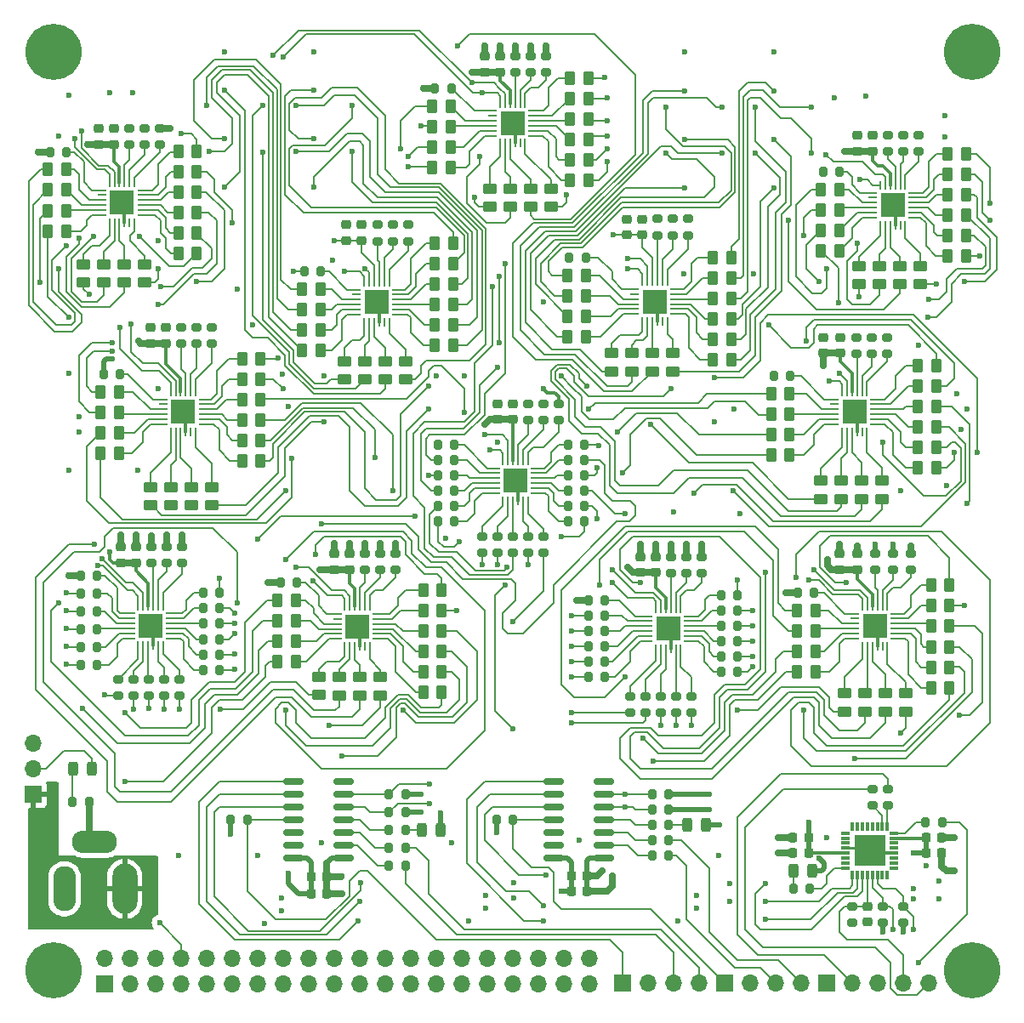
<source format=gbl>
G04 #@! TF.GenerationSoftware,KiCad,Pcbnew,8.0.3*
G04 #@! TF.CreationDate,2024-07-11T15:41:43-04:00*
G04 #@! TF.ProjectId,_HW_Mini-Scoreboard,5f48575f-4d69-46e6-992d-53636f726562,v1.0*
G04 #@! TF.SameCoordinates,Original*
G04 #@! TF.FileFunction,Copper,L4,Bot*
G04 #@! TF.FilePolarity,Positive*
%FSLAX46Y46*%
G04 Gerber Fmt 4.6, Leading zero omitted, Abs format (unit mm)*
G04 Created by KiCad (PCBNEW 8.0.3) date 2024-07-11 15:41:43*
%MOMM*%
%LPD*%
G01*
G04 APERTURE LIST*
G04 Aperture macros list*
%AMRoundRect*
0 Rectangle with rounded corners*
0 $1 Rounding radius*
0 $2 $3 $4 $5 $6 $7 $8 $9 X,Y pos of 4 corners*
0 Add a 4 corners polygon primitive as box body*
4,1,4,$2,$3,$4,$5,$6,$7,$8,$9,$2,$3,0*
0 Add four circle primitives for the rounded corners*
1,1,$1+$1,$2,$3*
1,1,$1+$1,$4,$5*
1,1,$1+$1,$6,$7*
1,1,$1+$1,$8,$9*
0 Add four rect primitives between the rounded corners*
20,1,$1+$1,$2,$3,$4,$5,0*
20,1,$1+$1,$4,$5,$6,$7,0*
20,1,$1+$1,$6,$7,$8,$9,0*
20,1,$1+$1,$8,$9,$2,$3,0*%
G04 Aperture macros list end*
G04 #@! TA.AperFunction,ComponentPad*
%ADD10R,1.700000X1.700000*%
G04 #@! TD*
G04 #@! TA.AperFunction,ComponentPad*
%ADD11O,1.700000X1.700000*%
G04 #@! TD*
G04 #@! TA.AperFunction,ComponentPad*
%ADD12C,3.600000*%
G04 #@! TD*
G04 #@! TA.AperFunction,ConnectorPad*
%ADD13C,5.600000*%
G04 #@! TD*
G04 #@! TA.AperFunction,SMDPad,CuDef*
%ADD14RoundRect,0.250000X0.262500X0.450000X-0.262500X0.450000X-0.262500X-0.450000X0.262500X-0.450000X0*%
G04 #@! TD*
G04 #@! TA.AperFunction,SMDPad,CuDef*
%ADD15RoundRect,0.250000X0.450000X-0.262500X0.450000X0.262500X-0.450000X0.262500X-0.450000X-0.262500X0*%
G04 #@! TD*
G04 #@! TA.AperFunction,SMDPad,CuDef*
%ADD16R,0.850000X0.280000*%
G04 #@! TD*
G04 #@! TA.AperFunction,SMDPad,CuDef*
%ADD17R,0.280000X0.850000*%
G04 #@! TD*
G04 #@! TA.AperFunction,ComponentPad*
%ADD18C,0.508000*%
G04 #@! TD*
G04 #@! TA.AperFunction,SMDPad,CuDef*
%ADD19R,2.450000X2.450000*%
G04 #@! TD*
G04 #@! TA.AperFunction,SMDPad,CuDef*
%ADD20RoundRect,0.250000X-0.262500X-0.450000X0.262500X-0.450000X0.262500X0.450000X-0.262500X0.450000X0*%
G04 #@! TD*
G04 #@! TA.AperFunction,SMDPad,CuDef*
%ADD21RoundRect,0.200000X-0.200000X-0.275000X0.200000X-0.275000X0.200000X0.275000X-0.200000X0.275000X0*%
G04 #@! TD*
G04 #@! TA.AperFunction,SMDPad,CuDef*
%ADD22RoundRect,0.200000X0.275000X-0.200000X0.275000X0.200000X-0.275000X0.200000X-0.275000X-0.200000X0*%
G04 #@! TD*
G04 #@! TA.AperFunction,SMDPad,CuDef*
%ADD23RoundRect,0.225000X0.250000X-0.225000X0.250000X0.225000X-0.250000X0.225000X-0.250000X-0.225000X0*%
G04 #@! TD*
G04 #@! TA.AperFunction,SMDPad,CuDef*
%ADD24RoundRect,0.200000X0.200000X0.275000X-0.200000X0.275000X-0.200000X-0.275000X0.200000X-0.275000X0*%
G04 #@! TD*
G04 #@! TA.AperFunction,SMDPad,CuDef*
%ADD25RoundRect,0.200000X-0.275000X0.200000X-0.275000X-0.200000X0.275000X-0.200000X0.275000X0.200000X0*%
G04 #@! TD*
G04 #@! TA.AperFunction,SMDPad,CuDef*
%ADD26RoundRect,0.225000X-0.225000X-0.250000X0.225000X-0.250000X0.225000X0.250000X-0.225000X0.250000X0*%
G04 #@! TD*
G04 #@! TA.AperFunction,SMDPad,CuDef*
%ADD27RoundRect,0.243750X-0.243750X-0.456250X0.243750X-0.456250X0.243750X0.456250X-0.243750X0.456250X0*%
G04 #@! TD*
G04 #@! TA.AperFunction,SMDPad,CuDef*
%ADD28RoundRect,0.225000X0.225000X0.250000X-0.225000X0.250000X-0.225000X-0.250000X0.225000X-0.250000X0*%
G04 #@! TD*
G04 #@! TA.AperFunction,SMDPad,CuDef*
%ADD29RoundRect,0.150000X-0.825000X-0.150000X0.825000X-0.150000X0.825000X0.150000X-0.825000X0.150000X0*%
G04 #@! TD*
G04 #@! TA.AperFunction,SMDPad,CuDef*
%ADD30RoundRect,0.225000X-0.250000X0.225000X-0.250000X-0.225000X0.250000X-0.225000X0.250000X0.225000X0*%
G04 #@! TD*
G04 #@! TA.AperFunction,ComponentPad*
%ADD31O,2.500000X5.000000*%
G04 #@! TD*
G04 #@! TA.AperFunction,ComponentPad*
%ADD32O,2.250000X4.500000*%
G04 #@! TD*
G04 #@! TA.AperFunction,ComponentPad*
%ADD33O,4.500000X2.250000*%
G04 #@! TD*
G04 #@! TA.AperFunction,SMDPad,CuDef*
%ADD34RoundRect,0.032500X-0.397500X-0.097500X0.397500X-0.097500X0.397500X0.097500X-0.397500X0.097500X0*%
G04 #@! TD*
G04 #@! TA.AperFunction,SMDPad,CuDef*
%ADD35RoundRect,0.032500X-0.097500X0.397500X-0.097500X-0.397500X0.097500X-0.397500X0.097500X0.397500X0*%
G04 #@! TD*
G04 #@! TA.AperFunction,SMDPad,CuDef*
%ADD36R,3.100000X3.100000*%
G04 #@! TD*
G04 #@! TA.AperFunction,ViaPad*
%ADD37C,0.600000*%
G04 #@! TD*
G04 #@! TA.AperFunction,Conductor*
%ADD38C,0.203200*%
G04 #@! TD*
G04 #@! TA.AperFunction,Conductor*
%ADD39C,0.304800*%
G04 #@! TD*
G04 #@! TA.AperFunction,Conductor*
%ADD40C,0.635000*%
G04 #@! TD*
G04 #@! TA.AperFunction,Conductor*
%ADD41C,0.508000*%
G04 #@! TD*
G04 #@! TA.AperFunction,Conductor*
%ADD42C,0.254000*%
G04 #@! TD*
G04 APERTURE END LIST*
D10*
X128778000Y-230124000D03*
D11*
X128778000Y-227584000D03*
X128778000Y-225044001D03*
D12*
X222250000Y-156210000D03*
D13*
X222250000Y-156210000D03*
D12*
X130810000Y-247650000D03*
D13*
X130810000Y-247650000D03*
D12*
X222250000Y-247650000D03*
D13*
X222250000Y-247650000D03*
D12*
X130810000Y-156210000D03*
D13*
X130810000Y-156210000D03*
D14*
X220005062Y-209296000D03*
X218180062Y-209296000D03*
D15*
X211582000Y-221892500D03*
X211582000Y-220067500D03*
D14*
X170584500Y-179324000D03*
X168759500Y-179324000D03*
D16*
X214573000Y-212110000D03*
X214573000Y-212609999D03*
X214573000Y-213110000D03*
X214573000Y-213610000D03*
X214573000Y-214110001D03*
X214573000Y-214610000D03*
D17*
X213848315Y-215335000D03*
X213348189Y-215335000D03*
X212848063Y-215335000D03*
X212347937Y-215335000D03*
X211847811Y-215335000D03*
X211347685Y-215335000D03*
D16*
X210623000Y-214610000D03*
X210623000Y-214110001D03*
X210623000Y-213610000D03*
X210623000Y-213110000D03*
X210623000Y-212609999D03*
X210623000Y-212110000D03*
D17*
X211347685Y-211385000D03*
X211847811Y-211385000D03*
X212347937Y-211385000D03*
X212848063Y-211385000D03*
X213348189Y-211385000D03*
X213848315Y-211385000D03*
D18*
X213385400Y-214147400D03*
X213385400Y-213360000D03*
X213385400Y-212572600D03*
X212598000Y-214147400D03*
X212598000Y-213360000D03*
D19*
X212598000Y-213360000D03*
D18*
X212598000Y-212572600D03*
X211810600Y-214147400D03*
X211810600Y-213360000D03*
X211810600Y-212572600D03*
D20*
X155551500Y-183896000D03*
X157376500Y-183896000D03*
X130255000Y-169926000D03*
X132080000Y-169926000D03*
X155551500Y-185928000D03*
X157376500Y-185928000D03*
D14*
X169465000Y-213868000D03*
X167640000Y-213868000D03*
D21*
X169101000Y-199898000D03*
X170751000Y-199898000D03*
D22*
X176530000Y-206057000D03*
X176530000Y-204407000D03*
D21*
X169101000Y-195326000D03*
X170751000Y-195326000D03*
D14*
X145081000Y-174218600D03*
X143256000Y-174218600D03*
D20*
X207217000Y-169897200D03*
X209042000Y-169897200D03*
D14*
X170584500Y-181356000D03*
X168759500Y-181356000D03*
D16*
X145713600Y-190774000D03*
X145713600Y-191273999D03*
X145713600Y-191774000D03*
X145713600Y-192274000D03*
X145713600Y-192774001D03*
X145713600Y-193274000D03*
D17*
X144988915Y-193999000D03*
X144488789Y-193999000D03*
X143988663Y-193999000D03*
X143488537Y-193999000D03*
X142988411Y-193999000D03*
X142488285Y-193999000D03*
D16*
X141763600Y-193274000D03*
X141763600Y-192774001D03*
X141763600Y-192274000D03*
X141763600Y-191774000D03*
X141763600Y-191273999D03*
X141763600Y-190774000D03*
D17*
X142488285Y-190049000D03*
X142988411Y-190049000D03*
X143488537Y-190049000D03*
X143988663Y-190049000D03*
X144488789Y-190049000D03*
X144988915Y-190049000D03*
D18*
X144526000Y-192811400D03*
X144526000Y-192024000D03*
X144526000Y-191236600D03*
X143738600Y-192811400D03*
X143738600Y-192024000D03*
D19*
X143738600Y-192024000D03*
D18*
X143738600Y-191236600D03*
X142951200Y-192811400D03*
X142951200Y-192024000D03*
X142951200Y-191236600D03*
D15*
X137871200Y-179142400D03*
X137871200Y-177317400D03*
D14*
X221638500Y-174469200D03*
X219813500Y-174469200D03*
D16*
X192652715Y-179795000D03*
X192652715Y-180294999D03*
X192652715Y-180795000D03*
X192652715Y-181295000D03*
X192652715Y-181795001D03*
X192652715Y-182295000D03*
D17*
X191928030Y-183020000D03*
X191427904Y-183020000D03*
X190927778Y-183020000D03*
X190427652Y-183020000D03*
X189927526Y-183020000D03*
X189427400Y-183020000D03*
D16*
X188702715Y-182295000D03*
X188702715Y-181795001D03*
X188702715Y-181295000D03*
X188702715Y-180795000D03*
X188702715Y-180294999D03*
X188702715Y-179795000D03*
D17*
X189427400Y-179070000D03*
X189927526Y-179070000D03*
X190427652Y-179070000D03*
X190927778Y-179070000D03*
X191427904Y-179070000D03*
X191928030Y-179070000D03*
D18*
X191465115Y-181832400D03*
X191465115Y-181045000D03*
X191465115Y-180257600D03*
X190677715Y-181832400D03*
X190677715Y-181045000D03*
D19*
X190677715Y-181045000D03*
D18*
X190677715Y-180257600D03*
X189890315Y-181832400D03*
X189890315Y-181045000D03*
X189890315Y-180257600D03*
D15*
X161311463Y-220265000D03*
X161311463Y-218440000D03*
D20*
X168525185Y-165639600D03*
X170350185Y-165639600D03*
D23*
X161467315Y-174962000D03*
X161467315Y-173412000D03*
D20*
X204827500Y-217932000D03*
X206652500Y-217932000D03*
D14*
X145081000Y-170154600D03*
X143256000Y-170154600D03*
D24*
X165859999Y-233680000D03*
X164209999Y-233680000D03*
D25*
X179578000Y-191199000D03*
X179578000Y-192849000D03*
D23*
X187879778Y-174384000D03*
X187879778Y-172834000D03*
D14*
X218715600Y-187452000D03*
X216890600Y-187452000D03*
X198270500Y-182766000D03*
X196445500Y-182766000D03*
D15*
X176276000Y-171632100D03*
X176276000Y-169807100D03*
D20*
X168525185Y-167671600D03*
X170350185Y-167671600D03*
D24*
X198945000Y-211779000D03*
X197295000Y-211779000D03*
D26*
X217678000Y-234442000D03*
X219228000Y-234442000D03*
D21*
X184087000Y-215335000D03*
X185737000Y-215335000D03*
D15*
X213334600Y-200707000D03*
X213334600Y-198882000D03*
X159279463Y-220265000D03*
X159279463Y-218440000D03*
D10*
X135950000Y-248960000D03*
D11*
X135950000Y-246420000D03*
X138490000Y-248960000D03*
X138490000Y-246420000D03*
X141029999Y-248960000D03*
X141030000Y-246420000D03*
X143570000Y-248960000D03*
X143570000Y-246420000D03*
X146110000Y-248960000D03*
X146110000Y-246420000D03*
X148650000Y-248960000D03*
X148650000Y-246420000D03*
X151190000Y-248960000D03*
X151190000Y-246420000D03*
X153730001Y-248960000D03*
X153730000Y-246420000D03*
X156270000Y-248960000D03*
X156270000Y-246420000D03*
X158810000Y-248960000D03*
X158810000Y-246420000D03*
X161350000Y-248960000D03*
X161350000Y-246420000D03*
X163889999Y-248960000D03*
X163890000Y-246420000D03*
X166430000Y-248960000D03*
X166430000Y-246420000D03*
X168970000Y-248960000D03*
X168970000Y-246420000D03*
X171510000Y-248960000D03*
X171510000Y-246420000D03*
X174049999Y-248960000D03*
X174050000Y-246420000D03*
X176590001Y-248960000D03*
X176590000Y-246420000D03*
X179130000Y-248960000D03*
X179130000Y-246420000D03*
X181670000Y-248960000D03*
X181670000Y-246420000D03*
X184210000Y-248960000D03*
X184210000Y-246420000D03*
D15*
X211016400Y-179342200D03*
X211016400Y-177517200D03*
X163343463Y-220265000D03*
X163343463Y-218440000D03*
D25*
X195322063Y-206439000D03*
X195322063Y-208089000D03*
D22*
X179578000Y-206057000D03*
X179578000Y-204407000D03*
D15*
X209270600Y-200707000D03*
X209270600Y-198882000D03*
D20*
X155551500Y-179832000D03*
X157376500Y-179832000D03*
D14*
X198270500Y-184798000D03*
X196445500Y-184798000D03*
D25*
X178054000Y-191199000D03*
X178054000Y-192849000D03*
D14*
X184046500Y-158781600D03*
X182221500Y-158781600D03*
D26*
X217678000Y-235966001D03*
X219228000Y-235966001D03*
D23*
X210820000Y-207722000D03*
X210820000Y-206172000D03*
D14*
X169465000Y-219964000D03*
X167640000Y-219964000D03*
X169465000Y-215900000D03*
X167640000Y-215900000D03*
D20*
X207217000Y-173961200D03*
X209042000Y-173961200D03*
D15*
X139903200Y-179142400D03*
X139903200Y-177317400D03*
D23*
X189226063Y-208039000D03*
X189226063Y-206489000D03*
X158771463Y-207722000D03*
X158771463Y-206172000D03*
D14*
X220013362Y-217445372D03*
X218188362Y-217445372D03*
D24*
X165859999Y-231902000D03*
X164209999Y-231902000D03*
D15*
X157247463Y-220218000D03*
X157247463Y-218393000D03*
D24*
X183705000Y-198374000D03*
X182055000Y-198374000D03*
X198945000Y-216351000D03*
X197295000Y-216351000D03*
D15*
X211302600Y-200707000D03*
X211302600Y-198882000D03*
D23*
X212344000Y-166053000D03*
X212344000Y-164503000D03*
D15*
X165862000Y-188789000D03*
X165862000Y-186964000D03*
D27*
X132744998Y-227584000D03*
X134620000Y-227584000D03*
D14*
X151431000Y-196870000D03*
X149606000Y-196870000D03*
D21*
X169101000Y-201422000D03*
X170751000Y-201422000D03*
D23*
X135331200Y-165379400D03*
X135331200Y-163829400D03*
D28*
X205994000Y-235966000D03*
X204444000Y-235966000D03*
D21*
X169101000Y-196850000D03*
X170751000Y-196850000D03*
D25*
X193798063Y-206439000D03*
X193798063Y-208089000D03*
X164592000Y-173376000D03*
X164592000Y-175026000D03*
D20*
X153136463Y-212820400D03*
X154961463Y-212820400D03*
D24*
X198945000Y-217875000D03*
X197295000Y-217875000D03*
D14*
X170584500Y-175260000D03*
X168759500Y-175260000D03*
X151431000Y-188742000D03*
X149606000Y-188742000D03*
D21*
X190437000Y-234696000D03*
X192087000Y-234696000D03*
D24*
X147383000Y-211582000D03*
X145733000Y-211582000D03*
D25*
X213842600Y-184595000D03*
X213842600Y-186245000D03*
D14*
X145081000Y-176276000D03*
X143256000Y-176276000D03*
D15*
X190419778Y-188007000D03*
X190419778Y-186182000D03*
D21*
X190437000Y-236220000D03*
X192087000Y-236220000D03*
X207449600Y-168148000D03*
X209099600Y-168148000D03*
D24*
X183705000Y-196850000D03*
X182055000Y-196850000D03*
D23*
X209120600Y-186195000D03*
X209120600Y-184645000D03*
D25*
X143541600Y-183599000D03*
X143541600Y-185249000D03*
D23*
X160295463Y-207722000D03*
X160295463Y-206172000D03*
D21*
X133541000Y-217200600D03*
X135191000Y-217200600D03*
D15*
X142525600Y-201338500D03*
X142525600Y-199513500D03*
D25*
X192274063Y-206439000D03*
X192274063Y-208089000D03*
D14*
X145081000Y-172186600D03*
X143256000Y-172186600D03*
D22*
X191258063Y-222002000D03*
X191258063Y-220352000D03*
D21*
X130482700Y-166141400D03*
X132132700Y-166141400D03*
D26*
X182359000Y-238252000D03*
X183909000Y-238252000D03*
D23*
X190750063Y-208039000D03*
X190750063Y-206489000D03*
D10*
X207772000Y-248920000D03*
D11*
X210312000Y-248920000D03*
X212851999Y-248920000D03*
X215392000Y-248920000D03*
X217932000Y-248920000D03*
D23*
X173755685Y-158192000D03*
X173755685Y-156642000D03*
D25*
X143600200Y-205453600D03*
X143600200Y-207103600D03*
D16*
X164961000Y-179852000D03*
X164961000Y-180351999D03*
X164961000Y-180852000D03*
X164961000Y-181352000D03*
X164961000Y-181852001D03*
X164961000Y-182352000D03*
D17*
X164236315Y-183077000D03*
X163736189Y-183077000D03*
X163236063Y-183077000D03*
X162735937Y-183077000D03*
X162235811Y-183077000D03*
X161735685Y-183077000D03*
D16*
X161011000Y-182352000D03*
X161011000Y-181852001D03*
X161011000Y-181352000D03*
X161011000Y-180852000D03*
X161011000Y-180351999D03*
X161011000Y-179852000D03*
D17*
X161735685Y-179127000D03*
X162235811Y-179127000D03*
X162735937Y-179127000D03*
X163236063Y-179127000D03*
X163736189Y-179127000D03*
X164236315Y-179127000D03*
D18*
X163773400Y-181889400D03*
X163773400Y-181102000D03*
X163773400Y-180314600D03*
X162986000Y-181889400D03*
X162986000Y-181102000D03*
D19*
X162986000Y-181102000D03*
D18*
X162986000Y-180314600D03*
X162198600Y-181889400D03*
X162198600Y-181102000D03*
X162198600Y-180314600D03*
D25*
X164867463Y-206122000D03*
X164867463Y-207772000D03*
D24*
X183705000Y-195326000D03*
X182055000Y-195326000D03*
D25*
X138379200Y-163792400D03*
X138379200Y-165442400D03*
X178327685Y-156592000D03*
X178327685Y-158242000D03*
D15*
X188387778Y-188007000D03*
X188387778Y-186182000D03*
D20*
X130255000Y-167894000D03*
X132080000Y-167894000D03*
D21*
X133541000Y-210088600D03*
X135191000Y-210088600D03*
D14*
X184046500Y-168941600D03*
X182221500Y-168941600D03*
D15*
X217112400Y-179342200D03*
X217112400Y-177517200D03*
D24*
X192087000Y-233172000D03*
X190437000Y-233172000D03*
D20*
X181990778Y-184544000D03*
X183815778Y-184544000D03*
D24*
X198945000Y-213303000D03*
X197295000Y-213303000D03*
D21*
X135795600Y-188234000D03*
X137445600Y-188234000D03*
X217628000Y-232918000D03*
X219278000Y-232918000D03*
D25*
X193975778Y-172797000D03*
X193975778Y-174447000D03*
D15*
X209550000Y-221892500D03*
X209550000Y-220067500D03*
D14*
X198270500Y-186830000D03*
X196445500Y-186830000D03*
D21*
X153414963Y-209010400D03*
X155064963Y-209010400D03*
D15*
X178308000Y-171632100D03*
X178308000Y-169807100D03*
D22*
X175006000Y-206057000D03*
X175006000Y-204407000D03*
D29*
X180659000Y-236474000D03*
X180659000Y-235204000D03*
X180659000Y-233934000D03*
X180659000Y-232664000D03*
X180659000Y-231394000D03*
X180659000Y-230124000D03*
X180659000Y-228854000D03*
X185609000Y-228854000D03*
X185609000Y-230124000D03*
X185609000Y-231394000D03*
X185609000Y-232664000D03*
X185609000Y-233934000D03*
X185609000Y-235204000D03*
X185609000Y-236474000D03*
D20*
X204831924Y-213859251D03*
X206656924Y-213859251D03*
X168525185Y-163607600D03*
X170350185Y-163607600D03*
X153136463Y-216884400D03*
X154961463Y-216884400D03*
D14*
X218715600Y-191516000D03*
X216890600Y-191516000D03*
D25*
X192451778Y-172797000D03*
X192451778Y-174447000D03*
X142076200Y-205453600D03*
X142076200Y-207103600D03*
D14*
X218715600Y-189484000D03*
X216890600Y-189484000D03*
D23*
X142017600Y-185186000D03*
X142017600Y-183636000D03*
D20*
X130255000Y-171983400D03*
X132080000Y-171983400D03*
X207217000Y-175993200D03*
X209042000Y-175993200D03*
D16*
X139617600Y-169946000D03*
X139617600Y-170445999D03*
X139617600Y-170946000D03*
X139617600Y-171446000D03*
X139617600Y-171946001D03*
X139617600Y-172446000D03*
D17*
X138892915Y-173171000D03*
X138392789Y-173171000D03*
X137892663Y-173171000D03*
X137392537Y-173171000D03*
X136892411Y-173171000D03*
X136392285Y-173171000D03*
D16*
X135667600Y-172446000D03*
X135667600Y-171946001D03*
X135667600Y-171446000D03*
X135667600Y-170946000D03*
X135667600Y-170445999D03*
X135667600Y-169946000D03*
D17*
X136392285Y-169221000D03*
X136892411Y-169221000D03*
X137392537Y-169221000D03*
X137892663Y-169221000D03*
X138392789Y-169221000D03*
X138892915Y-169221000D03*
D18*
X138430000Y-171983400D03*
X138430000Y-171196000D03*
X138430000Y-170408600D03*
X137642600Y-171983400D03*
X137642600Y-171196000D03*
D19*
X137642600Y-171196000D03*
D18*
X137642600Y-170408600D03*
X136855200Y-171983400D03*
X136855200Y-171196000D03*
X136855200Y-170408600D03*
D14*
X145081000Y-168148000D03*
X143256000Y-168148000D03*
D22*
X173482000Y-206057000D03*
X173482000Y-204407000D03*
D14*
X218715600Y-195580000D03*
X216890600Y-195580000D03*
D20*
X130255000Y-174015400D03*
X132080000Y-174015400D03*
D14*
X184046500Y-164877600D03*
X182221500Y-164877600D03*
D22*
X192782063Y-222002000D03*
X192782063Y-220352000D03*
D25*
X145065600Y-183599000D03*
X145065600Y-185249000D03*
X140552200Y-205453600D03*
X140552200Y-207103600D03*
D27*
X204470000Y-237744000D03*
X206345002Y-237744000D03*
D10*
X197612000Y-248920000D03*
D11*
X200152000Y-248920000D03*
X202691999Y-248920000D03*
X205232000Y-248920000D03*
D15*
X163830000Y-188789000D03*
X163830000Y-186964000D03*
D20*
X155551500Y-181864000D03*
X157376500Y-181864000D03*
D14*
X170584500Y-183388000D03*
X168759500Y-183388000D03*
D21*
X184087000Y-213811000D03*
X185737000Y-213811000D03*
X133541000Y-211866600D03*
X135191000Y-211866600D03*
D24*
X183705000Y-202946000D03*
X182055000Y-202946000D03*
D20*
X153136463Y-214852400D03*
X154961463Y-214852400D03*
X202262100Y-190246000D03*
X204087100Y-190246000D03*
D24*
X198945000Y-210255000D03*
X197295000Y-210255000D03*
D23*
X210820000Y-166053000D03*
X210820000Y-164503000D03*
D14*
X145081000Y-166116000D03*
X143256000Y-166116000D03*
X221638500Y-170405200D03*
X219813500Y-170405200D03*
D24*
X147383000Y-214660600D03*
X145733000Y-214660600D03*
D22*
X215392000Y-242887000D03*
X215392000Y-241237000D03*
D24*
X192086999Y-231648000D03*
X190436999Y-231648000D03*
D25*
X163068000Y-173376000D03*
X163068000Y-175026000D03*
D14*
X218715600Y-197612000D03*
X216890600Y-197612000D03*
D23*
X207492600Y-186195000D03*
X207492600Y-184645000D03*
D14*
X220022702Y-219516980D03*
X218197702Y-219516980D03*
D30*
X211836000Y-241287000D03*
X211836000Y-242837000D03*
D27*
X193880499Y-233172000D03*
X195755501Y-233172000D03*
D20*
X168525185Y-161575600D03*
X170350185Y-161575600D03*
D14*
X221638500Y-176501200D03*
X219813500Y-176501200D03*
D20*
X202262100Y-192278000D03*
X204087100Y-192278000D03*
D14*
X151431000Y-194838000D03*
X149606000Y-194838000D03*
X184046500Y-160813600D03*
X182221500Y-160813600D03*
D21*
X169101000Y-202946000D03*
X170751000Y-202946000D03*
D15*
X140493600Y-201338500D03*
X140493600Y-199513500D03*
D22*
X138774200Y-220281000D03*
X138774200Y-218631000D03*
X143346200Y-220281000D03*
X143346200Y-218631000D03*
X213867999Y-231203000D03*
X213867999Y-229553000D03*
D14*
X151431000Y-192806000D03*
X149606000Y-192806000D03*
X218715600Y-193548000D03*
X216890600Y-193548000D03*
X151431000Y-186710000D03*
X149606000Y-186710000D03*
D15*
X192451778Y-188007000D03*
X192451778Y-186182000D03*
D22*
X137250200Y-220281000D03*
X137250200Y-218631000D03*
D14*
X170584500Y-177292000D03*
X168759500Y-177292000D03*
D31*
X137922000Y-239522000D03*
D32*
X131922000Y-239522000D03*
D33*
X134922000Y-234822000D03*
D14*
X170584500Y-185420000D03*
X168759500Y-185420000D03*
D25*
X181102000Y-191199000D03*
X181102000Y-192849000D03*
D21*
X155789500Y-178054000D03*
X157439500Y-178054000D03*
X148462000Y-232664000D03*
X150112000Y-232664000D03*
D23*
X189403778Y-174384000D03*
X189403778Y-172834000D03*
D20*
X153136463Y-210788400D03*
X154961463Y-210788400D03*
D14*
X184046500Y-166909600D03*
X182221500Y-166909600D03*
D22*
X213360001Y-242887000D03*
X213360001Y-241237000D03*
D14*
X221638500Y-168373200D03*
X219813500Y-168373200D03*
D24*
X183705000Y-199898000D03*
X182055000Y-199898000D03*
D23*
X209042000Y-207722000D03*
X209042000Y-206172000D03*
D14*
X169465000Y-217932000D03*
X167640000Y-217932000D03*
D20*
X135517100Y-196108000D03*
X137342100Y-196108000D03*
D25*
X141427200Y-163792400D03*
X141427200Y-165442400D03*
D22*
X194306063Y-222002000D03*
X194306063Y-220352000D03*
D25*
X190927778Y-172797000D03*
X190927778Y-174447000D03*
D24*
X147383000Y-216184600D03*
X145733000Y-216184600D03*
D21*
X133541000Y-215422600D03*
X135191000Y-215422600D03*
D15*
X186355778Y-188007000D03*
X186355778Y-186182000D03*
D21*
X133541000Y-208310600D03*
X135191000Y-208310600D03*
D20*
X181990778Y-182512000D03*
X183815778Y-182512000D03*
D15*
X207238600Y-200707000D03*
X207238600Y-198882000D03*
X213614000Y-221892500D03*
X213614000Y-220067500D03*
D34*
X209655000Y-237462000D03*
X209655000Y-236961999D03*
X209655000Y-236462000D03*
X209655000Y-235962000D03*
X209655000Y-235462000D03*
X209655000Y-234962000D03*
X209655000Y-234462001D03*
X209655000Y-233962000D03*
D35*
X210340000Y-233277000D03*
X210840001Y-233277000D03*
X211340000Y-233277000D03*
X211840000Y-233277000D03*
X212340000Y-233277000D03*
X212840000Y-233277000D03*
X213339999Y-233277000D03*
X213840000Y-233277000D03*
D34*
X214525000Y-233962000D03*
X214525000Y-234462001D03*
X214525000Y-234962000D03*
X214525000Y-235462000D03*
X214525000Y-235962000D03*
X214525000Y-236462000D03*
X214525000Y-236961999D03*
X214525000Y-237462000D03*
D35*
X213840000Y-238147000D03*
X213339999Y-238147000D03*
X212840000Y-238147000D03*
X212340000Y-238147000D03*
X211840000Y-238147000D03*
X211340000Y-238147000D03*
X210840001Y-238147000D03*
X210340000Y-238147000D03*
D36*
X212090000Y-235712000D03*
D25*
X166116000Y-173376000D03*
X166116000Y-175026000D03*
D26*
X182359000Y-239776000D03*
X183909000Y-239776000D03*
D14*
X220005062Y-213360000D03*
X218180062Y-213360000D03*
D15*
X174244000Y-171632100D03*
X174244000Y-169807100D03*
D25*
X216916000Y-164466000D03*
X216916000Y-166116000D03*
D15*
X215646000Y-221892500D03*
X215646000Y-220067500D03*
D16*
X216351000Y-170200000D03*
X216351000Y-170699999D03*
X216351000Y-171200000D03*
X216351000Y-171700000D03*
X216351000Y-172200001D03*
X216351000Y-172700000D03*
D17*
X215626315Y-173425000D03*
X215126189Y-173425000D03*
X214626063Y-173425000D03*
X214125937Y-173425000D03*
X213625811Y-173425000D03*
X213125685Y-173425000D03*
D16*
X212401000Y-172700000D03*
X212401000Y-172200001D03*
X212401000Y-171700000D03*
X212401000Y-171200000D03*
X212401000Y-170699999D03*
X212401000Y-170200000D03*
D17*
X213125685Y-169475000D03*
X213625811Y-169475000D03*
X214125937Y-169475000D03*
X214626063Y-169475000D03*
X215126189Y-169475000D03*
X215626315Y-169475000D03*
D18*
X215163400Y-172237400D03*
X215163400Y-171450000D03*
X215163400Y-170662600D03*
X214376000Y-172237400D03*
X214376000Y-171450000D03*
D19*
X214376000Y-171450000D03*
D18*
X214376000Y-170662600D03*
X213588600Y-172237400D03*
X213588600Y-171450000D03*
X213588600Y-170662600D03*
D14*
X198270500Y-180734000D03*
X196445500Y-180734000D03*
X221638500Y-166341200D03*
X219813500Y-166341200D03*
D22*
X210312000Y-242887000D03*
X210312000Y-241237000D03*
D26*
X156451000Y-238282000D03*
X158001000Y-238282000D03*
D23*
X140493600Y-185186000D03*
X140493600Y-183636000D03*
D15*
X133807200Y-179142400D03*
X133807200Y-177317400D03*
D29*
X154751000Y-236474000D03*
X154751000Y-235204000D03*
X154751000Y-233934000D03*
X154751000Y-232664000D03*
X154751000Y-231394000D03*
X154751000Y-230124000D03*
X154751000Y-228854000D03*
X159701000Y-228854000D03*
X159701000Y-230124000D03*
X159701000Y-231394000D03*
X159701000Y-232664000D03*
X159701000Y-233934000D03*
X159701000Y-235204000D03*
X159701000Y-236474000D03*
D14*
X169465000Y-211804400D03*
X167640000Y-211804400D03*
D24*
X183705000Y-201422000D03*
X182055000Y-201422000D03*
D21*
X164210000Y-237236000D03*
X165860000Y-237236000D03*
D23*
X159943315Y-174962000D03*
X159943315Y-173412000D03*
D25*
X214376000Y-206122000D03*
X214376000Y-207772000D03*
D21*
X184087000Y-210763000D03*
X185737000Y-210763000D03*
D26*
X156464000Y-240030000D03*
X158014000Y-240030000D03*
D14*
X221638500Y-172437200D03*
X219813500Y-172437200D03*
X220011000Y-215415661D03*
X218186000Y-215415661D03*
X151431000Y-190774000D03*
X149606000Y-190774000D03*
X184046500Y-162845600D03*
X182221500Y-162845600D03*
D20*
X135517100Y-194076000D03*
X137342100Y-194076000D03*
D24*
X198945000Y-214827000D03*
X197295000Y-214827000D03*
D16*
X178784400Y-197632000D03*
X178784400Y-198131999D03*
X178784400Y-198632000D03*
X178784400Y-199132000D03*
X178784400Y-199632001D03*
X178784400Y-200132000D03*
D17*
X178059715Y-200857000D03*
X177559589Y-200857000D03*
X177059463Y-200857000D03*
X176559337Y-200857000D03*
X176059211Y-200857000D03*
X175559085Y-200857000D03*
D16*
X174834400Y-200132000D03*
X174834400Y-199632001D03*
X174834400Y-199132000D03*
X174834400Y-198632000D03*
X174834400Y-198131999D03*
X174834400Y-197632000D03*
D17*
X175559085Y-196907000D03*
X176059211Y-196907000D03*
X176559337Y-196907000D03*
X177059463Y-196907000D03*
X177559589Y-196907000D03*
X178059715Y-196907000D03*
D18*
X177596800Y-199669400D03*
X177596800Y-198882000D03*
X177596800Y-198094600D03*
X176809400Y-199669400D03*
X176809400Y-198882000D03*
D19*
X176809400Y-198882000D03*
D18*
X176809400Y-198094600D03*
X176022000Y-199669400D03*
X176022000Y-198882000D03*
X176022000Y-198094600D03*
D24*
X192087000Y-230124000D03*
X190437000Y-230124000D03*
D20*
X204830079Y-211816325D03*
X206655079Y-211816325D03*
D21*
X169101000Y-198374000D03*
X170751000Y-198374000D03*
X202540600Y-188468000D03*
X204190600Y-188468000D03*
D10*
X187442000Y-248920000D03*
D11*
X189982000Y-248920000D03*
X192521999Y-248920000D03*
X195062000Y-248920000D03*
D23*
X136855200Y-165379400D03*
X136855200Y-163829400D03*
D14*
X198270500Y-178702000D03*
X196445500Y-178702000D03*
D15*
X213048400Y-179342200D03*
X213048400Y-177517200D03*
D25*
X213868000Y-164466000D03*
X213868000Y-166116000D03*
D22*
X140298200Y-220281000D03*
X140298200Y-218631000D03*
D24*
X147383000Y-217708600D03*
X145733000Y-217708600D03*
D22*
X212344001Y-231203000D03*
X212344001Y-229553000D03*
D15*
X180340000Y-171632100D03*
X180340000Y-169807100D03*
X146589600Y-201338500D03*
X146589600Y-199513500D03*
D25*
X146589600Y-183599000D03*
X146589600Y-185249000D03*
X176803685Y-156592000D03*
X176803685Y-158242000D03*
D21*
X133541000Y-213644600D03*
X135191000Y-213644600D03*
D25*
X163343463Y-206122000D03*
X163343463Y-207772000D03*
D24*
X165860000Y-230124000D03*
X164210000Y-230124000D03*
D14*
X169465000Y-209772400D03*
X167640000Y-209772400D03*
D22*
X141822200Y-220281000D03*
X141822200Y-218631000D03*
D16*
X142462400Y-212084600D03*
X142462400Y-212584599D03*
X142462400Y-213084600D03*
X142462400Y-213584600D03*
X142462400Y-214084601D03*
X142462400Y-214584600D03*
D17*
X141737715Y-215309600D03*
X141237589Y-215309600D03*
X140737463Y-215309600D03*
X140237337Y-215309600D03*
X139737211Y-215309600D03*
X139237085Y-215309600D03*
D16*
X138512400Y-214584600D03*
X138512400Y-214084601D03*
X138512400Y-213584600D03*
X138512400Y-213084600D03*
X138512400Y-212584599D03*
X138512400Y-212084600D03*
D17*
X139237085Y-211359600D03*
X139737211Y-211359600D03*
X140237337Y-211359600D03*
X140737463Y-211359600D03*
X141237589Y-211359600D03*
X141737715Y-211359600D03*
D18*
X141274800Y-214122000D03*
X141274800Y-213334600D03*
X141274800Y-212547200D03*
X140487400Y-214122000D03*
X140487400Y-213334600D03*
D19*
X140487400Y-213334600D03*
D18*
X140487400Y-212547200D03*
X139700000Y-214122000D03*
X139700000Y-213334600D03*
X139700000Y-212547200D03*
D23*
X175006000Y-192799000D03*
X175006000Y-191249000D03*
D20*
X181990778Y-178448000D03*
X183815778Y-178448000D03*
D25*
X139903200Y-163792400D03*
X139903200Y-165442400D03*
X215392000Y-164466000D03*
X215392000Y-166116000D03*
D15*
X135839200Y-179142400D03*
X135839200Y-177317400D03*
D25*
X212318600Y-184595000D03*
X212318600Y-186245000D03*
D23*
X139028200Y-207053600D03*
X139028200Y-205503600D03*
D27*
X167464499Y-233680000D03*
X169339501Y-233680000D03*
D21*
X174942999Y-232664000D03*
X176592999Y-232664000D03*
D15*
X159766000Y-188789000D03*
X159766000Y-186964000D03*
D24*
X147383000Y-213106000D03*
X145733000Y-213106000D03*
D15*
X144557600Y-201338500D03*
X144557600Y-199513500D03*
D21*
X184087000Y-216859000D03*
X185737000Y-216859000D03*
D20*
X135517100Y-192044000D03*
X137342100Y-192044000D03*
D22*
X189734063Y-222002000D03*
X189734063Y-220352000D03*
D25*
X179851685Y-156592000D03*
X179851685Y-158242000D03*
D16*
X163036400Y-212135400D03*
X163036400Y-212635399D03*
X163036400Y-213135400D03*
X163036400Y-213635400D03*
X163036400Y-214135401D03*
X163036400Y-214635400D03*
D17*
X162311715Y-215360400D03*
X161811589Y-215360400D03*
X161311463Y-215360400D03*
X160811337Y-215360400D03*
X160311211Y-215360400D03*
X159811085Y-215360400D03*
D16*
X159086400Y-214635400D03*
X159086400Y-214135401D03*
X159086400Y-213635400D03*
X159086400Y-213135400D03*
X159086400Y-212635399D03*
X159086400Y-212135400D03*
D17*
X159811085Y-211410400D03*
X160311211Y-211410400D03*
X160811337Y-211410400D03*
X161311463Y-211410400D03*
X161811589Y-211410400D03*
X162311715Y-211410400D03*
D18*
X161848800Y-214172800D03*
X161848800Y-213385400D03*
X161848800Y-212598000D03*
X161061400Y-214172800D03*
X161061400Y-213385400D03*
D19*
X161061400Y-213385400D03*
D18*
X161061400Y-212598000D03*
X160274000Y-214172800D03*
X160274000Y-213385400D03*
X160274000Y-212598000D03*
D20*
X204827500Y-215900000D03*
X206652500Y-215900000D03*
D25*
X216154000Y-206122000D03*
X216154000Y-207772000D03*
D20*
X135517100Y-190012000D03*
X137342100Y-190012000D03*
D23*
X176530000Y-192799000D03*
X176530000Y-191249000D03*
D21*
X184087000Y-218383000D03*
X185737000Y-218383000D03*
D24*
X206120000Y-239522000D03*
X204470000Y-239522000D03*
D21*
X184087000Y-212287000D03*
X185737000Y-212287000D03*
D20*
X207217000Y-171929200D03*
X209042000Y-171929200D03*
D22*
X188210063Y-222002000D03*
X188210063Y-220352000D03*
D16*
X212541000Y-190774000D03*
X212541000Y-191273999D03*
X212541000Y-191774000D03*
X212541000Y-192274000D03*
X212541000Y-192774001D03*
X212541000Y-193274000D03*
D17*
X211816315Y-193999000D03*
X211316189Y-193999000D03*
X210816063Y-193999000D03*
X210315937Y-193999000D03*
X209815811Y-193999000D03*
X209315685Y-193999000D03*
D16*
X208591000Y-193274000D03*
X208591000Y-192774001D03*
X208591000Y-192274000D03*
X208591000Y-191774000D03*
X208591000Y-191273999D03*
X208591000Y-190774000D03*
D17*
X209315685Y-190049000D03*
X209815811Y-190049000D03*
X210315937Y-190049000D03*
X210816063Y-190049000D03*
X211316189Y-190049000D03*
X211816315Y-190049000D03*
D18*
X211353400Y-192811400D03*
X211353400Y-192024000D03*
X211353400Y-191236600D03*
X210566000Y-192811400D03*
X210566000Y-192024000D03*
D19*
X210566000Y-192024000D03*
D18*
X210566000Y-191236600D03*
X209778600Y-192811400D03*
X209778600Y-192024000D03*
X209778600Y-191236600D03*
D20*
X181990778Y-180480000D03*
X183815778Y-180480000D03*
D15*
X161798000Y-188789000D03*
X161798000Y-186964000D03*
D16*
X193999000Y-212364000D03*
X193999000Y-212863999D03*
X193999000Y-213364000D03*
X193999000Y-213864000D03*
X193999000Y-214364001D03*
X193999000Y-214864000D03*
D17*
X193274315Y-215589000D03*
X192774189Y-215589000D03*
X192274063Y-215589000D03*
X191773937Y-215589000D03*
X191273811Y-215589000D03*
X190773685Y-215589000D03*
D16*
X190049000Y-214864000D03*
X190049000Y-214364001D03*
X190049000Y-213864000D03*
X190049000Y-213364000D03*
X190049000Y-212863999D03*
X190049000Y-212364000D03*
D17*
X190773685Y-211639000D03*
X191273811Y-211639000D03*
X191773937Y-211639000D03*
X192274063Y-211639000D03*
X192774189Y-211639000D03*
X193274315Y-211639000D03*
D18*
X192811400Y-214401400D03*
X192811400Y-213614000D03*
X192811400Y-212826600D03*
X192024000Y-214401400D03*
X192024000Y-213614000D03*
D19*
X192024000Y-213614000D03*
D18*
X192024000Y-212826600D03*
X191236600Y-214401400D03*
X191236600Y-213614000D03*
X191236600Y-212826600D03*
D25*
X210794600Y-184595000D03*
X210794600Y-186245000D03*
D21*
X204917579Y-210058000D03*
X206567579Y-210058000D03*
D28*
X205994000Y-234442000D03*
X204444000Y-234442000D03*
D14*
X198270500Y-176670000D03*
X196445500Y-176670000D03*
D24*
X147383000Y-210058000D03*
X145733000Y-210058000D03*
D23*
X137504200Y-207040600D03*
X137504200Y-205490600D03*
D21*
X132716000Y-230886000D03*
X134366000Y-230886000D03*
D20*
X202262100Y-196342000D03*
X204087100Y-196342000D03*
D16*
X178505000Y-162046600D03*
X178505000Y-162546599D03*
X178505000Y-163046600D03*
X178505000Y-163546600D03*
X178505000Y-164046601D03*
X178505000Y-164546600D03*
D17*
X177780315Y-165271600D03*
X177280189Y-165271600D03*
X176780063Y-165271600D03*
X176279937Y-165271600D03*
X175779811Y-165271600D03*
X175279685Y-165271600D03*
D16*
X174555000Y-164546600D03*
X174555000Y-164046601D03*
X174555000Y-163546600D03*
X174555000Y-163046600D03*
X174555000Y-162546599D03*
X174555000Y-162046600D03*
D17*
X175279685Y-161321600D03*
X175779811Y-161321600D03*
X176279937Y-161321600D03*
X176780063Y-161321600D03*
X177280189Y-161321600D03*
X177780315Y-161321600D03*
D18*
X177317400Y-164084000D03*
X177317400Y-163296600D03*
X177317400Y-162509200D03*
X176530000Y-164084000D03*
X176530000Y-163296600D03*
D19*
X176530000Y-163296600D03*
D18*
X176530000Y-162509200D03*
X175742600Y-164084000D03*
X175742600Y-163296600D03*
X175742600Y-162509200D03*
D25*
X212598000Y-206122000D03*
X212598000Y-207772000D03*
D15*
X215080400Y-179342200D03*
X215080400Y-177517200D03*
D21*
X182165778Y-176670000D03*
X183815778Y-176670000D03*
D22*
X178054000Y-206057000D03*
X178054000Y-204407000D03*
D20*
X202262100Y-194310000D03*
X204087100Y-194310000D03*
D23*
X175279685Y-158192000D03*
X175279685Y-156642000D03*
D14*
X220005062Y-211328000D03*
X218180062Y-211328000D03*
D21*
X164210000Y-235458000D03*
X165860000Y-235458000D03*
D25*
X161819463Y-206122000D03*
X161819463Y-207772000D03*
D21*
X168803685Y-159797600D03*
X170453685Y-159797600D03*
D37*
X220472000Y-237744000D03*
X139860400Y-163792400D03*
X216154000Y-205359000D03*
X175260000Y-155541600D03*
X159512000Y-238252000D03*
X215392000Y-164466000D03*
X218948000Y-238760000D03*
X211836000Y-242837000D03*
X146589600Y-183599000D03*
X190754000Y-205232000D03*
X137504200Y-204306200D03*
X167640000Y-159766000D03*
X142494000Y-163830000D03*
X189403778Y-172834000D03*
X198120000Y-240792000D03*
X152177600Y-209010400D03*
X139028200Y-204309600D03*
X210820000Y-205359000D03*
X135331200Y-163829400D03*
X176646500Y-240411000D03*
X175006000Y-191249000D03*
X212318600Y-184595000D03*
X198120000Y-239014000D03*
X185420000Y-237744000D03*
X193975778Y-172797000D03*
X189230000Y-205232000D03*
X136652000Y-186766006D03*
X213106000Y-234696000D03*
X195326000Y-205232000D03*
X176646500Y-238887000D03*
X212090000Y-234696000D03*
X212090000Y-236728000D03*
X151827000Y-242951000D03*
X164867463Y-205093063D03*
X160295463Y-205093063D03*
X212090000Y-235712000D03*
X179578000Y-189738000D03*
X207492600Y-184645000D03*
X158771463Y-205093063D03*
X212344000Y-164503000D03*
X203708000Y-210058000D03*
X173736000Y-155541600D03*
X209120600Y-184645000D03*
X142017600Y-183636000D03*
X136855200Y-163829400D03*
X172185500Y-242697000D03*
X213106000Y-235712000D03*
X187879778Y-172834000D03*
X216916000Y-164466000D03*
X140486900Y-183644146D03*
X192988396Y-242710396D03*
X161467315Y-173412000D03*
X209042000Y-205232000D03*
X164592000Y-173376000D03*
X129286000Y-166116000D03*
X176530000Y-191249000D03*
X159943315Y-173412000D03*
X202946000Y-235966000D03*
X182165778Y-176670000D03*
X213106000Y-236728000D03*
X179832000Y-155541600D03*
X210820000Y-164503000D03*
X213842600Y-184595000D03*
X159512000Y-240030000D03*
X220472000Y-234442000D03*
X192451778Y-172797000D03*
X143600200Y-204309600D03*
X202946000Y-234442000D03*
X218948000Y-240538000D03*
X166116000Y-173376000D03*
X178308000Y-155541600D03*
X186436000Y-238252000D03*
X163068000Y-173376000D03*
X132334000Y-208280000D03*
X163343463Y-205093063D03*
X145065600Y-183599000D03*
X176784000Y-155541600D03*
X157303000Y-207722000D03*
X213360001Y-243839999D03*
X215392000Y-243840000D03*
X169339501Y-231980499D03*
X216408000Y-235966000D03*
X207518000Y-187452000D03*
X182937000Y-210763000D03*
X178054000Y-191199000D03*
X207010000Y-236474000D03*
X181356000Y-239776000D03*
X192278000Y-205232000D03*
X139285600Y-185005600D03*
X209613000Y-166053000D03*
X142076200Y-204319600D03*
X212598000Y-205232000D03*
X138379200Y-163792400D03*
X202540600Y-188468000D03*
X167386000Y-231902000D03*
X186576000Y-174384000D03*
X167386000Y-230124000D03*
X190927778Y-172797000D03*
X174942999Y-233934000D03*
X196088000Y-230124000D03*
X196088000Y-231648000D03*
X172466000Y-158242000D03*
X161819463Y-205093063D03*
X154686000Y-178054000D03*
X210312000Y-242824000D03*
X140552200Y-204343000D03*
X193798063Y-205235937D03*
X136398000Y-205994000D03*
X207865600Y-206756000D03*
X154178000Y-237998000D03*
X173736000Y-193294000D03*
X213868000Y-164466000D03*
X143541600Y-183599000D03*
X205994000Y-232918000D03*
X158794000Y-174962000D03*
X169101000Y-195326000D03*
X207449600Y-168148000D03*
X134205600Y-165354000D03*
X187960000Y-207518000D03*
X214376000Y-205232000D03*
X210794600Y-184595000D03*
X197104000Y-233172000D03*
X148462000Y-234060000D03*
X179578000Y-191199000D03*
X139367500Y-174576499D03*
X141478000Y-179578000D03*
X141224000Y-181356000D03*
X141224000Y-177800000D03*
X148590000Y-173228000D03*
X145034000Y-179070000D03*
X143510000Y-164338000D03*
X141224000Y-175006000D03*
X133350000Y-174752000D03*
X134795501Y-174576499D03*
X134366000Y-180340000D03*
X129458099Y-179148499D03*
X132080000Y-175514000D03*
X131318000Y-177800000D03*
X132334000Y-182626000D03*
X154940000Y-161544000D03*
X154940000Y-166116000D03*
X156718000Y-169672000D03*
X156718000Y-164846000D03*
X160528000Y-161544000D03*
X160528000Y-166116000D03*
X156718000Y-160020000D03*
X147828000Y-160020000D03*
X151638000Y-161544000D03*
X151638000Y-166194499D03*
X146304000Y-166116000D03*
X146050000Y-161544000D03*
X147828000Y-164846000D03*
X147828000Y-169672000D03*
X147828000Y-169672000D03*
X131318000Y-211074000D03*
X137922000Y-228854000D03*
X137922000Y-221996000D03*
X133685206Y-221560894D03*
X134874000Y-205232000D03*
X147398500Y-221644998D03*
X149098000Y-211074000D03*
X156941899Y-206248000D03*
X165608000Y-221742000D03*
X159512000Y-226314000D03*
X170942000Y-211836000D03*
X153924000Y-221742000D03*
X158242000Y-223266000D03*
X153924000Y-206756000D03*
X132080000Y-215392000D03*
X133350000Y-194056000D03*
X132080000Y-211836000D03*
X141224000Y-189738000D03*
X132334000Y-197866000D03*
X132080000Y-213614000D03*
X139192000Y-197866000D03*
X132080000Y-210058000D03*
X131318000Y-164592000D03*
X140298200Y-221578200D03*
X133350000Y-192532000D03*
X132080000Y-217170000D03*
X138811000Y-221615000D03*
X132334000Y-160528000D03*
X135890000Y-220218000D03*
X132334000Y-188214000D03*
X148844000Y-216154000D03*
X147828000Y-156210000D03*
X143256000Y-236220000D03*
X148844000Y-214122000D03*
X156718000Y-156210000D03*
X148844000Y-217678000D03*
X143346200Y-221651800D03*
X136398000Y-160274000D03*
X138684000Y-160274000D03*
X141822200Y-221651800D03*
X157480000Y-234950000D03*
X148844000Y-212090000D03*
X151130000Y-236220000D03*
X148844000Y-213106000D03*
X147383000Y-208597000D03*
X170434000Y-234950000D03*
X198452500Y-199898000D03*
X205740000Y-184990499D03*
X221742000Y-201168000D03*
X202008500Y-183404000D03*
X222758000Y-196088000D03*
X220472000Y-196088000D03*
X196596000Y-188608600D03*
X213360000Y-195072000D03*
X196596000Y-193040000D03*
X198531000Y-191770000D03*
X194564000Y-200152000D03*
X183896000Y-189484000D03*
X190246000Y-193294000D03*
X192278000Y-189738000D03*
X187452000Y-198120000D03*
X186944000Y-194056000D03*
X184100000Y-191770000D03*
X181356000Y-188468000D03*
X185928000Y-167132000D03*
X185928000Y-165862000D03*
X185928000Y-164592000D03*
X181864000Y-170434000D03*
X185928000Y-160782000D03*
X185928000Y-163068000D03*
X185674000Y-158750000D03*
X171020500Y-155623500D03*
X173228000Y-166624000D03*
X172720000Y-170688000D03*
X166116000Y-166624000D03*
X167386000Y-163576000D03*
X165354000Y-165862000D03*
X166116000Y-167640000D03*
X175768000Y-209296000D03*
X176530000Y-223598499D03*
X175928400Y-207518000D03*
X168148000Y-198374000D03*
X199136000Y-202184000D03*
X175006000Y-187608998D03*
X149098000Y-179832000D03*
X175768000Y-177292000D03*
X174498000Y-179578000D03*
X175006000Y-195072000D03*
X171196000Y-204978000D03*
X151130000Y-204724000D03*
X166784400Y-202438000D03*
X175006000Y-207264000D03*
X192576396Y-201974396D03*
X173482000Y-207264000D03*
X184912000Y-202692000D03*
X179578000Y-181102000D03*
X175166400Y-185166000D03*
X158574499Y-176959501D03*
X175166400Y-178562000D03*
X187706000Y-202184000D03*
X181356000Y-204470000D03*
X176530000Y-212930499D03*
X169828998Y-204626998D03*
X178054000Y-207264000D03*
X157480000Y-203200000D03*
X193548000Y-178308000D03*
X184912000Y-197612000D03*
X185090499Y-195401501D03*
X200499600Y-178308000D03*
X207772000Y-177800000D03*
X205486000Y-174498000D03*
X208945000Y-181199000D03*
X207010000Y-179070000D03*
X223012000Y-176501200D03*
X218712200Y-179342200D03*
X217932000Y-180848000D03*
X221488000Y-179070000D03*
X224028000Y-172974000D03*
X217835000Y-182626000D03*
X224086800Y-171240396D03*
X211016400Y-180536400D03*
X210820000Y-175260000D03*
X203962000Y-172974000D03*
X193626500Y-164924499D03*
X191770000Y-161700998D03*
X193626500Y-169750499D03*
X191770000Y-166272998D03*
X200660000Y-161700998D03*
X202516500Y-164924499D03*
X200660000Y-166272998D03*
X206248000Y-166272998D03*
X206248000Y-161700998D03*
X202516500Y-169750499D03*
X202516500Y-160098499D03*
X197358000Y-166272998D03*
X197358000Y-161700998D03*
X193626500Y-160098499D03*
X193626500Y-156210000D03*
X198882000Y-208788000D03*
X200406000Y-213360000D03*
X219534500Y-162560000D03*
X200406000Y-216408000D03*
X211660500Y-160606500D03*
X200406000Y-211836000D03*
X202516500Y-156210000D03*
X219534500Y-164670500D03*
X200406000Y-217424000D03*
X208534000Y-160782000D03*
X200406000Y-214884000D03*
X182372000Y-216916000D03*
X183134000Y-234696000D03*
X182372000Y-223012000D03*
X216916000Y-185420000D03*
X191258063Y-223262063D03*
X221742000Y-191770000D03*
X215138000Y-199898000D03*
X194310000Y-223266000D03*
X192786000Y-223266000D03*
X221140400Y-193802000D03*
X220726000Y-190246000D03*
X182378000Y-222002000D03*
X182372000Y-212344000D03*
X217678000Y-237236000D03*
X197007000Y-236220000D03*
X182372000Y-215392000D03*
X182429000Y-218383000D03*
X219710000Y-199390000D03*
X207772000Y-234442000D03*
X182372000Y-213868000D03*
X187706000Y-218440000D03*
X190500000Y-226822000D03*
X189484000Y-224536000D03*
X185166000Y-209296000D03*
X189230000Y-209042000D03*
X201676000Y-208026000D03*
X198882000Y-221742000D03*
X209707000Y-209042000D03*
X221488000Y-211328000D03*
X205486000Y-221742000D03*
X210566000Y-226568000D03*
X220980000Y-222250000D03*
X204724000Y-208534000D03*
X215138000Y-224028000D03*
X216916000Y-246888000D03*
X141409000Y-242890000D03*
X168279401Y-231008599D03*
X159766000Y-178054000D03*
X135207367Y-207335600D03*
X132935600Y-164846000D03*
X156635396Y-208870604D03*
X135666820Y-206662400D03*
X168282915Y-229108000D03*
X133604000Y-164084000D03*
X161849918Y-177763126D03*
X154940000Y-207518000D03*
X209042000Y-188214000D03*
X138557000Y-183261000D03*
X173736000Y-194310000D03*
X152654000Y-156557600D03*
X172466000Y-159258000D03*
X216408000Y-243586000D03*
X173482000Y-160274000D03*
X214376000Y-243586000D03*
X174244000Y-195834000D03*
X153670000Y-156718000D03*
X137414000Y-183642000D03*
X208026000Y-188976000D03*
X161417000Y-238887000D03*
X161290000Y-240792000D03*
X161163000Y-242697000D03*
X201676000Y-239014000D03*
X201676000Y-240792000D03*
X201676000Y-242570000D03*
X186436000Y-209042000D03*
X205994000Y-208788000D03*
X187706000Y-231394000D03*
X187960000Y-177800000D03*
X211074000Y-168910000D03*
X207727604Y-166414396D03*
X186436000Y-207772000D03*
X187706000Y-230124000D03*
X206564210Y-207772000D03*
X187960000Y-176784000D03*
X179832000Y-238125000D03*
X179578000Y-241173000D03*
X179578000Y-242697000D03*
X194818000Y-240157000D03*
X153543000Y-240411000D03*
X216408000Y-239522000D03*
X173863000Y-240157000D03*
X194818000Y-241427000D03*
X173863000Y-241427000D03*
X153543000Y-241681000D03*
X216408000Y-240538000D03*
X168148000Y-191770000D03*
X168148000Y-189484000D03*
X164592000Y-199898000D03*
X162814000Y-196596000D03*
X153162000Y-186690000D03*
X168910000Y-188468000D03*
X171704000Y-188468000D03*
X153670000Y-189738000D03*
X171704000Y-192112791D03*
X153924000Y-199898000D03*
X157734000Y-193040000D03*
X157734000Y-188468000D03*
X142525600Y-201338500D03*
X150622000Y-183388000D03*
X144557600Y-201338500D03*
X136652000Y-185166000D03*
X153572998Y-188311002D03*
X154178000Y-191516000D03*
X136652000Y-185966003D03*
X154525600Y-196689600D03*
D38*
X213356000Y-235962000D02*
X213106000Y-235712000D01*
X195322063Y-205235937D02*
X195326000Y-205232000D01*
X140737463Y-214372063D02*
X140487400Y-214122000D01*
D39*
X192274063Y-215589000D02*
X192274063Y-214651463D01*
D38*
X139860400Y-163792400D02*
X139903200Y-163792400D01*
X192274063Y-214651463D02*
X192024000Y-214401400D01*
D40*
X216154000Y-206122000D02*
X216154000Y-205359000D01*
D38*
X176780063Y-164334063D02*
X176530000Y-164084000D01*
X210816063Y-193061463D02*
X210566000Y-192811400D01*
X175279685Y-155561285D02*
X175260000Y-155541600D01*
D40*
X186436000Y-239268000D02*
X186436000Y-238252000D01*
D38*
X211840000Y-235462000D02*
X212090000Y-235712000D01*
D41*
X136067994Y-186766006D02*
X136652000Y-186766006D01*
D39*
X210816063Y-193999000D02*
X210816063Y-193061463D01*
D40*
X204444000Y-234442000D02*
X202946000Y-234442000D01*
X219710000Y-237744000D02*
X220472000Y-237744000D01*
D41*
X135795600Y-188234000D02*
X135795600Y-187038400D01*
D40*
X195322063Y-206439000D02*
X195322063Y-205235937D01*
D38*
X179851685Y-155561285D02*
X179832000Y-155541600D01*
D39*
X179578000Y-189738000D02*
X179981200Y-190141200D01*
X212848063Y-215335000D02*
X212848063Y-214397463D01*
D41*
X135795600Y-187038400D02*
X136067994Y-186766006D01*
D40*
X159512000Y-240030000D02*
X158014000Y-240030000D01*
D38*
X212340000Y-235962000D02*
X212090000Y-235712000D01*
D39*
X176780063Y-165271600D02*
X176780063Y-164334063D01*
D38*
X137892663Y-172233463D02*
X137642600Y-171983400D01*
X212856000Y-235962000D02*
X212340000Y-235962000D01*
X190927778Y-182082463D02*
X190677715Y-181832400D01*
X190750063Y-205235937D02*
X190754000Y-205232000D01*
D41*
X158496000Y-236474000D02*
X158014000Y-236956000D01*
D39*
X161311463Y-215360400D02*
X161311463Y-214422863D01*
D38*
X134366000Y-234266000D02*
X134922000Y-234822000D01*
D41*
X183896000Y-236728000D02*
X183896000Y-239763000D01*
D38*
X189226063Y-205235937D02*
X189230000Y-205232000D01*
X178327685Y-155561285D02*
X178308000Y-155541600D01*
D40*
X219228000Y-235966001D02*
X219228000Y-237262000D01*
X183909000Y-239776000D02*
X185928000Y-239776000D01*
X139028200Y-204309600D02*
X139028200Y-205503600D01*
D39*
X190927778Y-183020000D02*
X190927778Y-182082463D01*
D38*
X177059463Y-199919463D02*
X176809400Y-199669400D01*
D40*
X137504200Y-204306200D02*
X137504200Y-205490600D01*
X143600200Y-204309600D02*
X143600200Y-205453600D01*
D39*
X180743200Y-190141200D02*
X181102000Y-190500000D01*
D40*
X179851685Y-156592000D02*
X179851685Y-155561285D01*
X152177600Y-209010400D02*
X153414963Y-209010400D01*
D38*
X213106000Y-235712000D02*
X212856000Y-235962000D01*
D40*
X168803685Y-159797600D02*
X167671600Y-159797600D01*
X160295463Y-205093063D02*
X160295463Y-206172000D01*
X209042000Y-206172000D02*
X209042000Y-205232000D01*
X158001000Y-238282000D02*
X159482000Y-238282000D01*
X204917579Y-210058000D02*
X203708000Y-210058000D01*
D39*
X214525000Y-235962000D02*
X213356000Y-235962000D01*
D40*
X210820000Y-206172000D02*
X210820000Y-205359000D01*
D42*
X209655000Y-235462000D02*
X211840000Y-235462000D01*
D41*
X184150000Y-236474000D02*
X183896000Y-236728000D01*
D38*
X129311400Y-166141400D02*
X129286000Y-166116000D01*
D40*
X158014000Y-236956000D02*
X158014000Y-240030000D01*
D38*
X167671600Y-159797600D02*
X167640000Y-159766000D01*
D40*
X164867463Y-205093063D02*
X164867463Y-206122000D01*
X190750063Y-206489000D02*
X190750063Y-205235937D01*
D38*
X143988663Y-193061463D02*
X143738600Y-192811400D01*
D39*
X177059463Y-200857000D02*
X177059463Y-199919463D01*
D38*
X142456400Y-163792400D02*
X142494000Y-163830000D01*
X212848063Y-214397463D02*
X212598000Y-214147400D01*
D40*
X175279685Y-156642000D02*
X175279685Y-155561285D01*
D38*
X161311463Y-214422863D02*
X161061400Y-214172800D01*
D39*
X140737463Y-215309600D02*
X140737463Y-214372063D01*
X181102000Y-190500000D02*
X181102000Y-191199000D01*
D38*
X163236063Y-182139463D02*
X162986000Y-181889400D01*
D40*
X219228000Y-237262000D02*
X219710000Y-237744000D01*
D39*
X214626063Y-173425000D02*
X214626063Y-172487463D01*
D40*
X183909000Y-238252000D02*
X184912000Y-238252000D01*
X141427200Y-163792400D02*
X142456400Y-163792400D01*
D41*
X185609000Y-236474000D02*
X184150000Y-236474000D01*
D40*
X134366000Y-230886000D02*
X134366000Y-234266000D01*
X173755685Y-156642000D02*
X173755685Y-155561285D01*
X178327685Y-156592000D02*
X178327685Y-155561285D01*
X158771463Y-205093063D02*
X158771463Y-206172000D01*
X189226063Y-206489000D02*
X189226063Y-205235937D01*
D41*
X159701000Y-236474000D02*
X158496000Y-236474000D01*
D38*
X173755685Y-155561285D02*
X173736000Y-155541600D01*
D39*
X143996389Y-193991274D02*
X143996389Y-193069189D01*
D40*
X204444000Y-235966000D02*
X202946000Y-235966000D01*
D39*
X137892663Y-173171000D02*
X137892663Y-172233463D01*
X143988663Y-193999000D02*
X143996389Y-193991274D01*
D38*
X183896000Y-239763000D02*
X183909000Y-239776000D01*
D40*
X184912000Y-238252000D02*
X185420000Y-237744000D01*
X219228000Y-234442000D02*
X220472000Y-234442000D01*
D39*
X143996389Y-193069189D02*
X143988663Y-193061463D01*
D38*
X159482000Y-238282000D02*
X159512000Y-238252000D01*
D40*
X130482700Y-166141400D02*
X129311400Y-166141400D01*
D38*
X214626063Y-172487463D02*
X214376000Y-172237400D01*
D39*
X179981200Y-190141200D02*
X180743200Y-190141200D01*
X163236063Y-183077000D02*
X163236063Y-182139463D01*
D40*
X185928000Y-239776000D02*
X186436000Y-239268000D01*
D39*
X212852000Y-167513000D02*
X212344000Y-167005000D01*
D38*
X207518000Y-187452000D02*
X207492600Y-187426600D01*
D40*
X175006000Y-192799000D02*
X174231000Y-192799000D01*
D41*
X174942999Y-233934000D02*
X174942999Y-232664000D01*
D38*
X161467315Y-176199315D02*
X162735937Y-177467937D01*
D41*
X217678000Y-235966000D02*
X217678000Y-234442000D01*
D39*
X143488537Y-188700537D02*
X142017600Y-187229600D01*
X213360000Y-167513000D02*
X212852000Y-167513000D01*
D41*
X205994000Y-234442000D02*
X205994000Y-232918000D01*
D40*
X157303000Y-207722000D02*
X158771463Y-207722000D01*
D39*
X212347937Y-210188937D02*
X210820000Y-208661000D01*
D40*
X135331200Y-165379400D02*
X134231000Y-165379400D01*
X140552200Y-204343000D02*
X140552200Y-205453600D01*
D39*
X142017600Y-187229600D02*
X142017600Y-185186000D01*
X210315937Y-188217937D02*
X210315937Y-190049000D01*
D41*
X207518000Y-236982000D02*
X207518000Y-237490000D01*
D39*
X136398000Y-205994000D02*
X136398000Y-206692500D01*
D41*
X154751000Y-236474000D02*
X156097000Y-236474000D01*
X155194000Y-240030000D02*
X154686000Y-239522000D01*
D40*
X139466000Y-185186000D02*
X140493600Y-185186000D01*
D38*
X205998000Y-235962000D02*
X205994000Y-235966000D01*
D41*
X167386000Y-231902000D02*
X165859999Y-231902000D01*
D38*
X134620000Y-227584000D02*
X134620000Y-226568000D01*
D39*
X190750063Y-209546063D02*
X191773937Y-210569937D01*
D40*
X193798063Y-206439000D02*
X193798063Y-205235937D01*
D39*
X140237337Y-209071337D02*
X140237337Y-211359600D01*
D38*
X216408001Y-235966001D02*
X216408000Y-235966000D01*
D40*
X158771463Y-207722000D02*
X160295463Y-207722000D01*
D39*
X160295463Y-209063463D02*
X160811337Y-209579337D01*
D40*
X207492600Y-187426600D02*
X207492600Y-186195000D01*
D38*
X176803685Y-155561285D02*
X176784000Y-155541600D01*
D39*
X160295463Y-207722000D02*
X160295463Y-209063463D01*
D38*
X134231000Y-165379400D02*
X134205600Y-165354000D01*
D41*
X154178000Y-239014000D02*
X154178000Y-237998000D01*
D39*
X191773937Y-210569937D02*
X191773937Y-211639000D01*
X214125937Y-168278937D02*
X213360000Y-167513000D01*
D38*
X192274063Y-205235937D02*
X192278000Y-205232000D01*
D40*
X142076200Y-204319600D02*
X142076200Y-205453600D01*
D39*
X175279685Y-158192000D02*
X175279685Y-159023685D01*
D40*
X133541000Y-208310600D02*
X132364600Y-208310600D01*
D38*
X190427652Y-176711652D02*
X190427652Y-179070000D01*
D40*
X137504200Y-207040600D02*
X139015200Y-207040600D01*
X142017600Y-185186000D02*
X140493600Y-185186000D01*
X208230000Y-207722000D02*
X209042000Y-207722000D01*
D38*
X133858000Y-225806000D02*
X131826000Y-225806000D01*
D39*
X175279685Y-159023685D02*
X176279937Y-160023937D01*
D40*
X175006000Y-192799000D02*
X176530000Y-192799000D01*
X209042000Y-207722000D02*
X210998000Y-207722000D01*
X189226063Y-208039000D02*
X188481000Y-208039000D01*
D39*
X136398000Y-206692500D02*
X136746100Y-207040600D01*
D41*
X181356000Y-239776000D02*
X182359000Y-239776000D01*
D39*
X176279937Y-160023937D02*
X176279937Y-161321600D01*
D41*
X213360001Y-243839999D02*
X213360001Y-242887000D01*
D40*
X176803685Y-156592000D02*
X176803685Y-155561285D01*
D41*
X192087000Y-230124000D02*
X196088000Y-230124000D01*
D40*
X212344000Y-166053000D02*
X210820000Y-166053000D01*
D39*
X214125937Y-169475000D02*
X214125937Y-168278937D01*
X176559337Y-192828337D02*
X176559337Y-196907000D01*
X176530000Y-192799000D02*
X176559337Y-192828337D01*
D40*
X207865600Y-206756000D02*
X207865600Y-207357600D01*
D39*
X160811337Y-209579337D02*
X160811337Y-211410400D01*
D40*
X163343463Y-205093063D02*
X163343463Y-206122000D01*
X173755685Y-158192000D02*
X175279685Y-158192000D01*
D41*
X207010000Y-236474000D02*
X207518000Y-236982000D01*
D38*
X189403778Y-175687778D02*
X190427652Y-176711652D01*
D41*
X156464000Y-236841000D02*
X156464000Y-240030000D01*
D40*
X172516000Y-158192000D02*
X173755685Y-158192000D01*
D38*
X162735937Y-177467937D02*
X162735937Y-179127000D01*
D40*
X182937000Y-210763000D02*
X184087000Y-210763000D01*
D38*
X139015200Y-207040600D02*
X139028200Y-207053600D01*
D39*
X210820000Y-208661000D02*
X210820000Y-207722000D01*
D41*
X217678000Y-235966001D02*
X216408001Y-235966001D01*
D39*
X137392537Y-169221000D02*
X137392537Y-167618537D01*
D38*
X132364600Y-208310600D02*
X132334000Y-208280000D01*
X159943315Y-174962000D02*
X161467315Y-174962000D01*
D39*
X139028200Y-207053600D02*
X139028200Y-207862200D01*
D40*
X209613000Y-166053000D02*
X210820000Y-166053000D01*
D38*
X131826000Y-225806000D02*
X130048000Y-227584000D01*
D41*
X205994000Y-235966000D02*
X205994000Y-234441999D01*
D39*
X190750063Y-208039000D02*
X190750063Y-209546063D01*
D38*
X189403778Y-174384000D02*
X189403778Y-175687778D01*
X130048000Y-227584000D02*
X128778000Y-227584000D01*
D40*
X136855200Y-165379400D02*
X135331200Y-165379400D01*
D41*
X154686000Y-239522000D02*
X154178000Y-239014000D01*
X214376000Y-206122000D02*
X214376000Y-205232000D01*
D39*
X209120600Y-187022600D02*
X210315937Y-188217937D01*
X136746100Y-207040600D02*
X137504200Y-207040600D01*
X217657999Y-234462001D02*
X214525000Y-234462001D01*
X137392537Y-167618537D02*
X136855200Y-167081200D01*
D41*
X156097000Y-236474000D02*
X156464000Y-236841000D01*
D39*
X217678000Y-234442000D02*
X217657999Y-234462001D01*
D41*
X195755501Y-233172000D02*
X197104000Y-233172000D01*
X182359000Y-239776000D02*
X182359000Y-236842000D01*
X169339501Y-231980499D02*
X169339501Y-233680000D01*
X156464000Y-240030000D02*
X155194000Y-240030000D01*
D38*
X161467315Y-174962000D02*
X161467315Y-176199315D01*
D41*
X196088000Y-231648000D02*
X192086999Y-231648000D01*
D39*
X209655000Y-235962000D02*
X205998000Y-235962000D01*
X209120600Y-186195000D02*
X209120600Y-187022600D01*
D41*
X181991000Y-236474000D02*
X180659000Y-236474000D01*
X207518000Y-237490000D02*
X207264000Y-237744000D01*
D38*
X209042000Y-207722000D02*
X210820000Y-207722000D01*
X187879778Y-174384000D02*
X189403778Y-174384000D01*
D40*
X139285600Y-185005600D02*
X139466000Y-185186000D01*
D38*
X155789500Y-178054000D02*
X154686000Y-178054000D01*
D39*
X212347937Y-211385000D02*
X212347937Y-210188937D01*
D38*
X186576000Y-174384000D02*
X187879778Y-174384000D01*
X193802000Y-205232000D02*
X193798063Y-205235937D01*
D40*
X174231000Y-192799000D02*
X173736000Y-193294000D01*
X189226063Y-208039000D02*
X190750063Y-208039000D01*
X207865600Y-207357600D02*
X208230000Y-207722000D01*
D41*
X207264000Y-237744000D02*
X206345002Y-237744000D01*
D38*
X134620000Y-226568000D02*
X133858000Y-225806000D01*
X172466000Y-158242000D02*
X172516000Y-158192000D01*
D39*
X143488537Y-190049000D02*
X143488537Y-188700537D01*
D40*
X207492600Y-186195000D02*
X209120600Y-186195000D01*
D39*
X212344000Y-167005000D02*
X212344000Y-166053000D01*
X139028200Y-207862200D02*
X140237337Y-209071337D01*
X136855200Y-167081200D02*
X136855200Y-165379400D01*
D40*
X188481000Y-208039000D02*
X187960000Y-207518000D01*
D38*
X158794000Y-174962000D02*
X159943315Y-174962000D01*
D41*
X165860000Y-230124000D02*
X167386000Y-230124000D01*
X182359000Y-236842000D02*
X181991000Y-236474000D01*
D40*
X161819463Y-205093063D02*
X161819463Y-206122000D01*
D41*
X212598000Y-206122000D02*
X212598000Y-205232000D01*
X215392000Y-243840000D02*
X215392000Y-242887000D01*
D40*
X192274063Y-206439000D02*
X192274063Y-205235937D01*
D41*
X148462000Y-234060000D02*
X148462000Y-232664000D01*
D38*
X215392000Y-246126000D02*
X213868000Y-244602000D01*
X213868000Y-244602000D02*
X209804000Y-244602000D01*
X211786001Y-241237000D02*
X211836000Y-241287000D01*
X209042000Y-241808000D02*
X209613000Y-241237000D01*
X211836000Y-241287000D02*
X211835999Y-240792000D01*
X209613000Y-241237000D02*
X210312000Y-241237000D01*
X211840000Y-240788000D02*
X211840000Y-238147000D01*
X209042000Y-243840000D02*
X209042000Y-241808000D01*
X215392000Y-248920000D02*
X215392000Y-246126000D01*
X210312000Y-241237000D02*
X211786001Y-241237000D01*
X211835999Y-240792000D02*
X211840000Y-240788000D01*
X209804000Y-244602000D02*
X209042000Y-243840000D01*
X165859999Y-233680000D02*
X167464499Y-233680000D01*
X204470000Y-237566000D02*
X204470000Y-239522000D01*
X204470000Y-239522000D02*
X204457000Y-239509000D01*
X204457000Y-239509000D02*
X204457000Y-239268000D01*
X139367500Y-174576499D02*
X142337001Y-177546000D01*
X143811000Y-177546000D02*
X145081000Y-176276000D01*
X142337001Y-177546000D02*
X143811000Y-177546000D01*
X142748000Y-179578000D02*
X141478000Y-179578000D01*
X145669000Y-177673000D02*
X144653000Y-177673000D01*
X146558000Y-175768000D02*
X146558000Y-176784000D01*
X145081000Y-174218600D02*
X145081000Y-174291000D01*
X144653000Y-177673000D02*
X142748000Y-179578000D01*
X146558000Y-176784000D02*
X145669000Y-177673000D01*
X145081000Y-174291000D02*
X146558000Y-175768000D01*
X144780000Y-178308000D02*
X141732000Y-181356000D01*
X141732000Y-181356000D02*
X141224000Y-181356000D01*
X146050000Y-178308000D02*
X144780000Y-178308000D01*
X145081000Y-172186600D02*
X146278600Y-172186600D01*
X147066000Y-172974000D02*
X147066000Y-177292000D01*
X147066000Y-177292000D02*
X146050000Y-178308000D01*
X146278600Y-172186600D02*
X147066000Y-172974000D01*
X140897600Y-179142400D02*
X141224000Y-178816000D01*
X139903200Y-179142400D02*
X140897600Y-179142400D01*
X141224000Y-178816000D02*
X141224000Y-177800000D01*
X146050000Y-168148000D02*
X146812000Y-168910000D01*
X148590000Y-171958000D02*
X148590000Y-173228000D01*
X146812000Y-170180000D02*
X148590000Y-171958000D01*
X145081000Y-168148000D02*
X146050000Y-168148000D01*
X146812000Y-168910000D02*
X146812000Y-170180000D01*
X146558000Y-179070000D02*
X145034000Y-179070000D01*
X145081000Y-170154600D02*
X146024600Y-170154600D01*
X146024600Y-170154600D02*
X147828000Y-171958000D01*
X147828000Y-177800000D02*
X146558000Y-179070000D01*
X147828000Y-171958000D02*
X147828000Y-177800000D01*
X145081000Y-164893000D02*
X144526000Y-164338000D01*
X144526000Y-164338000D02*
X143510000Y-164338000D01*
X145081000Y-166116000D02*
X145081000Y-164893000D01*
X132080000Y-176574396D02*
X132080000Y-180086000D01*
X133350000Y-175304396D02*
X132080000Y-176574396D01*
X132080000Y-180086000D02*
X133604000Y-181610000D01*
X137871200Y-180136800D02*
X137871200Y-179142400D01*
X133350000Y-174752000D02*
X133350000Y-175304396D01*
X133604000Y-181610000D02*
X136398000Y-181610000D01*
X136398000Y-181610000D02*
X137871200Y-180136800D01*
X134795501Y-174576499D02*
X134795047Y-174576499D01*
X135839200Y-180390800D02*
X135839200Y-179142400D01*
X132588000Y-180023790D02*
X133666210Y-181102000D01*
X134795047Y-174576499D02*
X132588000Y-176783546D01*
X133666210Y-181102000D02*
X135128000Y-181102000D01*
X135128000Y-181102000D02*
X135839200Y-180390800D01*
X132588000Y-176783546D02*
X132588000Y-180023790D01*
X133807200Y-179781200D02*
X133807200Y-179142400D01*
X134366000Y-180340000D02*
X133807200Y-179781200D01*
X129440900Y-179131300D02*
X129440900Y-172797500D01*
X129440900Y-172797500D02*
X130255000Y-171983400D01*
X129458099Y-179148499D02*
X129440900Y-179131300D01*
X132588000Y-183388000D02*
X131064000Y-183388000D01*
X131064000Y-183388000D02*
X128778000Y-181102000D01*
X128778000Y-171403000D02*
X130255000Y-169926000D01*
X130658200Y-179934200D02*
X132935600Y-182211600D01*
X128778000Y-181102000D02*
X128778000Y-171403000D01*
X130658200Y-176935800D02*
X130658200Y-179934200D01*
X132935600Y-183040400D02*
X132588000Y-183388000D01*
X132935600Y-182211600D02*
X132935600Y-183040400D01*
X132080000Y-175514000D02*
X130658200Y-176935800D01*
X128371600Y-181457600D02*
X128371600Y-169062400D01*
X131318000Y-180023790D02*
X133604000Y-182309790D01*
X132692800Y-184045200D02*
X130959200Y-184045200D01*
X128371600Y-169062400D02*
X129540000Y-167894000D01*
X131318000Y-177800000D02*
X131318000Y-180023790D01*
X129540000Y-167894000D02*
X130255000Y-167894000D01*
X133604000Y-182309790D02*
X133604000Y-183134000D01*
X130959200Y-184045200D02*
X128371600Y-181457600D01*
X133604000Y-183134000D02*
X132692800Y-184045200D01*
X130255000Y-174015400D02*
X130255000Y-180547000D01*
X130255000Y-180547000D02*
X132334000Y-182626000D01*
X157734000Y-161544000D02*
X158750000Y-160528000D01*
X160782000Y-160528000D02*
X163068000Y-162814000D01*
X171958000Y-185420000D02*
X170584500Y-185420000D01*
X169226210Y-169672000D02*
X173482000Y-173927790D01*
X164338000Y-169672000D02*
X169226210Y-169672000D01*
X158750000Y-160528000D02*
X160782000Y-160528000D01*
X163068000Y-162814000D02*
X163068000Y-168402000D01*
X154940000Y-161544000D02*
X157734000Y-161544000D01*
X173482000Y-173927790D02*
X173482000Y-183896000D01*
X163068000Y-168402000D02*
X164338000Y-169672000D01*
X173482000Y-183896000D02*
X171958000Y-185420000D01*
X172212000Y-183388000D02*
X172974000Y-182626000D01*
X172974000Y-173990000D02*
X169164000Y-170180000D01*
X162306000Y-165100000D02*
X161544000Y-164338000D01*
X172974000Y-182626000D02*
X172974000Y-173990000D01*
X163830000Y-170180000D02*
X162306000Y-168656000D01*
X158242000Y-166116000D02*
X154940000Y-166116000D01*
X169164000Y-170180000D02*
X163830000Y-170180000D01*
X160020000Y-164338000D02*
X158242000Y-166116000D01*
X161544000Y-164338000D02*
X160020000Y-164338000D01*
X170584500Y-183388000D02*
X172212000Y-183388000D01*
X162306000Y-168656000D02*
X162306000Y-165100000D01*
X156718000Y-168656000D02*
X160274000Y-165100000D01*
X161290000Y-165100000D02*
X161671000Y-165481000D01*
X169034420Y-170688000D02*
X172510400Y-174163980D01*
X161671000Y-165481000D02*
X161671000Y-169291000D01*
X172510400Y-174163980D02*
X172510400Y-180803600D01*
X156718000Y-169672000D02*
X156718000Y-168656000D01*
X171958000Y-181356000D02*
X170584500Y-181356000D01*
X160274000Y-165100000D02*
X161290000Y-165100000D01*
X172510400Y-180803600D02*
X171958000Y-181356000D01*
X163068000Y-170688000D02*
X169034420Y-170688000D01*
X161671000Y-169291000D02*
X163068000Y-170688000D01*
X163830000Y-167894000D02*
X163830000Y-162560000D01*
X173885200Y-185270800D02*
X173885200Y-173760780D01*
X154295474Y-161337735D02*
X154295474Y-163947474D01*
X173885200Y-173760780D02*
X169393220Y-169268800D01*
X163830000Y-162560000D02*
X161036000Y-159766000D01*
X167386000Y-188214000D02*
X167386000Y-187452000D01*
X165862000Y-188789000D02*
X166811000Y-188789000D01*
X154295474Y-163947474D02*
X155194000Y-164846000D01*
X155194000Y-164846000D02*
X156718000Y-164846000D01*
X166811000Y-188789000D02*
X167386000Y-188214000D01*
X158496000Y-159766000D02*
X157480000Y-160782000D01*
X172212000Y-186944000D02*
X173885200Y-185270800D01*
X157480000Y-160782000D02*
X154851209Y-160782000D01*
X169393220Y-169268800D02*
X165204800Y-169268800D01*
X161036000Y-159766000D02*
X158496000Y-159766000D01*
X167386000Y-187452000D02*
X167894000Y-186944000D01*
X165204800Y-169268800D02*
X163830000Y-167894000D01*
X167894000Y-186944000D02*
X172212000Y-186944000D01*
X154851209Y-160782000D02*
X154295474Y-161337735D01*
X157827600Y-165514400D02*
X160528000Y-162814000D01*
X170584500Y-177292000D02*
X171704000Y-176172500D01*
X171704000Y-174498000D02*
X168910000Y-171704000D01*
X171704000Y-176172500D02*
X171704000Y-174498000D01*
X154275366Y-169515366D02*
X154275366Y-165869436D01*
X156464000Y-171704000D02*
X154275366Y-169515366D01*
X160528000Y-162814000D02*
X160528000Y-161544000D01*
X168910000Y-171704000D02*
X156464000Y-171704000D01*
X154275366Y-165869436D02*
X154630402Y-165514400D01*
X154630402Y-165514400D02*
X157827600Y-165514400D01*
X171450000Y-179324000D02*
X170584500Y-179324000D01*
X168972210Y-171196000D02*
X172107200Y-174330990D01*
X172107200Y-174330990D02*
X172107200Y-178666800D01*
X162560000Y-171196000D02*
X168972210Y-171196000D01*
X172107200Y-178666800D02*
X171450000Y-179324000D01*
X160528000Y-166116000D02*
X160528000Y-169164000D01*
X160528000Y-169164000D02*
X162560000Y-171196000D01*
X170584500Y-174140500D02*
X168656000Y-172212000D01*
X154432000Y-160020000D02*
X156718000Y-160020000D01*
X153872166Y-164094377D02*
X153892274Y-164074269D01*
X155702000Y-172212000D02*
X153872166Y-170382166D01*
X170584500Y-175260000D02*
X170584500Y-174140500D01*
X153892274Y-160559726D02*
X154432000Y-160020000D01*
X153892274Y-164074269D02*
X153892274Y-160559726D01*
X168656000Y-172212000D02*
X155702000Y-172212000D01*
X153872166Y-170382166D02*
X153872166Y-164094377D01*
X163322000Y-190246000D02*
X156718000Y-190246000D01*
X149860000Y-162052000D02*
X147828000Y-160020000D01*
X149860000Y-183896000D02*
X149860000Y-162052000D01*
X153879600Y-186391600D02*
X152146000Y-184658000D01*
X150622000Y-184658000D02*
X149860000Y-183896000D01*
X163830000Y-189738000D02*
X163322000Y-190246000D01*
X156718000Y-190246000D02*
X153879600Y-187407600D01*
X153879600Y-187407600D02*
X153879600Y-186391600D01*
X163830000Y-188789000D02*
X163830000Y-189738000D01*
X152146000Y-184658000D02*
X150622000Y-184658000D01*
X150622000Y-182434210D02*
X150622000Y-162560000D01*
X160849000Y-189738000D02*
X156780210Y-189738000D01*
X161798000Y-188789000D02*
X160849000Y-189738000D01*
X154282800Y-187240590D02*
X154282800Y-186095010D01*
X156780210Y-189738000D02*
X154282800Y-187240590D01*
X150622000Y-162560000D02*
X151638000Y-161544000D01*
X154282800Y-186095010D02*
X150622000Y-182434210D01*
X154686000Y-185928000D02*
X154686000Y-187073580D01*
X158473396Y-188789000D02*
X159766000Y-188789000D01*
X151638000Y-166194499D02*
X151638000Y-182880000D01*
X151638000Y-182880000D02*
X154686000Y-185928000D01*
X156842420Y-189230000D02*
X158032396Y-189230000D01*
X154686000Y-187073580D02*
X156842420Y-189230000D01*
X158032396Y-189230000D02*
X158473396Y-188789000D01*
X150368000Y-157988000D02*
X152642800Y-160262800D01*
X152642800Y-182106800D02*
X154432000Y-183896000D01*
X148590000Y-162814000D02*
X146558000Y-160782000D01*
X146558000Y-160782000D02*
X146558000Y-159004000D01*
X147574000Y-157988000D02*
X150368000Y-157988000D01*
X152642800Y-160262800D02*
X152642800Y-182106800D01*
X146304000Y-166116000D02*
X147828000Y-166116000D01*
X148590000Y-165354000D02*
X148590000Y-162814000D01*
X147828000Y-166116000D02*
X148590000Y-165354000D01*
X146558000Y-159004000D02*
X147574000Y-157988000D01*
X154432000Y-183896000D02*
X155551500Y-183896000D01*
X154178000Y-181864000D02*
X153065766Y-180751766D01*
X153065766Y-159923766D02*
X150726800Y-157584800D01*
X150726800Y-157584800D02*
X147152989Y-157584800D01*
X146050000Y-158687789D02*
X146050000Y-161544000D01*
X153065766Y-180751766D02*
X153065766Y-159923766D01*
X155551500Y-181864000D02*
X154178000Y-181864000D01*
X147152989Y-157584800D02*
X146050000Y-158687789D01*
X153468966Y-159437966D02*
X153468966Y-178868966D01*
X144780000Y-159004000D02*
X146812000Y-156972000D01*
X146812000Y-156972000D02*
X151003000Y-156972000D01*
X146558000Y-164846000D02*
X144780000Y-163068000D01*
X153468966Y-178868966D02*
X154432000Y-179832000D01*
X147828000Y-164846000D02*
X146558000Y-164846000D01*
X144780000Y-163068000D02*
X144780000Y-159004000D01*
X151003000Y-156972000D02*
X153468966Y-159437966D01*
X154432000Y-179832000D02*
X155551500Y-179832000D01*
X147066000Y-160274000D02*
X149352000Y-162560000D01*
X147828000Y-158496000D02*
X147066000Y-159258000D01*
X150114000Y-158496000D02*
X147828000Y-158496000D01*
X152239600Y-182616100D02*
X152239600Y-160621600D01*
X147066000Y-159258000D02*
X147066000Y-160274000D01*
X155551500Y-185928000D02*
X152239600Y-182616100D01*
X149352000Y-162560000D02*
X149352000Y-168148000D01*
X149352000Y-168148000D02*
X147828000Y-169672000D01*
X152239600Y-160621600D02*
X150114000Y-158496000D01*
X131318000Y-211074000D02*
X130556000Y-211836000D01*
X145288000Y-220694894D02*
X146422094Y-219560800D01*
X130556000Y-216916000D02*
X137922000Y-224282000D01*
X146422094Y-219560800D02*
X148930990Y-219560800D01*
X151669600Y-212820400D02*
X153136463Y-212820400D01*
X130556000Y-211836000D02*
X130556000Y-216916000D01*
X137922000Y-224282000D02*
X144209790Y-224282000D01*
X150622000Y-217869790D02*
X150622000Y-213868000D01*
X145288000Y-223203790D02*
X145288000Y-220694894D01*
X150622000Y-213868000D02*
X151669600Y-212820400D01*
X144209790Y-224282000D02*
X145288000Y-223203790D01*
X148930990Y-219560800D02*
X150622000Y-217869790D01*
X151892000Y-217297000D02*
X152304600Y-216884400D01*
X152304600Y-216884400D02*
X153136463Y-216884400D01*
X151892000Y-218440000D02*
X151892000Y-217297000D01*
X141732000Y-228854000D02*
X146558000Y-224028000D01*
X149606000Y-220726000D02*
X151892000Y-218440000D01*
X137922000Y-228854000D02*
X141732000Y-228854000D01*
X147320000Y-220726000D02*
X149606000Y-220726000D01*
X146558000Y-224028000D02*
X146558000Y-221488000D01*
X146558000Y-221488000D02*
X147320000Y-220726000D01*
X144526000Y-220726000D02*
X144526000Y-223012000D01*
X146326200Y-218925800D02*
X144526000Y-220726000D01*
X139446000Y-223520000D02*
X137922000Y-221996000D01*
X148866200Y-218925800D02*
X146326200Y-218925800D01*
X149860000Y-217932000D02*
X148866200Y-218925800D01*
X144526000Y-223012000D02*
X144018000Y-223520000D01*
X144018000Y-223520000D02*
X139446000Y-223520000D01*
X152050600Y-210788400D02*
X149860000Y-212979000D01*
X153136463Y-210788400D02*
X152050600Y-210788400D01*
X149860000Y-212979000D02*
X149860000Y-217932000D01*
X153136463Y-214852400D02*
X152177600Y-214852400D01*
X137168312Y-225044000D02*
X133685206Y-221560894D01*
X145923000Y-223520000D02*
X144399000Y-225044000D01*
X144399000Y-225044000D02*
X137168312Y-225044000D01*
X152177600Y-214852400D02*
X151257000Y-215773000D01*
X151257000Y-215773000D02*
X151257000Y-218059000D01*
X151257000Y-218059000D02*
X149098000Y-220218000D01*
X145923000Y-221107000D02*
X145923000Y-223520000D01*
X146812000Y-220218000D02*
X145923000Y-221107000D01*
X149098000Y-220218000D02*
X146812000Y-220218000D01*
X136144000Y-229870000D02*
X137160000Y-230886000D01*
X132334000Y-205232000D02*
X129032000Y-208534000D01*
X142494000Y-230886000D02*
X152908000Y-220472000D01*
X134874000Y-205232000D02*
X132334000Y-205232000D01*
X154559000Y-220472000D02*
X156464000Y-222377000D01*
X136144000Y-226822000D02*
X136144000Y-229870000D01*
X160528000Y-222377000D02*
X161311463Y-221593537D01*
X161311463Y-221593537D02*
X161311463Y-220265000D01*
X152908000Y-220472000D02*
X154559000Y-220472000D01*
X137160000Y-230886000D02*
X142494000Y-230886000D01*
X129032000Y-219710000D02*
X136144000Y-226822000D01*
X129032000Y-208534000D02*
X129032000Y-219710000D01*
X156464000Y-222377000D02*
X160528000Y-222377000D01*
X154940000Y-218948000D02*
X152400000Y-218948000D01*
X156210000Y-220218000D02*
X154940000Y-218948000D01*
X152400000Y-218948000D02*
X149703002Y-221644998D01*
X149703002Y-221644998D02*
X147398500Y-221644998D01*
X157247463Y-220218000D02*
X156210000Y-220218000D01*
X149098000Y-205994000D02*
X149098000Y-211074000D01*
X135890000Y-204470000D02*
X136779000Y-203581000D01*
X132842000Y-205994000D02*
X135382000Y-205994000D01*
X154686000Y-219710000D02*
X152654000Y-219710000D01*
X137414000Y-229870000D02*
X136906000Y-229362000D01*
X156718000Y-221742000D02*
X154686000Y-219710000D01*
X129794000Y-209042000D02*
X132842000Y-205994000D01*
X142494000Y-229870000D02*
X137414000Y-229870000D01*
X136779000Y-203581000D02*
X146685000Y-203581000D01*
X159279463Y-220265000D02*
X159279463Y-221339537D01*
X136906000Y-226060000D02*
X129794000Y-218948000D01*
X136906000Y-229362000D02*
X136906000Y-226060000D01*
X135382000Y-205994000D02*
X135890000Y-205486000D01*
X129794000Y-218948000D02*
X129794000Y-209042000D01*
X135890000Y-205486000D02*
X135890000Y-204470000D01*
X146685000Y-203581000D02*
X149098000Y-205994000D01*
X159279463Y-221339537D02*
X158877000Y-221742000D01*
X158877000Y-221742000D02*
X156718000Y-221742000D01*
X152654000Y-219710000D02*
X142494000Y-229870000D01*
X165354000Y-204470000D02*
X165862000Y-204978000D01*
X156941899Y-205262101D02*
X157734000Y-204470000D01*
X165862000Y-206248000D02*
X167767000Y-208153000D01*
X169037000Y-208153000D02*
X169465000Y-208581000D01*
X169465000Y-208581000D02*
X169465000Y-209772400D01*
X157734000Y-204470000D02*
X165354000Y-204470000D01*
X165862000Y-204978000D02*
X165862000Y-206248000D01*
X156941899Y-206248000D02*
X156941899Y-205262101D01*
X167767000Y-208153000D02*
X169037000Y-208153000D01*
X172974000Y-220726000D02*
X170688000Y-223012000D01*
X170688000Y-223012000D02*
X166878000Y-223012000D01*
X172974000Y-215900000D02*
X172974000Y-220726000D01*
X169465000Y-213868000D02*
X170942000Y-213868000D01*
X166878000Y-223012000D02*
X165608000Y-221742000D01*
X170942000Y-213868000D02*
X172974000Y-215900000D01*
X165799790Y-221042210D02*
X165416211Y-221042210D01*
X169465000Y-215900000D02*
X170434000Y-215900000D01*
X170434000Y-215900000D02*
X171958000Y-217424000D01*
X171958000Y-220980000D02*
X170538800Y-222399200D01*
X164970421Y-224411579D02*
X163068000Y-226314000D01*
X171958000Y-217424000D02*
X171958000Y-220980000D01*
X164970421Y-221488000D02*
X164970421Y-224411579D01*
X163068000Y-226314000D02*
X159512000Y-226314000D01*
X167156780Y-222399200D02*
X165799790Y-221042210D01*
X170538800Y-222399200D02*
X167156780Y-222399200D01*
X165416211Y-221042210D02*
X164970421Y-221488000D01*
X169465000Y-211804400D02*
X170910400Y-211804400D01*
X170910400Y-211804400D02*
X170942000Y-211836000D01*
X169465000Y-217932000D02*
X170434000Y-217932000D01*
X155956000Y-225298000D02*
X153924000Y-223266000D01*
X164338000Y-221550211D02*
X164338000Y-223520000D01*
X170434000Y-217932000D02*
X171196000Y-218694000D01*
X167323790Y-221996000D02*
X165948990Y-220621200D01*
X169926000Y-221996000D02*
X167323790Y-221996000D01*
X164338000Y-223520000D02*
X162560000Y-225298000D01*
X165267011Y-220621200D02*
X164338000Y-221550211D01*
X171196000Y-218694000D02*
X171196000Y-220726000D01*
X153924000Y-223266000D02*
X153924000Y-221742000D01*
X171196000Y-220726000D02*
X169926000Y-221996000D01*
X165948990Y-220621200D02*
X165267011Y-220621200D01*
X162560000Y-225298000D02*
X155956000Y-225298000D01*
X161544000Y-223266000D02*
X163343463Y-221466537D01*
X163343463Y-221466537D02*
X163343463Y-220265000D01*
X158242000Y-223266000D02*
X161544000Y-223266000D01*
X167894000Y-207518000D02*
X169418000Y-207518000D01*
X152908000Y-223012000D02*
X152908000Y-221615000D01*
X166497000Y-204851000D02*
X166497000Y-206121000D01*
X153924000Y-206756000D02*
X156718000Y-203962000D01*
X156464000Y-224536000D02*
X161798000Y-224536000D01*
X154940000Y-221742000D02*
X154940000Y-223012000D01*
X163830000Y-221488000D02*
X165100000Y-220218000D01*
X154178000Y-220980000D02*
X154940000Y-221742000D01*
X169926000Y-227584000D02*
X157480000Y-227584000D01*
X152908000Y-221615000D02*
X153543000Y-220980000D01*
X166116000Y-220218000D02*
X167386000Y-221488000D01*
X167386000Y-221488000D02*
X169164000Y-221488000D01*
X173736000Y-211836000D02*
X173736000Y-223774000D01*
X169164000Y-221488000D02*
X169465000Y-221187000D01*
X161798000Y-224536000D02*
X163830000Y-222504000D01*
X154940000Y-223012000D02*
X156464000Y-224536000D01*
X156718000Y-203962000D02*
X165608000Y-203962000D01*
X166497000Y-206121000D02*
X167894000Y-207518000D01*
X157480000Y-227584000D02*
X152908000Y-223012000D01*
X173736000Y-223774000D02*
X169926000Y-227584000D01*
X163830000Y-222504000D02*
X163830000Y-221488000D01*
X165608000Y-203962000D02*
X166497000Y-204851000D01*
X165100000Y-220218000D02*
X166116000Y-220218000D01*
X153543000Y-220980000D02*
X154178000Y-220980000D01*
X169418000Y-207518000D02*
X173736000Y-211836000D01*
X169465000Y-221187000D02*
X169465000Y-219964000D01*
X132110600Y-215422600D02*
X132080000Y-215392000D01*
X133541000Y-215422600D02*
X132110600Y-215422600D01*
X133541000Y-211866600D02*
X132110600Y-211866600D01*
X132110600Y-211866600D02*
X132080000Y-211836000D01*
X133541000Y-213644600D02*
X132110600Y-213644600D01*
X132110600Y-213644600D02*
X132080000Y-213614000D01*
X133541000Y-210088600D02*
X132110600Y-210088600D01*
X132110600Y-210088600D02*
X132080000Y-210058000D01*
X140298200Y-221578200D02*
X140298200Y-220281000D01*
X132110600Y-217200600D02*
X132080000Y-217170000D01*
X133541000Y-217200600D02*
X132110600Y-217200600D01*
X138774200Y-221578200D02*
X138774200Y-220281000D01*
X138811000Y-221615000D02*
X138774200Y-221578200D01*
X137250200Y-220281000D02*
X135953000Y-220281000D01*
X135953000Y-220281000D02*
X135890000Y-220218000D01*
X147383000Y-216184600D02*
X148813400Y-216184600D01*
X148813400Y-216184600D02*
X148844000Y-216154000D01*
X148305400Y-214660600D02*
X147383000Y-214660600D01*
X148844000Y-214122000D02*
X148305400Y-214660600D01*
X147383000Y-217708600D02*
X148813400Y-217708600D01*
X148813400Y-217708600D02*
X148844000Y-217678000D01*
X143346200Y-221651800D02*
X143346200Y-220281000D01*
X141822200Y-221651800D02*
X141822200Y-220281000D01*
X147383000Y-211582000D02*
X148336000Y-211582000D01*
X148336000Y-211582000D02*
X148844000Y-212090000D01*
X147383000Y-213106000D02*
X148844000Y-213106000D01*
X147383000Y-208597000D02*
X147383000Y-210058000D01*
X221592800Y-195176800D02*
X221592800Y-199031200D01*
X218715600Y-193548000D02*
X219964000Y-193548000D01*
X202008500Y-203454000D02*
X198452500Y-199898000D01*
X221592800Y-199031200D02*
X217170000Y-203454000D01*
X219964000Y-193548000D02*
X221592800Y-195176800D01*
X217170000Y-203454000D02*
X202008500Y-203454000D01*
X205740000Y-183642000D02*
X205740000Y-184990499D01*
X220472000Y-187135790D02*
X216216210Y-182880000D01*
X206502000Y-182880000D02*
X205740000Y-183642000D01*
X220472000Y-188722000D02*
X220472000Y-187135790D01*
X216216210Y-182880000D02*
X206502000Y-182880000D01*
X219710000Y-189484000D02*
X220472000Y-188722000D01*
X218715600Y-189484000D02*
X219710000Y-189484000D01*
X220218000Y-191516000D02*
X221996000Y-193294000D01*
X221996000Y-200914000D02*
X221742000Y-201168000D01*
X221996000Y-193294000D02*
X221996000Y-200914000D01*
X218715600Y-191516000D02*
X220218000Y-191516000D01*
X205994000Y-185674000D02*
X206502000Y-185166000D01*
X202008500Y-183404000D02*
X204278500Y-185674000D01*
X204278500Y-185674000D02*
X205994000Y-185674000D01*
X206502000Y-185166000D02*
X206502000Y-183769000D01*
X218715600Y-186203600D02*
X218715600Y-187452000D01*
X206883000Y-183388000D02*
X215900000Y-183388000D01*
X215900000Y-183388000D02*
X218715600Y-186203600D01*
X206502000Y-183769000D02*
X206883000Y-183388000D01*
X219710000Y-197612000D02*
X220472000Y-196850000D01*
X201168000Y-183165105D02*
X201168000Y-186944000D01*
X222758000Y-188659790D02*
X216470210Y-182372000D01*
X201168000Y-186944000D02*
X199503400Y-188608600D01*
X201961105Y-182372000D02*
X201168000Y-183165105D01*
X199503400Y-188608600D02*
X196596000Y-188608600D01*
X222758000Y-196088000D02*
X222758000Y-188659790D01*
X218715600Y-197612000D02*
X219710000Y-197612000D01*
X216470210Y-182372000D02*
X201961105Y-182372000D01*
X220472000Y-196850000D02*
X220472000Y-196088000D01*
X213360000Y-196342000D02*
X213360000Y-195072000D01*
X218715600Y-195580000D02*
X219710000Y-195580000D01*
X219710000Y-195580000D02*
X220218000Y-195072000D01*
X217424000Y-200406000D02*
X213360000Y-196342000D01*
X220218000Y-195072000D02*
X220599000Y-195072000D01*
X221151395Y-198902395D02*
X219647790Y-200406000D01*
X219647790Y-200406000D02*
X217424000Y-200406000D01*
X221151395Y-195624395D02*
X221151395Y-198902395D01*
X220599000Y-195072000D02*
X221151395Y-195624395D01*
X194564000Y-200152000D02*
X195419600Y-199296400D01*
X212090000Y-202946000D02*
X213334600Y-201701400D01*
X198788400Y-199296400D02*
X202438000Y-202946000D01*
X195419600Y-199296400D02*
X198788400Y-199296400D01*
X202438000Y-202946000D02*
X212090000Y-202946000D01*
X213334600Y-201701400D02*
X213334600Y-200707000D01*
X210566000Y-202438000D02*
X211302600Y-201701400D01*
X180934990Y-187302800D02*
X180340000Y-187897790D01*
X180340000Y-188976000D02*
X182118000Y-190754000D01*
X192532000Y-200152000D02*
X194056000Y-198628000D01*
X182118000Y-190754000D02*
X182118000Y-192913000D01*
X183388000Y-194183000D02*
X185039000Y-194183000D01*
X180340000Y-187897790D02*
X180340000Y-188976000D01*
X183134000Y-188214000D02*
X182222800Y-187302800D01*
X183896000Y-189484000D02*
X183134000Y-188722000D01*
X203200000Y-202438000D02*
X210566000Y-202438000D01*
X194056000Y-198628000D02*
X199390000Y-198628000D01*
X185039000Y-194183000D02*
X186182000Y-195326000D01*
X183134000Y-188722000D02*
X183134000Y-188214000D01*
X186182000Y-199390000D02*
X186944000Y-200152000D01*
X182222800Y-187302800D02*
X180934990Y-187302800D01*
X211302600Y-201701400D02*
X211302600Y-200707000D01*
X186944000Y-200152000D02*
X192532000Y-200152000D01*
X182118000Y-192913000D02*
X183388000Y-194183000D01*
X186182000Y-195326000D02*
X186182000Y-199390000D01*
X199390000Y-198628000D02*
X203200000Y-202438000D01*
X207238600Y-200707000D02*
X204009000Y-200707000D01*
X194056000Y-197104000D02*
X190246000Y-193294000D01*
X200406000Y-197104000D02*
X194056000Y-197104000D01*
X204009000Y-200707000D02*
X200406000Y-197104000D01*
X182753000Y-190818790D02*
X180754400Y-188820190D01*
X203962000Y-201930000D02*
X199898000Y-197866000D01*
X180754400Y-188053600D02*
X181102000Y-187706000D01*
X199898000Y-197866000D02*
X192532000Y-197866000D01*
X180754400Y-188820190D02*
X180754400Y-188053600D01*
X184061209Y-190500000D02*
X191516000Y-190500000D01*
X209270600Y-200707000D02*
X209270600Y-201447400D01*
X181864000Y-187706000D02*
X182626000Y-188468000D01*
X181102000Y-187706000D02*
X181864000Y-187706000D01*
X182626000Y-189064791D02*
X184061209Y-190500000D01*
X191008000Y-199390000D02*
X187198000Y-199390000D01*
X183769000Y-193548000D02*
X182753000Y-192532000D01*
X182753000Y-192532000D02*
X182753000Y-190818790D01*
X182626000Y-188468000D02*
X182626000Y-189064791D01*
X208788000Y-201930000D02*
X203962000Y-201930000D01*
X209270600Y-201447400D02*
X208788000Y-201930000D01*
X187198000Y-199390000D02*
X186690000Y-198882000D01*
X191516000Y-190500000D02*
X192278000Y-189738000D01*
X192532000Y-197866000D02*
X191008000Y-199390000D01*
X186690000Y-198882000D02*
X186690000Y-194945000D01*
X185293000Y-193548000D02*
X183769000Y-193548000D01*
X186690000Y-194945000D02*
X185293000Y-193548000D01*
X187452000Y-198120000D02*
X188214000Y-197358000D01*
X194818000Y-196342000D02*
X202262100Y-196342000D01*
X189831600Y-192692400D02*
X191168400Y-192692400D01*
X191168400Y-192692400D02*
X194818000Y-196342000D01*
X188214000Y-197358000D02*
X188214000Y-194310000D01*
X188214000Y-194310000D02*
X189831600Y-192692400D01*
X188849000Y-192151000D02*
X192913000Y-192151000D01*
X192913000Y-192151000D02*
X195072000Y-194310000D01*
X195072000Y-194310000D02*
X202262100Y-194310000D01*
X186944000Y-194056000D02*
X188849000Y-192151000D01*
X195865390Y-190246000D02*
X202262100Y-190246000D01*
X184735000Y-191135000D02*
X194976390Y-191135000D01*
X194976390Y-191135000D02*
X195865390Y-190246000D01*
X184100000Y-191770000D02*
X184735000Y-191135000D01*
X195961000Y-191643000D02*
X196596000Y-191008000D01*
X183388000Y-190499999D02*
X183388000Y-192024000D01*
X187706000Y-191643000D02*
X195961000Y-191643000D01*
X199644000Y-191008000D02*
X201007600Y-192371600D01*
X202168500Y-192371600D02*
X202262100Y-192278000D01*
X181356000Y-188468000D02*
X182494611Y-189606610D01*
X201007600Y-192371600D02*
X202168500Y-192371600D01*
X196596000Y-191008000D02*
X199644000Y-191008000D01*
X186563000Y-192786000D02*
X187706000Y-191643000D01*
X183388000Y-192024000D02*
X184150000Y-192786000D01*
X184150000Y-192786000D02*
X186563000Y-192786000D01*
X182494611Y-189606610D02*
X183388000Y-190499999D01*
X185928000Y-168148000D02*
X185928000Y-167132000D01*
X185134400Y-168941600D02*
X185928000Y-168148000D01*
X184046500Y-168941600D02*
X185134400Y-168941600D01*
X184046500Y-166909600D02*
X184880400Y-166909600D01*
X184880400Y-166909600D02*
X185928000Y-165862000D01*
X184332100Y-164592000D02*
X185928000Y-164592000D01*
X184046500Y-164877600D02*
X184332100Y-164592000D01*
X181427900Y-171632100D02*
X180340000Y-171632100D01*
X181864000Y-171196000D02*
X181427900Y-171632100D01*
X181864000Y-170434000D02*
X181864000Y-171196000D01*
X185896400Y-160813600D02*
X185928000Y-160782000D01*
X184046500Y-160813600D02*
X185896400Y-160813600D01*
X184268900Y-163068000D02*
X185928000Y-163068000D01*
X184046500Y-162845600D02*
X184268900Y-163068000D01*
X185642400Y-158781600D02*
X185674000Y-158750000D01*
X184046500Y-158781600D02*
X185642400Y-158781600D01*
X184658000Y-154432000D02*
X188722000Y-158496000D01*
X188722000Y-166442530D02*
X182323730Y-172840800D01*
X172212000Y-154432000D02*
X184658000Y-154432000D01*
X182323730Y-172840800D02*
X178682800Y-172840800D01*
X178308000Y-172466000D02*
X178308000Y-171632100D01*
X178682800Y-172840800D02*
X178308000Y-172466000D01*
X171020500Y-155623500D02*
X172212000Y-154432000D01*
X188722000Y-158496000D02*
X188722000Y-166442530D01*
X171958000Y-169164000D02*
X171958000Y-168656000D01*
X176276000Y-171632100D02*
X176276000Y-172720000D01*
X173922630Y-173228000D02*
X173067315Y-172372685D01*
X176276000Y-172720000D02*
X175768000Y-173228000D01*
X171958000Y-168656000D02*
X173228000Y-167386000D01*
X175768000Y-173228000D02*
X173922630Y-173228000D01*
X171958000Y-171263370D02*
X171958000Y-169164000D01*
X173228000Y-167386000D02*
X173228000Y-166624000D01*
X173067315Y-172372685D02*
X171958000Y-171263370D01*
X172720000Y-171196000D02*
X173156100Y-171632100D01*
X172720000Y-170688000D02*
X172720000Y-171196000D01*
X173156100Y-171632100D02*
X174244000Y-171632100D01*
X167100400Y-165639600D02*
X168525185Y-165639600D01*
X166116000Y-166624000D02*
X167100400Y-165639600D01*
X168493585Y-163576000D02*
X168525185Y-163607600D01*
X167386000Y-163576000D02*
X168493585Y-163576000D01*
X165354000Y-163068000D02*
X165354000Y-165862000D01*
X166846400Y-161575600D02*
X165354000Y-163068000D01*
X168525185Y-161575600D02*
X166846400Y-161575600D01*
X166116000Y-167640000D02*
X168493585Y-167640000D01*
X168493585Y-167640000D02*
X168525185Y-167671600D01*
X169101000Y-201422000D02*
X168275000Y-202248000D01*
X170942000Y-205994000D02*
X172813600Y-207865600D01*
X168275000Y-202248000D02*
X168275000Y-205105000D01*
X168275000Y-205105000D02*
X169164000Y-205994000D01*
X169164000Y-205994000D02*
X170942000Y-205994000D01*
X174752000Y-210312000D02*
X174752000Y-221820499D01*
X175674400Y-207865600D02*
X176022000Y-207518000D01*
X175768000Y-209296000D02*
X174752000Y-210312000D01*
X172813600Y-207865600D02*
X175674400Y-207865600D01*
X174752000Y-221820499D02*
X176530000Y-223598499D01*
X176022000Y-207518000D02*
X175928400Y-207518000D01*
X169101000Y-198374000D02*
X168148000Y-198374000D01*
X173228000Y-189386998D02*
X175006000Y-187608998D01*
X171639210Y-193675000D02*
X173228000Y-192086210D01*
X173228000Y-192086210D02*
X173228000Y-189386998D01*
X168402000Y-199898000D02*
X167386000Y-198882000D01*
X167925105Y-193675000D02*
X171639210Y-193675000D01*
X169101000Y-199898000D02*
X168402000Y-199898000D01*
X167386000Y-198882000D02*
X167386000Y-194214105D01*
X167386000Y-194214105D02*
X167925105Y-193675000D01*
X167894000Y-196342000D02*
X167894000Y-194691000D01*
X168402000Y-196850000D02*
X167894000Y-196342000D01*
X169101000Y-196850000D02*
X168402000Y-196850000D01*
X168275000Y-194310000D02*
X171766210Y-194310000D01*
X167894000Y-194691000D02*
X168275000Y-194310000D01*
X175768000Y-188214000D02*
X175768000Y-177292000D01*
X173736000Y-190246000D02*
X175768000Y-188214000D01*
X171766210Y-194310000D02*
X173736000Y-192340210D01*
X173736000Y-192340210D02*
X173736000Y-190246000D01*
X171704000Y-193040000D02*
X172720000Y-192024000D01*
X168656000Y-206502000D02*
X167767000Y-205613000D01*
X167767000Y-201549000D02*
X166624000Y-200406000D01*
X167767000Y-193040000D02*
X171704000Y-193040000D01*
X167767000Y-205613000D02*
X167767000Y-201549000D01*
X176530000Y-207772000D02*
X176022000Y-208280000D01*
X174498000Y-185420000D02*
X174498000Y-179578000D01*
X170434000Y-206502000D02*
X168656000Y-206502000D01*
X166624000Y-200406000D02*
X166624000Y-194183000D01*
X166624000Y-194183000D02*
X167767000Y-193040000D01*
X172720000Y-192024000D02*
X172720000Y-187198000D01*
X176530000Y-206057000D02*
X176530000Y-207772000D01*
X172212000Y-208280000D02*
X170434000Y-206502000D01*
X172720000Y-187198000D02*
X174498000Y-185420000D01*
X176022000Y-208280000D02*
X172212000Y-208280000D01*
X169101000Y-204915000D02*
X169672000Y-205486000D01*
X169101000Y-202946000D02*
X169101000Y-204915000D01*
X170688000Y-205486000D02*
X171196000Y-204978000D01*
X169672000Y-205486000D02*
X170688000Y-205486000D01*
X166878000Y-202438000D02*
X153416000Y-202438000D01*
X153416000Y-202438000D02*
X151130000Y-204724000D01*
X175006000Y-206057000D02*
X175006000Y-207264000D01*
X173482000Y-206057000D02*
X173482000Y-207264000D01*
X184404000Y-201422000D02*
X184912000Y-201930000D01*
X183705000Y-201422000D02*
X184404000Y-201422000D01*
X184912000Y-201930000D02*
X184912000Y-202692000D01*
X186690000Y-202184000D02*
X184404000Y-199898000D01*
X187706000Y-202184000D02*
X186690000Y-202184000D01*
X184404000Y-199898000D02*
X183705000Y-199898000D01*
X175166400Y-178562000D02*
X175166400Y-185166000D01*
X183705000Y-202946000D02*
X183705000Y-203899000D01*
X183705000Y-203899000D02*
X183134000Y-204470000D01*
X183134000Y-204470000D02*
X181356000Y-204470000D01*
X179578000Y-209882499D02*
X179578000Y-206057000D01*
X179578000Y-209882499D02*
X176530000Y-212930499D01*
X178054000Y-206057000D02*
X178054000Y-207264000D01*
X176784000Y-210820000D02*
X176784000Y-209086400D01*
X186881790Y-202946000D02*
X180594000Y-209233790D01*
X188722000Y-201422000D02*
X188722000Y-202355395D01*
X168402000Y-207010000D02*
X167132000Y-205740000D01*
X188722000Y-202355395D02*
X188131395Y-202946000D01*
X180594000Y-211074000D02*
X177546000Y-214122000D01*
X177546000Y-214122000D02*
X176022000Y-214122000D01*
X176784000Y-209086400D02*
X176380800Y-208683200D01*
X176380800Y-208683200D02*
X171599200Y-208683200D01*
X188131395Y-202946000D02*
X186881790Y-202946000D01*
X185674000Y-197358000D02*
X185674000Y-200152000D01*
X185166000Y-196850000D02*
X185674000Y-197358000D01*
X165862000Y-203200000D02*
X157480000Y-203200000D01*
X183705000Y-196850000D02*
X185166000Y-196850000D01*
X175514000Y-213614000D02*
X175514000Y-212090000D01*
X188214000Y-200914000D02*
X188722000Y-201422000D01*
X175514000Y-212090000D02*
X176784000Y-210820000D01*
X180594000Y-209233790D02*
X180594000Y-211074000D01*
X167132000Y-205740000D02*
X167132000Y-204470000D01*
X185674000Y-200152000D02*
X186436000Y-200914000D01*
X169926000Y-207010000D02*
X168402000Y-207010000D01*
X176022000Y-214122000D02*
X175514000Y-213614000D01*
X167132000Y-204470000D02*
X165862000Y-203200000D01*
X171599200Y-208683200D02*
X169926000Y-207010000D01*
X186436000Y-200914000D02*
X188214000Y-200914000D01*
X184912000Y-197612000D02*
X184912000Y-198120000D01*
X184658000Y-198374000D02*
X183705000Y-198374000D01*
X184912000Y-198120000D02*
X184658000Y-198374000D01*
X185014998Y-195326000D02*
X183705000Y-195326000D01*
X185090499Y-195401501D02*
X185014998Y-195326000D01*
X132716000Y-230886000D02*
X132716000Y-227612998D01*
X132716000Y-227612998D02*
X132744998Y-227584000D01*
X192087000Y-233172000D02*
X193880499Y-233172000D01*
X207772000Y-177800000D02*
X207772000Y-179705000D01*
X206276800Y-169897200D02*
X207217000Y-169897200D01*
X204724000Y-178562000D02*
X204724000Y-171450000D01*
X204724000Y-171450000D02*
X206276800Y-169897200D01*
X207772000Y-179705000D02*
X207264000Y-180213000D01*
X207264000Y-180213000D02*
X206375000Y-180213000D01*
X206375000Y-180213000D02*
X204724000Y-178562000D01*
X205486000Y-174498000D02*
X205486000Y-172720000D01*
X206276800Y-171929200D02*
X207217000Y-171929200D01*
X205486000Y-172720000D02*
X206276800Y-171929200D01*
X208945000Y-177721200D02*
X207217000Y-175993200D01*
X208945000Y-181199000D02*
X208945000Y-177721200D01*
X207010000Y-179070000D02*
X205740000Y-177800000D01*
X205740000Y-177800000D02*
X205740000Y-175438200D01*
X205740000Y-175438200D02*
X207217000Y-173961200D01*
X223012000Y-176501200D02*
X221638500Y-176501200D01*
X218712200Y-179342200D02*
X217112400Y-179342200D01*
X219710000Y-178816000D02*
X219710000Y-180086000D01*
X221638500Y-174469200D02*
X222475200Y-174469200D01*
X223613600Y-177452400D02*
X223266000Y-177800000D01*
X219710000Y-180086000D02*
X218948000Y-180848000D01*
X223613600Y-175607600D02*
X223613600Y-177452400D01*
X223266000Y-177800000D02*
X220726000Y-177800000D01*
X222475200Y-174469200D02*
X223613600Y-175607600D01*
X218948000Y-180848000D02*
X217932000Y-180848000D01*
X220726000Y-177800000D02*
X219710000Y-178816000D01*
X224688400Y-174650400D02*
X222758000Y-172720000D01*
X221488000Y-179070000D02*
X223520000Y-179070000D01*
X224688400Y-177901600D02*
X224688400Y-174650400D01*
X223520000Y-179070000D02*
X224688400Y-177901600D01*
X222758000Y-172720000D02*
X222758000Y-170688000D01*
X222475200Y-170405200D02*
X221638500Y-170405200D01*
X222758000Y-170688000D02*
X222475200Y-170405200D01*
X223266000Y-169135200D02*
X222504000Y-168373200D01*
X224028000Y-172974000D02*
X223266000Y-172212000D01*
X222504000Y-168373200D02*
X221638500Y-168373200D01*
X223266000Y-172212000D02*
X223266000Y-169135200D01*
X224028000Y-174752000D02*
X224028000Y-177800000D01*
X218694000Y-182626000D02*
X217835000Y-182626000D01*
X221189604Y-178308000D02*
X220218000Y-179279604D01*
X220218000Y-179279604D02*
X220218000Y-181102000D01*
X223520000Y-178308000D02*
X221189604Y-178308000D01*
X221638500Y-172437200D02*
X221713200Y-172437200D01*
X220218000Y-181102000D02*
X218694000Y-182626000D01*
X221713200Y-172437200D02*
X224028000Y-174752000D01*
X224028000Y-177800000D02*
X223520000Y-178308000D01*
X224086800Y-171240396D02*
X224086800Y-167698800D01*
X222729200Y-166341200D02*
X221638500Y-166341200D01*
X224086800Y-167698800D02*
X222729200Y-166341200D01*
X211016400Y-180536400D02*
X211016400Y-179342200D01*
X209804000Y-177038000D02*
X209804000Y-180848000D01*
X212090000Y-181356000D02*
X213048400Y-180397600D01*
X210820000Y-175260000D02*
X210820000Y-176022000D01*
X210312000Y-181356000D02*
X212090000Y-181356000D01*
X209804000Y-180848000D02*
X210312000Y-181356000D01*
X213048400Y-180397600D02*
X213048400Y-179342200D01*
X210820000Y-176022000D02*
X209804000Y-177038000D01*
X203962000Y-179070000D02*
X206756000Y-181864000D01*
X206756000Y-181864000D02*
X213487000Y-181864000D01*
X203962000Y-172974000D02*
X203962000Y-179070000D01*
X213487000Y-181864000D02*
X215080400Y-180270600D01*
X215080400Y-180270600D02*
X215080400Y-179342200D01*
X180480000Y-178448000D02*
X180086000Y-178054000D01*
X181990778Y-178448000D02*
X180480000Y-178448000D01*
X197944499Y-164924499D02*
X193626500Y-164924499D01*
X187452000Y-171704000D02*
X197104000Y-171704000D01*
X197104000Y-171704000D02*
X198688400Y-170119600D01*
X180086000Y-177038000D02*
X181460800Y-175663200D01*
X180086000Y-178054000D02*
X180086000Y-177038000D01*
X198688400Y-165668400D02*
X197944499Y-164924499D01*
X181460800Y-175663200D02*
X183492800Y-175663200D01*
X198688400Y-170119600D02*
X198688400Y-165668400D01*
X183492800Y-175663200D02*
X187452000Y-171704000D01*
X191770000Y-161700998D02*
X191770000Y-163918790D01*
X191770000Y-163918790D02*
X193459210Y-165608000D01*
X179324000Y-179070000D02*
X180734000Y-180480000D01*
X179324000Y-177229790D02*
X179324000Y-179070000D01*
X183325790Y-175260000D02*
X181293790Y-175260000D01*
X187389790Y-171196000D02*
X183325790Y-175260000D01*
X198285200Y-166281200D02*
X198285200Y-169952590D01*
X193459210Y-165608000D02*
X197612000Y-165608000D01*
X197612000Y-165608000D02*
X198285200Y-166281200D01*
X181293790Y-175260000D02*
X179324000Y-177229790D01*
X180734000Y-180480000D02*
X181990778Y-180480000D01*
X198285200Y-169952590D02*
X197041790Y-171196000D01*
X197041790Y-171196000D02*
X187389790Y-171196000D01*
X180130400Y-174453600D02*
X178308000Y-176276000D01*
X182991770Y-174453600D02*
X180130400Y-174453600D01*
X187694871Y-169750499D02*
X182991770Y-174453600D01*
X178308000Y-176276000D02*
X178308000Y-181864000D01*
X180988000Y-184544000D02*
X181990778Y-184544000D01*
X193626500Y-169750499D02*
X187694871Y-169750499D01*
X178308000Y-181864000D02*
X180988000Y-184544000D01*
X187327580Y-170688000D02*
X183158780Y-174856800D01*
X196596000Y-169672000D02*
X195580000Y-170688000D01*
X194818000Y-166878000D02*
X196596000Y-168656000D01*
X195580000Y-170688000D02*
X187327580Y-170688000D01*
X180743200Y-174856800D02*
X178816000Y-176784000D01*
X191770000Y-166272998D02*
X192375002Y-166878000D01*
X192375002Y-166878000D02*
X194818000Y-166878000D01*
X178816000Y-179337222D02*
X181990778Y-182512000D01*
X183158780Y-174856800D02*
X180743200Y-174856800D01*
X178816000Y-176784000D02*
X178816000Y-179337222D01*
X196596000Y-168656000D02*
X196596000Y-169672000D01*
X203708000Y-168148000D02*
X200660000Y-165100000D01*
X202692000Y-172212000D02*
X203708000Y-171196000D01*
X202692000Y-179832000D02*
X202692000Y-172212000D01*
X200196400Y-182327600D02*
X202692000Y-179832000D01*
X200196400Y-185883600D02*
X200196400Y-182327600D01*
X203708000Y-171196000D02*
X203708000Y-168148000D01*
X200660000Y-165100000D02*
X200660000Y-161700998D01*
X199250000Y-186830000D02*
X200196400Y-185883600D01*
X198270500Y-186830000D02*
X199250000Y-186830000D01*
X203349200Y-172316800D02*
X204216000Y-171450000D01*
X204216000Y-171450000D02*
X204216000Y-166623999D01*
X192451778Y-188007000D02*
X199089000Y-188007000D01*
X200660000Y-186436000D02*
X200660000Y-182626000D01*
X204216000Y-166623999D02*
X202516500Y-164924499D01*
X199089000Y-188007000D02*
X200660000Y-186436000D01*
X200660000Y-182626000D02*
X203349200Y-179936800D01*
X203349200Y-179936800D02*
X203349200Y-172316800D01*
X199793200Y-181777010D02*
X199793200Y-184254800D01*
X199793200Y-184254800D02*
X199250000Y-184798000D01*
X200660000Y-166272998D02*
X203118100Y-168731098D01*
X203118100Y-168731098D02*
X203118100Y-170434000D01*
X199250000Y-184798000D02*
X198270500Y-184798000D01*
X201930000Y-171622100D02*
X201930000Y-179640210D01*
X201930000Y-179640210D02*
X199793200Y-181777010D01*
X203118100Y-170434000D02*
X201930000Y-171622100D01*
X199250000Y-180734000D02*
X198270500Y-180734000D01*
X201168000Y-160782000D02*
X200152000Y-160782000D01*
X200152000Y-160782000D02*
X199898000Y-161036000D01*
X206248000Y-166272998D02*
X206248000Y-164846000D01*
X199898000Y-180086000D02*
X199250000Y-180734000D01*
X199898000Y-161036000D02*
X199898000Y-180086000D01*
X203200000Y-162814000D02*
X201168000Y-160782000D01*
X206248000Y-164846000D02*
X204216000Y-162814000D01*
X204216000Y-162814000D02*
X203200000Y-162814000D01*
X201422000Y-160020000D02*
X200152000Y-160020000D01*
X206248000Y-161700998D02*
X203102998Y-161700998D01*
X199494800Y-178457200D02*
X199250000Y-178702000D01*
X199250000Y-178702000D02*
X198270500Y-178702000D01*
X199494800Y-160677200D02*
X199494800Y-178457200D01*
X203102998Y-161700998D02*
X201422000Y-160020000D01*
X200152000Y-160020000D02*
X199494800Y-160677200D01*
X199390000Y-182372000D02*
X199390000Y-181356000D01*
X201168000Y-179578000D02*
X201168000Y-171098999D01*
X201168000Y-171098999D02*
X202516500Y-169750499D01*
X198996000Y-182766000D02*
X199390000Y-182372000D01*
X198270500Y-182766000D02*
X198996000Y-182766000D01*
X199390000Y-181356000D02*
X201168000Y-179578000D01*
X199898000Y-159258000D02*
X201676001Y-159258000D01*
X198270500Y-176670000D02*
X198270500Y-175617500D01*
X201676001Y-159258000D02*
X202516500Y-160098499D01*
X198270500Y-175617500D02*
X199091600Y-174796400D01*
X199091600Y-174796400D02*
X199091600Y-160064400D01*
X199091600Y-160064400D02*
X199898000Y-159258000D01*
X185467000Y-188007000D02*
X186355778Y-188007000D01*
X177800000Y-183134000D02*
X180467000Y-185801000D01*
X197358000Y-166272998D02*
X192942998Y-166272998D01*
X192942998Y-166272998D02*
X192278000Y-165608000D01*
X191267160Y-165608000D02*
X182824760Y-174050400D01*
X180467000Y-185801000D02*
X183261000Y-185801000D01*
X177800000Y-176022000D02*
X177800000Y-183134000D01*
X179771600Y-174050400D02*
X177800000Y-176022000D01*
X192278000Y-165608000D02*
X191267160Y-165608000D01*
X183261000Y-185801000D02*
X185467000Y-188007000D01*
X182824760Y-174050400D02*
X179771600Y-174050400D01*
X182657750Y-173647200D02*
X189992000Y-166312950D01*
X189992000Y-166312950D02*
X189992000Y-161290000D01*
X179158800Y-173647200D02*
X182657750Y-173647200D01*
X190500000Y-160782000D02*
X195834000Y-160782000D01*
X177292000Y-175514000D02*
X179158800Y-173647200D01*
X185928000Y-189484000D02*
X182775200Y-186331200D01*
X196752998Y-161700998D02*
X197358000Y-161700998D01*
X179727200Y-186331200D02*
X177292000Y-183896000D01*
X177292000Y-183896000D02*
X177292000Y-175514000D01*
X188387778Y-189056222D02*
X187960000Y-189484000D01*
X195834000Y-160782000D02*
X196752998Y-161700998D01*
X182775200Y-186331200D02*
X179727200Y-186331200D01*
X188387778Y-188007000D02*
X188387778Y-189056222D01*
X189992000Y-161290000D02*
X190500000Y-160782000D01*
X187960000Y-189484000D02*
X185928000Y-189484000D01*
X188434778Y-189992000D02*
X185642894Y-189992000D01*
X189484000Y-161036000D02*
X190421501Y-160098499D01*
X178838200Y-186839200D02*
X176530000Y-184531000D01*
X185642894Y-189992000D02*
X182490094Y-186839200D01*
X176530000Y-184531000D02*
X176530000Y-175260000D01*
X182490740Y-173244000D02*
X189484000Y-166250740D01*
X176530000Y-175260000D02*
X178546000Y-173244000D01*
X178546000Y-173244000D02*
X182490740Y-173244000D01*
X182490094Y-186839200D02*
X178838200Y-186839200D01*
X190419778Y-188007000D02*
X188434778Y-189992000D01*
X190421501Y-160098499D02*
X193626500Y-160098499D01*
X189484000Y-166250740D02*
X189484000Y-161036000D01*
X198945000Y-208851000D02*
X198882000Y-208788000D01*
X198945000Y-210255000D02*
X198945000Y-208851000D01*
X200349000Y-213303000D02*
X200406000Y-213360000D01*
X198945000Y-213303000D02*
X200349000Y-213303000D01*
X200349000Y-216351000D02*
X200406000Y-216408000D01*
X198945000Y-216351000D02*
X200349000Y-216351000D01*
X198945000Y-211779000D02*
X200349000Y-211779000D01*
X200349000Y-211779000D02*
X200406000Y-211836000D01*
X199955000Y-217875000D02*
X200406000Y-217424000D01*
X198945000Y-217875000D02*
X199955000Y-217875000D01*
X200349000Y-214827000D02*
X200406000Y-214884000D01*
X198945000Y-214827000D02*
X200349000Y-214827000D01*
X184087000Y-216859000D02*
X182429000Y-216859000D01*
X182429000Y-216859000D02*
X182372000Y-216916000D01*
X189734063Y-222761937D02*
X189484000Y-223012000D01*
X189484000Y-223012000D02*
X182372000Y-223012000D01*
X189734063Y-222002000D02*
X189734063Y-222761937D01*
X191262000Y-223266000D02*
X191258063Y-223262063D01*
X191258063Y-222002000D02*
X191258063Y-223262063D01*
X194306063Y-222002000D02*
X194306063Y-223262063D01*
X194306063Y-223262063D02*
X194310000Y-223266000D01*
X192782063Y-223262063D02*
X192786000Y-223266000D01*
X192782063Y-222002000D02*
X192782063Y-223262063D01*
X188210063Y-222002000D02*
X182378000Y-222002000D01*
X182372000Y-221996000D02*
X182378000Y-222002000D01*
X182429000Y-212287000D02*
X182372000Y-212344000D01*
X184087000Y-212287000D02*
X182429000Y-212287000D01*
X182429000Y-215335000D02*
X182372000Y-215392000D01*
X184087000Y-215335000D02*
X182429000Y-215335000D01*
X184087000Y-218383000D02*
X182429000Y-218383000D01*
X182372000Y-218440000D02*
X182429000Y-218383000D01*
X182429000Y-213811000D02*
X182372000Y-213868000D01*
X184087000Y-213811000D02*
X182429000Y-213811000D01*
X181356000Y-209804000D02*
X181356000Y-219202000D01*
X202946000Y-205740000D02*
X200660000Y-203454000D01*
X200660000Y-203454000D02*
X187706000Y-203454000D01*
X202946000Y-211074000D02*
X202946000Y-205740000D01*
X181356000Y-219202000D02*
X182626000Y-220472000D01*
X203688325Y-211816325D02*
X202946000Y-211074000D01*
X204830079Y-211816325D02*
X203688325Y-211816325D01*
X187706000Y-203454000D02*
X181356000Y-209804000D01*
X185674000Y-220472000D02*
X187706000Y-218440000D01*
X182626000Y-220472000D02*
X185674000Y-220472000D01*
X195580000Y-226822000D02*
X198120000Y-224282000D01*
X198628000Y-220726000D02*
X200914000Y-220726000D01*
X203708000Y-217932000D02*
X204827500Y-217932000D01*
X190500000Y-226822000D02*
X195580000Y-226822000D01*
X198120000Y-221234000D02*
X198628000Y-220726000D01*
X200914000Y-220726000D02*
X203708000Y-217932000D01*
X198120000Y-224282000D02*
X198120000Y-221234000D01*
X197612000Y-220980000D02*
X197612000Y-223774000D01*
X197612000Y-223774000D02*
X195326000Y-226060000D01*
X191008000Y-226060000D02*
X189484000Y-224536000D01*
X203454000Y-215900000D02*
X202692000Y-216662000D01*
X195326000Y-226060000D02*
X191008000Y-226060000D01*
X202692000Y-216662000D02*
X202692000Y-217932000D01*
X204827500Y-215900000D02*
X203454000Y-215900000D01*
X202692000Y-217932000D02*
X200406000Y-220218000D01*
X200406000Y-220218000D02*
X198374000Y-220218000D01*
X198374000Y-220218000D02*
X197612000Y-220980000D01*
X203953251Y-213859251D02*
X202438000Y-212344000D01*
X204831924Y-213859251D02*
X203953251Y-213859251D01*
X187960000Y-203962000D02*
X185166000Y-206756000D01*
X202438000Y-212344000D02*
X202438000Y-206787105D01*
X199612895Y-203962000D02*
X187960000Y-203962000D01*
X185166000Y-206756000D02*
X185166000Y-209296000D01*
X202438000Y-206787105D02*
X199612895Y-203962000D01*
X197612000Y-219202000D02*
X199644000Y-219202000D01*
X195326000Y-224282000D02*
X196596000Y-223012000D01*
X213614000Y-223012000D02*
X212090000Y-224536000D01*
X199644000Y-219202000D02*
X201168000Y-217678000D01*
X206502000Y-220472000D02*
X204470000Y-220472000D01*
X187198000Y-226568000D02*
X187198000Y-224536000D01*
X188468000Y-209042000D02*
X189230000Y-209042000D01*
X213614000Y-221892500D02*
X213614000Y-223012000D01*
X187198000Y-224536000D02*
X188214000Y-223520000D01*
X196596000Y-223012000D02*
X196596000Y-220218000D01*
X190246000Y-223520000D02*
X191008000Y-224282000D01*
X196342000Y-228600000D02*
X189230000Y-228600000D01*
X208280000Y-224536000D02*
X207010000Y-223266000D01*
X207010000Y-223266000D02*
X207010000Y-220980000D01*
X204470000Y-220472000D02*
X196342000Y-228600000D01*
X187198000Y-207772000D02*
X188468000Y-209042000D01*
X191008000Y-224282000D02*
X195326000Y-224282000D01*
X197104000Y-204470000D02*
X188468000Y-204470000D01*
X201168000Y-208534000D02*
X197104000Y-204470000D01*
X201168000Y-217678000D02*
X201168000Y-208534000D01*
X187198000Y-205740000D02*
X187198000Y-207772000D01*
X212090000Y-224536000D02*
X208280000Y-224536000D01*
X189230000Y-228600000D02*
X187198000Y-226568000D01*
X207010000Y-220980000D02*
X206502000Y-220472000D01*
X196596000Y-220218000D02*
X197612000Y-219202000D01*
X188468000Y-204470000D02*
X187198000Y-205740000D01*
X188214000Y-223520000D02*
X190246000Y-223520000D01*
X203962000Y-219964000D02*
X206756000Y-219964000D01*
X191516000Y-225552000D02*
X189898400Y-223934400D01*
X188214000Y-224344210D02*
X188214000Y-226568000D01*
X199898000Y-219710000D02*
X197866000Y-219710000D01*
X197866000Y-219710000D02*
X197104000Y-220472000D01*
X201676000Y-217932000D02*
X199898000Y-219710000D01*
X189230000Y-227584000D02*
X196342000Y-227584000D01*
X197104000Y-223520000D02*
X195072000Y-225552000D01*
X207518000Y-222250000D02*
X209042000Y-223774000D01*
X189898400Y-223934400D02*
X188623810Y-223934400D01*
X210820000Y-223774000D02*
X211582000Y-223012000D01*
X211582000Y-223012000D02*
X211582000Y-221892500D01*
X188623810Y-223934400D02*
X188214000Y-224344210D01*
X188214000Y-226568000D02*
X189230000Y-227584000D01*
X207518000Y-220726000D02*
X207518000Y-222250000D01*
X206756000Y-219964000D02*
X207518000Y-220726000D01*
X196342000Y-227584000D02*
X203962000Y-219964000D01*
X195072000Y-225552000D02*
X191516000Y-225552000D01*
X209042000Y-223774000D02*
X210820000Y-223774000D01*
X197104000Y-220472000D02*
X197104000Y-223520000D01*
X201676000Y-208026000D02*
X201676000Y-217932000D01*
X207010000Y-219456000D02*
X208026000Y-220472000D01*
X208430500Y-221892500D02*
X209550000Y-221892500D01*
X208026000Y-221488000D02*
X208430500Y-221892500D01*
X198882000Y-221742000D02*
X200914000Y-221742000D01*
X203200000Y-219456000D02*
X207010000Y-219456000D01*
X200914000Y-221742000D02*
X203200000Y-219456000D01*
X208026000Y-220472000D02*
X208026000Y-221488000D01*
X208119600Y-204376400D02*
X217838400Y-204376400D01*
X220005062Y-206543062D02*
X220005062Y-209296000D01*
X207137000Y-207518000D02*
X207137000Y-205359000D01*
X208661000Y-209042000D02*
X207137000Y-207518000D01*
X209707000Y-209042000D02*
X208661000Y-209042000D01*
X217838400Y-204376400D02*
X220005062Y-206543062D01*
X207137000Y-205359000D02*
X208119600Y-204376400D01*
X221488000Y-211328000D02*
X220005062Y-211328000D01*
X220980000Y-217424000D02*
X220034734Y-217424000D01*
X221488000Y-220027500D02*
X221488000Y-217932000D01*
X205486000Y-224536000D02*
X206756000Y-225806000D01*
X220034734Y-217424000D02*
X220013362Y-217445372D01*
X205486000Y-221742000D02*
X205486000Y-224536000D01*
X221488000Y-217932000D02*
X220980000Y-217424000D01*
X215709500Y-225806000D02*
X221488000Y-220027500D01*
X206756000Y-225806000D02*
X215709500Y-225806000D01*
X220011000Y-215415661D02*
X221003661Y-215415661D01*
X221003661Y-215415661D02*
X222250000Y-216662000D01*
X222250000Y-216662000D02*
X222250000Y-219964000D01*
X222250000Y-219964000D02*
X215646000Y-226568000D01*
X215646000Y-226568000D02*
X210566000Y-226568000D01*
X221996000Y-222250000D02*
X223266000Y-220980000D01*
X222504000Y-213360000D02*
X220005062Y-213360000D01*
X223266000Y-214122000D02*
X222504000Y-213360000D01*
X223266000Y-220980000D02*
X223266000Y-214122000D01*
X220980000Y-222250000D02*
X221996000Y-222250000D01*
X215392000Y-225298000D02*
X220022702Y-220667298D01*
X207772000Y-225298000D02*
X215392000Y-225298000D01*
X204216000Y-225298000D02*
X204216000Y-221742000D01*
X204724000Y-208534000D02*
X204724000Y-206248000D01*
X206248000Y-227330000D02*
X204216000Y-225298000D01*
X220022702Y-220667298D02*
X220022702Y-219516980D01*
X204216000Y-221742000D02*
X204978000Y-220980000D01*
X224028000Y-223012000D02*
X219710000Y-227330000D01*
X207010000Y-203962000D02*
X219202000Y-203962000D01*
X206502000Y-221488000D02*
X206502000Y-224028000D01*
X204978000Y-220980000D02*
X205994000Y-220980000D01*
X219202000Y-203962000D02*
X224028000Y-208788000D01*
X224028000Y-208788000D02*
X224028000Y-223012000D01*
X205994000Y-220980000D02*
X206502000Y-221488000D01*
X219710000Y-227330000D02*
X206248000Y-227330000D01*
X204724000Y-206248000D02*
X207010000Y-203962000D01*
X206502000Y-224028000D02*
X207772000Y-225298000D01*
X215138000Y-224028000D02*
X215044400Y-224121600D01*
X215646000Y-221892500D02*
X215646000Y-223520000D01*
X215646000Y-223520000D02*
X215138000Y-224028000D01*
X192521999Y-245861999D02*
X192521999Y-248920000D01*
X190754000Y-244094000D02*
X192521999Y-245861999D01*
X165860000Y-237236000D02*
X165860000Y-239012000D01*
X170942000Y-244094000D02*
X190754000Y-244094000D01*
X165860000Y-239012000D02*
X170942000Y-244094000D01*
X160274000Y-238760000D02*
X160274000Y-240221790D01*
X152908000Y-242570000D02*
X150112000Y-239774000D01*
X154751000Y-232664000D02*
X150112000Y-232664000D01*
X187442000Y-248920000D02*
X187442000Y-245862000D01*
X187442000Y-245862000D02*
X186182000Y-244602000D01*
X157925790Y-242570000D02*
X152908000Y-242570000D01*
X161290000Y-237744000D02*
X160274000Y-238760000D01*
X160274000Y-240221790D02*
X157925790Y-242570000D01*
X150112000Y-239774000D02*
X150112000Y-232664000D01*
X168910000Y-244602000D02*
X162052000Y-237744000D01*
X162052000Y-237744000D02*
X161290000Y-237744000D01*
X186182000Y-244602000D02*
X168910000Y-244602000D01*
X168148000Y-240030000D02*
X171704000Y-243586000D01*
X191262000Y-243586000D02*
X195062000Y-247386000D01*
X195062000Y-247386000D02*
X195062000Y-248920000D01*
X165860000Y-235458000D02*
X166878000Y-235458000D01*
X171704000Y-243586000D02*
X191262000Y-243586000D01*
X166878000Y-235458000D02*
X168148000Y-236728000D01*
X168148000Y-236728000D02*
X168148000Y-240030000D01*
X203517000Y-229553000D02*
X212344001Y-229553000D01*
X201422000Y-245364000D02*
X199644000Y-243586000D01*
X214122000Y-246888000D02*
X212598000Y-245364000D01*
X214122000Y-249377200D02*
X214122000Y-246888000D01*
X212598000Y-245364000D02*
X201422000Y-245364000D01*
X216763600Y-250088400D02*
X214833200Y-250088400D01*
X217932000Y-248920000D02*
X216763600Y-250088400D01*
X199644000Y-233426000D02*
X203517000Y-229553000D01*
X199644000Y-243586000D02*
X199644000Y-233426000D01*
X214833200Y-250088400D02*
X214122000Y-249377200D01*
X219278000Y-232918000D02*
X220980000Y-232918000D01*
X220980000Y-232918000D02*
X221742000Y-233680000D01*
X221742000Y-233680000D02*
X221742000Y-242062000D01*
X221742000Y-242062000D02*
X216916000Y-246888000D01*
X198882000Y-232410000D02*
X203200000Y-228092000D01*
X207518000Y-246126000D02*
X200914000Y-246126000D01*
X200914000Y-246126000D02*
X198882000Y-244094000D01*
X203200000Y-228092000D02*
X213360000Y-228092000D01*
X198882000Y-244094000D02*
X198882000Y-232410000D01*
X210312000Y-248920000D02*
X207518000Y-246126000D01*
X213867999Y-228599999D02*
X213867999Y-229553000D01*
X213360000Y-228092000D02*
X213867999Y-228599999D01*
X143570000Y-245051000D02*
X143570000Y-246420000D01*
X141409000Y-242890000D02*
X143570000Y-245051000D01*
X193294000Y-234696000D02*
X196088000Y-237490000D01*
X198882000Y-246634000D02*
X202946000Y-246634000D01*
X196088000Y-243840000D02*
X198882000Y-246634000D01*
X192087000Y-234696000D02*
X193294000Y-234696000D01*
X202946000Y-246634000D02*
X205232000Y-248920000D01*
X196088000Y-237490000D02*
X196088000Y-243840000D01*
X193802000Y-242570000D02*
X198628000Y-247396000D01*
X201167999Y-247396000D02*
X202691999Y-248920000D01*
X198628000Y-247396000D02*
X201167999Y-247396000D01*
X192786000Y-236220000D02*
X193802000Y-237236000D01*
X193802000Y-237236000D02*
X193802000Y-242570000D01*
X192087000Y-236220000D02*
X192786000Y-236220000D01*
X176592999Y-232664000D02*
X180659000Y-232664000D01*
X176592999Y-232664000D02*
X176592999Y-235520999D01*
X180594000Y-237871000D02*
X180594000Y-240792000D01*
X180594000Y-240792000D02*
X181356000Y-241554000D01*
X180086000Y-237363000D02*
X180594000Y-237871000D01*
X176592999Y-235520999D02*
X178435000Y-237363000D01*
X190246000Y-241554000D02*
X197612000Y-248920000D01*
X178435000Y-237363000D02*
X180086000Y-237363000D01*
X181356000Y-241554000D02*
X190246000Y-241554000D01*
X159701000Y-235204000D02*
X161036000Y-235204000D01*
X161036000Y-235204000D02*
X163068000Y-237236000D01*
X163068000Y-237236000D02*
X164210000Y-237236000D01*
X161290000Y-233934000D02*
X159701000Y-233934000D01*
X162814000Y-235458000D02*
X161290000Y-233934000D01*
X164210000Y-235458000D02*
X162814000Y-235458000D01*
X161290000Y-232664000D02*
X159701000Y-232664000D01*
X162306000Y-233680000D02*
X161290000Y-232664000D01*
X164209999Y-233680000D02*
X162306000Y-233680000D01*
X135207367Y-207335600D02*
X135738705Y-207335600D01*
X164209999Y-231902000D02*
X162306000Y-231902000D01*
X161735685Y-179127000D02*
X161735685Y-178499685D01*
X159512000Y-210312000D02*
X159811085Y-210611085D01*
X135738705Y-207335600D02*
X138207105Y-209804000D01*
X159811085Y-210611085D02*
X159811085Y-211410400D01*
X158076792Y-210312000D02*
X159512000Y-210312000D01*
X161798000Y-231394000D02*
X159701000Y-231394000D01*
X138684000Y-209804000D02*
X139237085Y-210357085D01*
X139237085Y-210357085D02*
X139237085Y-211359600D01*
X168279401Y-231008599D02*
X165103400Y-231008599D01*
X156635396Y-208870604D02*
X158076792Y-210312000D01*
X135890000Y-167894000D02*
X135190210Y-167894000D01*
X162306000Y-231902000D02*
X161798000Y-231394000D01*
X135190210Y-167894000D02*
X132935600Y-165639390D01*
X136392285Y-168396285D02*
X135890000Y-167894000D01*
X138207105Y-209804000D02*
X138684000Y-209804000D01*
X132935600Y-165639390D02*
X132935600Y-164846000D01*
X161735685Y-178499685D02*
X161290000Y-178054000D01*
X161290000Y-178054000D02*
X159766000Y-178054000D01*
X136392285Y-169221000D02*
X136392285Y-168396285D01*
X165103400Y-231008599D02*
X164209999Y-231902000D01*
X138046420Y-209042000D02*
X138747500Y-209042000D01*
X156225900Y-207527170D02*
X158502730Y-209804000D01*
X156225900Y-207518000D02*
X156225900Y-207527170D01*
X165226000Y-229108000D02*
X164210000Y-230124000D01*
X135666820Y-206662400D02*
X138046420Y-209042000D01*
X136248800Y-167490800D02*
X135357220Y-167490800D01*
X161849918Y-177763126D02*
X162235811Y-178149019D01*
X135357220Y-167490800D02*
X133604000Y-165737580D01*
X136892411Y-169221000D02*
X136892411Y-168134411D01*
X139737211Y-210031711D02*
X139737211Y-211359600D01*
X168282915Y-229108000D02*
X165226000Y-229108000D01*
X133604000Y-165737580D02*
X133604000Y-164084000D01*
X158502730Y-209804000D02*
X159766000Y-209804000D01*
X160311211Y-210349211D02*
X160311211Y-211410400D01*
X136892411Y-168134411D02*
X136248800Y-167490800D01*
X159701000Y-230124000D02*
X164210000Y-230124000D01*
X162235811Y-178149019D02*
X162235811Y-179127000D01*
X159766000Y-209804000D02*
X160311211Y-210349211D01*
X154940000Y-207518000D02*
X156225900Y-207518000D01*
X138747500Y-209042000D02*
X139737211Y-210031711D01*
X207264000Y-239522000D02*
X206120000Y-239522000D01*
X207772000Y-238252000D02*
X207772000Y-239014000D01*
X209655000Y-237462000D02*
X208562000Y-237462000D01*
X207772000Y-239014000D02*
X207264000Y-239522000D01*
X208562000Y-237462000D02*
X207772000Y-238252000D01*
X213339999Y-233277000D02*
X213340000Y-232198999D01*
X213340000Y-232198999D02*
X212344001Y-231203000D01*
X213839999Y-231231000D02*
X213867999Y-231203000D01*
X213840000Y-233277000D02*
X213839999Y-231231000D01*
X215618000Y-233962000D02*
X216662000Y-232918000D01*
X214525000Y-233962000D02*
X215618000Y-233962000D01*
X216662000Y-232918000D02*
X217628000Y-232918000D01*
X216408000Y-242253000D02*
X215392000Y-241237000D01*
X141224000Y-187198000D02*
X142988411Y-188962411D01*
X209042000Y-188214000D02*
X209815811Y-188987811D01*
X213360000Y-239522000D02*
X212840000Y-239002000D01*
X138557000Y-183261000D02*
X138557000Y-186055000D01*
X176059211Y-194855211D02*
X176059211Y-196907000D01*
X214630000Y-239522000D02*
X213360000Y-239522000D01*
X216408000Y-243586000D02*
X216408000Y-242253000D01*
X174689790Y-159258000D02*
X172466000Y-159258000D01*
X175779811Y-161321600D02*
X175779811Y-160348021D01*
X173736000Y-194310000D02*
X175514000Y-194310000D01*
X215392000Y-241237000D02*
X215392000Y-240284000D01*
X175779811Y-160348021D02*
X175228895Y-159797105D01*
X138557000Y-186055000D02*
X139700000Y-187198000D01*
X139700000Y-187198000D02*
X141224000Y-187198000D01*
X152654000Y-156557600D02*
X155182800Y-154028800D01*
X175228895Y-159797105D02*
X174689790Y-159258000D01*
X215392000Y-240284000D02*
X214630000Y-239522000D01*
X142988411Y-188962411D02*
X142988411Y-190049000D01*
X167236800Y-154028800D02*
X172466000Y-159258000D01*
X155182800Y-154028800D02*
X167236800Y-154028800D01*
X175514000Y-194310000D02*
X176059211Y-194855211D01*
X209815811Y-188987811D02*
X209815811Y-190049000D01*
X212840000Y-239002000D02*
X212840000Y-238147000D01*
X175279685Y-160547685D02*
X175279685Y-161321600D01*
X155956000Y-154432000D02*
X166706605Y-154432000D01*
X139668895Y-187960000D02*
X137414000Y-185705105D01*
X214376000Y-241554000D02*
X214059000Y-241237000D01*
X137414000Y-185705105D02*
X137414000Y-183642000D01*
X166706605Y-154432000D02*
X172548605Y-160274000D01*
X174244000Y-195834000D02*
X175260000Y-195834000D01*
X175260000Y-195834000D02*
X175559085Y-196133085D01*
X213360001Y-241237000D02*
X213360001Y-240411001D01*
X214376000Y-243586000D02*
X214376000Y-241554000D01*
X153670000Y-156718000D02*
X155956000Y-154432000D01*
X172548605Y-160274000D02*
X173482000Y-160274000D01*
X175006000Y-160274000D02*
X175279685Y-160547685D01*
X209042000Y-188976000D02*
X209315685Y-189249685D01*
X213360001Y-240411001D02*
X212340000Y-239391000D01*
X214059000Y-241237000D02*
X213360001Y-241237000D01*
X142488285Y-189128390D02*
X141319895Y-187960000D01*
X212340000Y-239391000D02*
X212340000Y-238147000D01*
X208026000Y-188976000D02*
X209042000Y-188976000D01*
X141319895Y-187960000D02*
X139668895Y-187960000D01*
X175559085Y-196133085D02*
X175559085Y-196907000D01*
X209315685Y-189249685D02*
X209315685Y-190049000D01*
X142488285Y-190049000D02*
X142488285Y-189128390D01*
X173482000Y-160274000D02*
X175006000Y-160274000D01*
X133858000Y-169164000D02*
X133858000Y-167132000D01*
X135667600Y-169946000D02*
X134640000Y-169946000D01*
X132867400Y-166141400D02*
X132132700Y-166141400D01*
X133858000Y-167132000D02*
X132867400Y-166141400D01*
X134640000Y-169946000D02*
X133858000Y-169164000D01*
X139903200Y-165442400D02*
X139903200Y-166420800D01*
X138392789Y-167931211D02*
X138392789Y-169221000D01*
X139903200Y-166420800D02*
X138392789Y-167931211D01*
X138892915Y-169221000D02*
X138892915Y-168701085D01*
X141427200Y-166166800D02*
X141427200Y-165442400D01*
X138892915Y-168701085D02*
X141427200Y-166166800D01*
X137892663Y-169221000D02*
X137892663Y-167415337D01*
X138379200Y-166928800D02*
X138379200Y-165442400D01*
X137892663Y-167415337D02*
X138379200Y-166928800D01*
X141478000Y-172974000D02*
X141478000Y-174244000D01*
X140950000Y-172446000D02*
X141478000Y-172974000D01*
X141478000Y-174244000D02*
X141986000Y-174752000D01*
X142494000Y-176276000D02*
X143256000Y-176276000D01*
X141986000Y-175768000D02*
X142494000Y-176276000D01*
X139617600Y-172446000D02*
X140950000Y-172446000D01*
X141986000Y-174752000D02*
X141986000Y-175768000D01*
X143256000Y-174218600D02*
X142468600Y-174218600D01*
X141986000Y-172688894D02*
X141243107Y-171946001D01*
X142468600Y-174218600D02*
X141986000Y-173736000D01*
X141243107Y-171946001D02*
X139617600Y-171946001D01*
X141986000Y-173736000D02*
X141986000Y-172688894D01*
X142214600Y-172186600D02*
X141474000Y-171446000D01*
X141474000Y-171446000D02*
X139617600Y-171446000D01*
X143256000Y-172186600D02*
X142214600Y-172186600D01*
X138430000Y-175006000D02*
X139903200Y-176479200D01*
X138892915Y-174035085D02*
X138430000Y-174498000D01*
X138430000Y-174498000D02*
X138430000Y-175006000D01*
X138892915Y-173171000D02*
X138892915Y-174035085D01*
X139903200Y-176479200D02*
X139903200Y-177317400D01*
X139617600Y-170445999D02*
X141212001Y-170445999D01*
X141212001Y-170445999D02*
X141986000Y-169672000D01*
X141986000Y-169672000D02*
X141986000Y-168656000D01*
X141986000Y-168656000D02*
X142494000Y-168148000D01*
X142494000Y-168148000D02*
X143256000Y-168148000D01*
X143256000Y-170154600D02*
X142265400Y-170154600D01*
X141474000Y-170946000D02*
X139617600Y-170946000D01*
X142265400Y-170154600D02*
X141474000Y-170946000D01*
X141224000Y-169418000D02*
X140696000Y-169946000D01*
X142468600Y-166141400D02*
X141224000Y-167386000D01*
X143230600Y-166141400D02*
X142468600Y-166141400D01*
X141224000Y-167386000D02*
X141224000Y-169418000D01*
X140696000Y-169946000D02*
X139617600Y-169946000D01*
X137392537Y-173171000D02*
X137392537Y-174984537D01*
X137392537Y-174984537D02*
X137871200Y-175463200D01*
X137871200Y-175463200D02*
X137871200Y-177317400D01*
X135839200Y-176072800D02*
X135839200Y-177317400D01*
X136892411Y-175019589D02*
X135839200Y-176072800D01*
X136892411Y-173171000D02*
X136892411Y-175019589D01*
X135382000Y-175514000D02*
X134620000Y-175514000D01*
X134620000Y-175514000D02*
X133807200Y-176326800D01*
X136392285Y-174503715D02*
X135382000Y-175514000D01*
X133807200Y-176326800D02*
X133807200Y-177317400D01*
X136392285Y-173171000D02*
X136392285Y-174503715D01*
X135667600Y-171946001D02*
X132117399Y-171946001D01*
X132117399Y-171946001D02*
X132080000Y-171983400D01*
X133600000Y-171446000D02*
X132080000Y-169926000D01*
X135667600Y-171446000D02*
X133600000Y-171446000D01*
X135667600Y-170946000D02*
X134370000Y-170946000D01*
X133350000Y-169926000D02*
X133350000Y-168402000D01*
X133350000Y-168402000D02*
X132842000Y-167894000D01*
X132842000Y-167894000D02*
X132080000Y-167894000D01*
X134370000Y-170946000D02*
X133350000Y-169926000D01*
X133578600Y-174015400D02*
X132080000Y-174015400D01*
X135667600Y-172446000D02*
X134640000Y-172446000D01*
X134112000Y-173482000D02*
X133578600Y-174015400D01*
X134112000Y-172974000D02*
X134112000Y-173482000D01*
X134640000Y-172446000D02*
X134112000Y-172974000D01*
X158242000Y-178054000D02*
X160040000Y-179852000D01*
X157439500Y-178054000D02*
X158242000Y-178054000D01*
X160040000Y-179852000D02*
X161011000Y-179852000D01*
X163736189Y-176648811D02*
X164592000Y-175793000D01*
X163736189Y-179127000D02*
X163736189Y-176648811D01*
X164592000Y-175793000D02*
X164592000Y-175026000D01*
X166116000Y-176022000D02*
X166116000Y-175026000D01*
X164236315Y-179127000D02*
X164236315Y-177901685D01*
X164236315Y-177901685D02*
X166116000Y-176022000D01*
X163068000Y-176955874D02*
X163236063Y-177123937D01*
X163236063Y-177123937D02*
X163236063Y-179127000D01*
X163068000Y-175026000D02*
X163068000Y-176955874D01*
X166370000Y-182626000D02*
X166370000Y-184150000D01*
X166370000Y-184150000D02*
X167640000Y-185420000D01*
X164961000Y-182352000D02*
X166096000Y-182352000D01*
X166096000Y-182352000D02*
X166370000Y-182626000D01*
X167640000Y-185420000D02*
X168759500Y-185420000D01*
X166231001Y-181852001D02*
X164961000Y-181852001D01*
X167767000Y-183388000D02*
X166231001Y-181852001D01*
X168759500Y-183388000D02*
X167767000Y-183388000D01*
X168735500Y-181332000D02*
X168759500Y-181356000D01*
X168755500Y-181352000D02*
X168759500Y-181356000D01*
X164961000Y-181352000D02*
X168755500Y-181352000D01*
X164236315Y-183077000D02*
X164236315Y-184175315D01*
X164236315Y-184175315D02*
X165862000Y-185801000D01*
X165862000Y-185801000D02*
X165862000Y-186964000D01*
X166104001Y-180351999D02*
X166878000Y-179578000D01*
X166878000Y-178308000D02*
X167894000Y-177292000D01*
X166878000Y-179578000D02*
X166878000Y-178308000D01*
X164961000Y-180351999D02*
X166104001Y-180351999D01*
X167894000Y-177292000D02*
X168759500Y-177292000D01*
X167894000Y-179324000D02*
X168759500Y-179324000D01*
X164961000Y-180852000D02*
X166366000Y-180852000D01*
X166366000Y-180852000D02*
X167894000Y-179324000D01*
X167894000Y-175260000D02*
X166370000Y-176784000D01*
X166370000Y-179324000D02*
X165842000Y-179852000D01*
X165842000Y-179852000D02*
X164961000Y-179852000D01*
X166370000Y-176784000D02*
X166370000Y-179324000D01*
X168759500Y-175260000D02*
X167894000Y-175260000D01*
X162735937Y-183077000D02*
X162735937Y-184579937D01*
X162735937Y-184579937D02*
X163830000Y-185674000D01*
X163830000Y-185674000D02*
X163830000Y-186964000D01*
X162235811Y-184982189D02*
X161798000Y-185420000D01*
X162235811Y-183077000D02*
X162235811Y-184982189D01*
X161798000Y-185420000D02*
X161798000Y-186964000D01*
X159766000Y-185674000D02*
X159766000Y-186964000D01*
X160528000Y-184912000D02*
X159766000Y-185674000D01*
X161735685Y-183077000D02*
X161735685Y-184466315D01*
X161735685Y-184466315D02*
X161290000Y-184912000D01*
X161290000Y-184912000D02*
X160528000Y-184912000D01*
X161011000Y-181852001D02*
X159523999Y-181852001D01*
X158496000Y-183896000D02*
X157376500Y-183896000D01*
X159523999Y-181852001D02*
X159004000Y-182372000D01*
X159004000Y-183388000D02*
X158496000Y-183896000D01*
X159004000Y-182372000D02*
X159004000Y-183388000D01*
X161011000Y-181352000D02*
X159008000Y-181352000D01*
X158496000Y-181864000D02*
X157376500Y-181864000D01*
X159008000Y-181352000D02*
X158496000Y-181864000D01*
X158496000Y-179832000D02*
X157376500Y-179832000D01*
X161011000Y-180852000D02*
X159516000Y-180852000D01*
X159516000Y-180852000D02*
X158496000Y-179832000D01*
X159512000Y-184912000D02*
X158496000Y-185928000D01*
X159512000Y-182880000D02*
X159512000Y-184912000D01*
X160040000Y-182352000D02*
X159512000Y-182880000D01*
X158496000Y-185928000D02*
X157376500Y-185928000D01*
X161011000Y-182352000D02*
X160040000Y-182352000D01*
X158033400Y-212135400D02*
X157226000Y-211328000D01*
X155924400Y-209010400D02*
X155064963Y-209010400D01*
X159086400Y-212135400D02*
X158033400Y-212135400D01*
X157226000Y-210312000D02*
X155924400Y-209010400D01*
X157226000Y-211328000D02*
X157226000Y-210312000D01*
X161811589Y-210044411D02*
X161811589Y-211410400D01*
X163343463Y-208512537D02*
X161811589Y-210044411D01*
X163343463Y-207772000D02*
X163343463Y-208512537D01*
X162814000Y-209804000D02*
X163576000Y-209804000D01*
X164867463Y-208512537D02*
X164867463Y-207772000D01*
X163576000Y-209804000D02*
X164867463Y-208512537D01*
X162311715Y-211410400D02*
X162311715Y-210306285D01*
X162311715Y-210306285D02*
X162814000Y-209804000D01*
X161311463Y-209528537D02*
X161819463Y-209020537D01*
X161311463Y-211410400D02*
X161311463Y-209528537D01*
X161819463Y-209020537D02*
X161819463Y-207772000D01*
X154961463Y-212820400D02*
X156432400Y-212820400D01*
X157247400Y-213635400D02*
X159086400Y-213635400D01*
X156432400Y-212820400D02*
X157247400Y-213635400D01*
X158236600Y-214635400D02*
X159086400Y-214635400D01*
X154961463Y-216884400D02*
X155987600Y-216884400D01*
X155987600Y-216884400D02*
X158236600Y-214635400D01*
X156718000Y-211582000D02*
X155924400Y-210788400D01*
X155924400Y-210788400D02*
X154961463Y-210788400D01*
X157763400Y-213135400D02*
X156718000Y-212090000D01*
X159086400Y-213135400D02*
X157763400Y-213135400D01*
X156718000Y-212090000D02*
X156718000Y-211582000D01*
X159086400Y-214135401D02*
X157720599Y-214135401D01*
X157720599Y-214135401D02*
X157003600Y-214852400D01*
X157003600Y-214852400D02*
X154961463Y-214852400D01*
X160811337Y-216691337D02*
X161311463Y-217191463D01*
X161311463Y-217191463D02*
X161311463Y-218440000D01*
X160811337Y-215360400D02*
X160811337Y-216691337D01*
X159811085Y-215360400D02*
X159811085Y-216362915D01*
X159258000Y-216916000D02*
X157988000Y-216916000D01*
X159811085Y-216362915D02*
X159258000Y-216916000D01*
X157988000Y-216916000D02*
X157247463Y-217656537D01*
X157247463Y-217656537D02*
X157247463Y-218393000D01*
X160311211Y-216624789D02*
X159279463Y-217656537D01*
X160311211Y-215360400D02*
X160311211Y-216624789D01*
X159279463Y-217656537D02*
X159279463Y-218440000D01*
X165100000Y-211328000D02*
X165100000Y-210566000D01*
X163036400Y-212135400D02*
X164292600Y-212135400D01*
X165893600Y-209772400D02*
X167640000Y-209772400D01*
X164292600Y-212135400D02*
X165100000Y-211328000D01*
X165100000Y-210566000D02*
X165893600Y-209772400D01*
X164875400Y-213135400D02*
X165608000Y-213868000D01*
X163036400Y-213135400D02*
X164875400Y-213135400D01*
X165608000Y-213868000D02*
X167640000Y-213868000D01*
X166878000Y-215900000D02*
X167640000Y-215900000D01*
X163036400Y-213635400D02*
X164613400Y-213635400D01*
X164613400Y-213635400D02*
X166878000Y-215900000D01*
X165385600Y-211804400D02*
X167640000Y-211804400D01*
X164554601Y-212635399D02*
X165385600Y-211804400D01*
X163036400Y-212635399D02*
X164554601Y-212635399D01*
X163036400Y-214135401D02*
X164351401Y-214135401D01*
X165608000Y-215392000D02*
X165608000Y-216916000D01*
X166624000Y-217932000D02*
X167640000Y-217932000D01*
X164351401Y-214135401D02*
X165608000Y-215392000D01*
X165608000Y-216916000D02*
X166624000Y-217932000D01*
X163343463Y-217699463D02*
X163343463Y-218440000D01*
X162311715Y-216667715D02*
X163343463Y-217699463D01*
X162311715Y-215360400D02*
X162311715Y-216667715D01*
X164846000Y-215392000D02*
X164846000Y-217932000D01*
X164089400Y-214635400D02*
X164846000Y-215392000D01*
X163036400Y-214635400D02*
X164089400Y-214635400D01*
X166878000Y-219964000D02*
X167640000Y-219964000D01*
X164846000Y-217932000D02*
X166878000Y-219964000D01*
X135920600Y-208310600D02*
X137160000Y-209550000D01*
X137408600Y-212084600D02*
X138512400Y-212084600D01*
X135191000Y-208310600D02*
X135920600Y-208310600D01*
X137160000Y-211836000D02*
X137408600Y-212084600D01*
X137160000Y-209550000D02*
X137160000Y-211836000D01*
X142076200Y-207103600D02*
X142076200Y-207935800D01*
X142076200Y-207935800D02*
X141224000Y-208788000D01*
X141224000Y-209296000D02*
X141237589Y-209309589D01*
X141224000Y-208788000D02*
X141224000Y-209296000D01*
X141237589Y-209309589D02*
X141237589Y-211359600D01*
X141737715Y-210052285D02*
X141737715Y-211359600D01*
X143600200Y-207103600D02*
X143600200Y-208189800D01*
X143600200Y-208189800D02*
X141737715Y-210052285D01*
X140737463Y-207288863D02*
X140737463Y-211359600D01*
X140552200Y-207103600D02*
X140737463Y-207288863D01*
X161417000Y-238887000D02*
X161417000Y-239649000D01*
X150218800Y-243690800D02*
X146812000Y-240284000D01*
X161417000Y-239649000D02*
X157375200Y-243690800D01*
X147320000Y-231394000D02*
X154751000Y-231394000D01*
X146812000Y-231902000D02*
X147320000Y-231394000D01*
X157375200Y-243690800D02*
X150218800Y-243690800D01*
X146812000Y-240284000D02*
X146812000Y-231902000D01*
X149352000Y-244094000D02*
X157988000Y-244094000D01*
X146050000Y-240792000D02*
X149352000Y-244094000D01*
X146050000Y-231394000D02*
X146050000Y-240792000D01*
X154751000Y-230124000D02*
X147320000Y-230124000D01*
X157988000Y-244094000D02*
X161290000Y-240792000D01*
X147320000Y-230124000D02*
X146050000Y-231394000D01*
X145288000Y-230886000D02*
X147320000Y-228854000D01*
X148844000Y-244602000D02*
X145288000Y-241046000D01*
X147320000Y-228854000D02*
X154751000Y-228854000D01*
X145288000Y-241046000D02*
X145288000Y-230886000D01*
X161163000Y-242697000D02*
X159258000Y-244602000D01*
X159258000Y-244602000D02*
X148844000Y-244602000D01*
X205232000Y-188468000D02*
X207538000Y-190774000D01*
X207538000Y-190774000D02*
X208591000Y-190774000D01*
X204190600Y-188468000D02*
X205232000Y-188468000D01*
X212318600Y-187477400D02*
X212318600Y-186245000D01*
X211316189Y-190049000D02*
X211316189Y-188479811D01*
X211316189Y-188479811D02*
X212318600Y-187477400D01*
X213842600Y-186245000D02*
X213842600Y-186969400D01*
X211816315Y-188995685D02*
X211816315Y-190049000D01*
X213842600Y-186969400D02*
X211816315Y-188995685D01*
X210816063Y-186266463D02*
X210794600Y-186245000D01*
X210816063Y-190049000D02*
X210816063Y-186266463D01*
X214626000Y-192274000D02*
X215900000Y-193548000D01*
X215900000Y-193548000D02*
X216890600Y-193548000D01*
X212541000Y-192274000D02*
X214626000Y-192274000D01*
X212541000Y-191273999D02*
X214110001Y-191273999D01*
X214110001Y-191273999D02*
X215900000Y-189484000D01*
X215900000Y-189484000D02*
X216890600Y-189484000D01*
X212541000Y-191774000D02*
X215388000Y-191774000D01*
X215388000Y-191774000D02*
X215646000Y-191516000D01*
X215646000Y-191516000D02*
X216890600Y-191516000D01*
X213594000Y-190774000D02*
X214630000Y-189738000D01*
X215646000Y-187452000D02*
X216890600Y-187452000D01*
X212541000Y-190774000D02*
X213594000Y-190774000D01*
X214630000Y-188468000D02*
X215646000Y-187452000D01*
X214630000Y-189738000D02*
X214630000Y-188468000D01*
X215646000Y-197612000D02*
X216890600Y-197612000D01*
X212541000Y-193274000D02*
X213594000Y-193274000D01*
X214376000Y-194056000D02*
X214376000Y-196342000D01*
X214376000Y-196342000D02*
X215646000Y-197612000D01*
X213594000Y-193274000D02*
X214376000Y-194056000D01*
X215138000Y-194056000D02*
X215138000Y-195072000D01*
X213856001Y-192774001D02*
X215138000Y-194056000D01*
X215646000Y-195580000D02*
X216890600Y-195580000D01*
X215138000Y-195072000D02*
X215646000Y-195580000D01*
X212541000Y-192774001D02*
X213856001Y-192774001D01*
X211816315Y-193999000D02*
X211816315Y-196068315D01*
X213334600Y-197586600D02*
X213334600Y-198882000D01*
X211816315Y-196068315D02*
X213334600Y-197586600D01*
X210315937Y-196091937D02*
X211302600Y-197078600D01*
X210315937Y-193999000D02*
X210315937Y-196091937D01*
X211302600Y-197078600D02*
X211302600Y-198882000D01*
X209315685Y-193999000D02*
X209315685Y-195560315D01*
X207238600Y-197637400D02*
X207238600Y-198882000D01*
X209315685Y-195560315D02*
X207238600Y-197637400D01*
X209815811Y-193999000D02*
X209815811Y-196076189D01*
X209815811Y-196076189D02*
X209270600Y-196621400D01*
X209270600Y-196621400D02*
X209270600Y-198882000D01*
X205486000Y-196342000D02*
X206502000Y-195326000D01*
X207538000Y-193274000D02*
X208591000Y-193274000D01*
X206502000Y-194310000D02*
X207538000Y-193274000D01*
X206502000Y-195326000D02*
X206502000Y-194310000D01*
X204087100Y-196342000D02*
X205486000Y-196342000D01*
X208591000Y-192774001D02*
X207021999Y-192774001D01*
X207021999Y-192774001D02*
X205486000Y-194310000D01*
X205486000Y-194310000D02*
X204087100Y-194310000D01*
X207268000Y-191774000D02*
X205740000Y-190246000D01*
X205740000Y-190246000D02*
X204087100Y-190246000D01*
X208591000Y-191774000D02*
X207268000Y-191774000D01*
X204087100Y-192278000D02*
X208587000Y-192278000D01*
X208587000Y-192278000D02*
X208591000Y-192274000D01*
X172702685Y-162046600D02*
X170453685Y-159797600D01*
X174555000Y-162046600D02*
X172702685Y-162046600D01*
X177280189Y-160031811D02*
X178327685Y-158984315D01*
X177280189Y-161321600D02*
X177280189Y-160031811D01*
X178327685Y-158984315D02*
X178327685Y-158242000D01*
X179070000Y-159766000D02*
X178308000Y-159766000D01*
X177780315Y-160293685D02*
X177780315Y-161321600D01*
X179851685Y-158984315D02*
X179070000Y-159766000D01*
X179851685Y-158242000D02*
X179851685Y-158984315D01*
X178308000Y-159766000D02*
X177780315Y-160293685D01*
X176780063Y-161321600D02*
X176780063Y-158265622D01*
X176780063Y-158265622D02*
X176803685Y-158242000D01*
X180086000Y-165100000D02*
X180086000Y-167640000D01*
X180086000Y-167640000D02*
X181387600Y-168941600D01*
X178505000Y-164546600D02*
X179532600Y-164546600D01*
X179532600Y-164546600D02*
X180086000Y-165100000D01*
X181387600Y-168941600D02*
X182221500Y-168941600D01*
X180048601Y-164046601D02*
X180848000Y-164846000D01*
X181133600Y-166909600D02*
X182221500Y-166909600D01*
X180848000Y-166624000D02*
X181133600Y-166909600D01*
X180848000Y-164846000D02*
X180848000Y-166624000D01*
X178505000Y-164046601D02*
X180048601Y-164046601D01*
X180890500Y-163546600D02*
X182221500Y-164877600D01*
X178505000Y-163546600D02*
X180890500Y-163546600D01*
X180340000Y-168910000D02*
X180340000Y-169807100D01*
X177780315Y-166350315D02*
X180340000Y-168910000D01*
X177780315Y-165271600D02*
X177780315Y-166350315D01*
X180488501Y-162546599D02*
X182221500Y-160813600D01*
X178505000Y-162546599D02*
X180488501Y-162546599D01*
X178505000Y-163046600D02*
X182020500Y-163046600D01*
X182020500Y-163046600D02*
X182221500Y-162845600D01*
X181070400Y-158781600D02*
X182221500Y-158781600D01*
X179583400Y-162046600D02*
X180086000Y-161544000D01*
X180086000Y-159766000D02*
X181070400Y-158781600D01*
X180086000Y-161544000D02*
X180086000Y-159766000D01*
X178505000Y-162046600D02*
X179583400Y-162046600D01*
X178308000Y-168910000D02*
X178308000Y-169807100D01*
X176279937Y-166881937D02*
X178308000Y-168910000D01*
X176279937Y-165271600D02*
X176279937Y-166881937D01*
X175779811Y-165271600D02*
X175779811Y-168159811D01*
X175779811Y-168159811D02*
X176276000Y-168656000D01*
X176276000Y-168656000D02*
X176276000Y-169807100D01*
X174244000Y-167640000D02*
X174244000Y-169807100D01*
X175279685Y-166604315D02*
X174244000Y-167640000D01*
X175279685Y-165271600D02*
X175279685Y-166604315D01*
X170350185Y-165639600D02*
X171672400Y-165639600D01*
X171672400Y-165639600D02*
X173265399Y-164046601D01*
X173265399Y-164046601D02*
X174555000Y-164046601D01*
X174555000Y-163546600D02*
X170411185Y-163546600D01*
X170411185Y-163546600D02*
X170350185Y-163607600D01*
X174555000Y-163046600D02*
X171821185Y-163046600D01*
X171821185Y-163046600D02*
X170350185Y-161575600D01*
X172212000Y-167386000D02*
X171926400Y-167671600D01*
X171926400Y-167671600D02*
X170350185Y-167671600D01*
X172212000Y-166116000D02*
X172212000Y-167386000D01*
X174555000Y-164546600D02*
X173781400Y-164546600D01*
X173781400Y-164546600D02*
X172212000Y-166116000D01*
X201168000Y-243586000D02*
X200660000Y-243078000D01*
X210820000Y-240284000D02*
X209550000Y-240284000D01*
X200660000Y-240030000D02*
X201676000Y-239014000D01*
X209550000Y-240284000D02*
X206248000Y-243586000D01*
X211340000Y-238147000D02*
X211340000Y-239764000D01*
X211340000Y-239764000D02*
X210820000Y-240284000D01*
X200660000Y-243078000D02*
X200660000Y-240030000D01*
X206248000Y-243586000D02*
X201168000Y-243586000D01*
X207010000Y-240792000D02*
X208324400Y-239477600D01*
X201676000Y-240792000D02*
X207010000Y-240792000D01*
X210058000Y-239477600D02*
X210340000Y-239195600D01*
X208324400Y-239477600D02*
X210058000Y-239477600D01*
X210340000Y-239195600D02*
X210340000Y-238147000D01*
X206216894Y-242570000D02*
X208906094Y-239880800D01*
X208906094Y-239880800D02*
X210461200Y-239880800D01*
X210461200Y-239880800D02*
X210840001Y-239501999D01*
X201676000Y-242570000D02*
X206216894Y-242570000D01*
X210840001Y-239501999D02*
X210840001Y-238147000D01*
X174010000Y-197632000D02*
X174834400Y-197632000D01*
X170751000Y-195326000D02*
X171704000Y-195326000D01*
X174010000Y-197632000D02*
X171704000Y-195326000D01*
X177559589Y-196907000D02*
X177559589Y-195820411D01*
X177559589Y-195820411D02*
X179578000Y-193802000D01*
X179578000Y-193802000D02*
X179578000Y-192849000D01*
X178059715Y-196907000D02*
X178059715Y-196082285D01*
X178059715Y-196082285D02*
X178562000Y-195580000D01*
X181102000Y-194056000D02*
X181102000Y-192849000D01*
X179578000Y-195580000D02*
X181102000Y-194056000D01*
X178562000Y-195580000D02*
X179578000Y-195580000D01*
X178054000Y-194310000D02*
X178054000Y-192849000D01*
X177059463Y-195304537D02*
X178054000Y-194310000D01*
X177059463Y-196907000D02*
X177059463Y-195304537D01*
X187960000Y-235204000D02*
X185609000Y-235204000D01*
X188976000Y-236220000D02*
X187960000Y-235204000D01*
X190437000Y-236220000D02*
X188976000Y-236220000D01*
X190437000Y-234696000D02*
X188722000Y-234696000D01*
X188722000Y-234696000D02*
X187960000Y-233934000D01*
X187960000Y-233934000D02*
X185609000Y-233934000D01*
X188722000Y-233172000D02*
X188214000Y-232664000D01*
X188214000Y-232664000D02*
X185609000Y-232664000D01*
X190437000Y-233172000D02*
X188722000Y-233172000D01*
X211074000Y-168910000D02*
X211836000Y-168910000D01*
X187706000Y-231394000D02*
X185609000Y-231394000D01*
X190773685Y-211639000D02*
X190773685Y-210839685D01*
X188468000Y-231394000D02*
X187706000Y-231394000D01*
X188976000Y-177800000D02*
X187960000Y-177800000D01*
X211836000Y-168910000D02*
X212401000Y-169475000D01*
X188722000Y-231648000D02*
X188468000Y-231394000D01*
X189427400Y-178251400D02*
X188976000Y-177800000D01*
X187960000Y-210566000D02*
X186436000Y-209042000D01*
X189427400Y-179070000D02*
X189427400Y-178251400D01*
X207010000Y-208788000D02*
X208429200Y-210207200D01*
X190500000Y-210566000D02*
X187960000Y-210566000D01*
X212401000Y-169475000D02*
X213125685Y-169475000D01*
X210969200Y-210207200D02*
X211347685Y-210585685D01*
X208429200Y-210207200D02*
X210969200Y-210207200D01*
X190436999Y-231648000D02*
X188722000Y-231648000D01*
X211347685Y-210585685D02*
X211347685Y-211385000D01*
X205994000Y-208788000D02*
X207010000Y-208788000D01*
X190773685Y-210839685D02*
X190500000Y-210566000D01*
X208445208Y-167132000D02*
X207727604Y-166414396D01*
X206564210Y-207772000D02*
X208596210Y-209804000D01*
X213360000Y-168402000D02*
X212598000Y-168402000D01*
X190562210Y-210058000D02*
X191273811Y-210769601D01*
X211847811Y-210515600D02*
X211847811Y-211385000D01*
X213625811Y-168667811D02*
X213360000Y-168402000D01*
X189927526Y-179070000D02*
X189927526Y-177481526D01*
X211136211Y-209804000D02*
X211847811Y-210515600D01*
X186436000Y-207772000D02*
X188722000Y-210058000D01*
X189230000Y-176784000D02*
X187960000Y-176784000D01*
X211328000Y-167132000D02*
X208445208Y-167132000D01*
X212598000Y-168402000D02*
X211328000Y-167132000D01*
X188722000Y-210058000D02*
X190562210Y-210058000D01*
X187706000Y-230124000D02*
X185609000Y-230124000D01*
X213625811Y-169475000D02*
X213625811Y-168667811D01*
X208596210Y-209804000D02*
X211136211Y-209804000D01*
X189927526Y-177481526D02*
X189230000Y-176784000D01*
X191273811Y-210769601D02*
X191273811Y-211639000D01*
X190437000Y-230124000D02*
X187706000Y-230124000D01*
X210312000Y-169418000D02*
X210312000Y-168656000D01*
X209804000Y-168148000D02*
X209099600Y-168148000D01*
X212401000Y-170200000D02*
X211094000Y-170200000D01*
X210312000Y-168656000D02*
X209804000Y-168148000D01*
X211094000Y-170200000D02*
X210312000Y-169418000D01*
X215126189Y-167397811D02*
X215126189Y-169475000D01*
X215392000Y-166116000D02*
X215392000Y-167132000D01*
X215392000Y-167132000D02*
X215126189Y-167397811D01*
X216916000Y-167132000D02*
X215626315Y-168421685D01*
X216916000Y-166116000D02*
X216916000Y-167132000D01*
X215626315Y-168421685D02*
X215626315Y-169475000D01*
X213868000Y-166878000D02*
X214626063Y-167636063D01*
X213868000Y-166116000D02*
X213868000Y-166878000D01*
X214626063Y-167636063D02*
X214626063Y-169475000D01*
X210029200Y-169897200D02*
X209042000Y-169897200D01*
X212401000Y-171200000D02*
X211332000Y-171200000D01*
X211332000Y-171200000D02*
X210029200Y-169897200D01*
X209042000Y-171929200D02*
X209271200Y-171700000D01*
X209271200Y-171700000D02*
X212401000Y-171700000D01*
X211348000Y-172700000D02*
X212401000Y-172700000D01*
X210312000Y-174723200D02*
X210312000Y-173736000D01*
X209042000Y-175993200D02*
X210312000Y-174723200D01*
X210312000Y-173736000D02*
X211348000Y-172700000D01*
X210803199Y-172200001D02*
X209042000Y-173961200D01*
X212401000Y-172200001D02*
X210803199Y-172200001D01*
X217678000Y-175514000D02*
X218665200Y-176501200D01*
X217150000Y-172700000D02*
X217678000Y-173228000D01*
X216351000Y-172700000D02*
X217150000Y-172700000D01*
X218665200Y-176501200D02*
X219813500Y-176501200D01*
X217678000Y-173228000D02*
X217678000Y-175514000D01*
X217112400Y-176218400D02*
X217112400Y-177517200D01*
X215626315Y-174732315D02*
X217112400Y-176218400D01*
X215626315Y-173425000D02*
X215626315Y-174732315D01*
X218792200Y-174469200D02*
X219813500Y-174469200D01*
X216351000Y-172200001D02*
X217220212Y-172200001D01*
X217220212Y-172200001D02*
X218440000Y-173419789D01*
X218440000Y-173419789D02*
X218440000Y-174117000D01*
X218440000Y-174117000D02*
X218792200Y-174469200D01*
X218722800Y-170405200D02*
X217928000Y-171200000D01*
X219813500Y-170405200D02*
X218722800Y-170405200D01*
X217928000Y-171200000D02*
X216351000Y-171200000D01*
X218976800Y-168373200D02*
X218440000Y-168910000D01*
X218440000Y-168910000D02*
X218440000Y-169926000D01*
X219813500Y-168373200D02*
X218976800Y-168373200D01*
X217678000Y-170688000D02*
X217170000Y-170688000D01*
X217158001Y-170699999D02*
X216351000Y-170699999D01*
X218440000Y-169926000D02*
X217678000Y-170688000D01*
X217170000Y-170688000D02*
X217158001Y-170699999D01*
X218601700Y-172437200D02*
X219813500Y-172437200D01*
X216351000Y-171700000D02*
X217864500Y-171700000D01*
X217864500Y-171700000D02*
X218601700Y-172437200D01*
X216351000Y-170200000D02*
X217404000Y-170200000D01*
X217932000Y-167132000D02*
X218722800Y-166341200D01*
X217932000Y-169672000D02*
X217932000Y-167132000D01*
X218722800Y-166341200D02*
X219813500Y-166341200D01*
X217404000Y-170200000D02*
X217932000Y-169672000D01*
X213125685Y-174478315D02*
X211016400Y-176587600D01*
X213125685Y-173425000D02*
X213125685Y-174478315D01*
X211016400Y-176587600D02*
X211016400Y-177517200D01*
X213625811Y-173425000D02*
X213625811Y-175756189D01*
X213625811Y-175756189D02*
X213048400Y-176333600D01*
X213048400Y-176333600D02*
X213048400Y-177517200D01*
X215080400Y-176599400D02*
X215080400Y-177517200D01*
X214125937Y-175644937D02*
X215080400Y-176599400D01*
X214125937Y-173425000D02*
X214125937Y-175644937D01*
X187415000Y-179795000D02*
X186436000Y-178816000D01*
X186436000Y-178054000D02*
X185052000Y-176670000D01*
X185052000Y-176670000D02*
X183815778Y-176670000D01*
X188702715Y-179795000D02*
X187415000Y-179795000D01*
X186436000Y-178816000D02*
X186436000Y-178054000D01*
X192451778Y-175848222D02*
X191427904Y-176872096D01*
X192451778Y-174447000D02*
X192451778Y-175848222D01*
X191427904Y-176872096D02*
X191427904Y-179070000D01*
X191928030Y-179070000D02*
X191928030Y-177895970D01*
X193975778Y-175848222D02*
X193975778Y-174447000D01*
X191928030Y-177895970D02*
X193975778Y-175848222D01*
X190927778Y-174447000D02*
X190927778Y-179070000D01*
X188702715Y-180795000D02*
X187526000Y-180795000D01*
X187526000Y-180795000D02*
X185179000Y-178448000D01*
X185179000Y-178448000D02*
X183815778Y-178448000D01*
X186195000Y-180480000D02*
X183815778Y-180480000D01*
X187010000Y-181295000D02*
X186195000Y-180480000D01*
X188702715Y-181295000D02*
X187010000Y-181295000D01*
X185280000Y-184544000D02*
X183815778Y-184544000D01*
X188702715Y-182295000D02*
X187529000Y-182295000D01*
X187529000Y-182295000D02*
X185280000Y-184544000D01*
X188702715Y-181795001D02*
X187012999Y-181795001D01*
X187012999Y-181795001D02*
X186296000Y-182512000D01*
X186296000Y-182512000D02*
X183815778Y-182512000D01*
X194056000Y-185674000D02*
X195212000Y-186830000D01*
X194056000Y-182626000D02*
X194056000Y-185674000D01*
X195212000Y-186830000D02*
X196445500Y-186830000D01*
X193725000Y-182295000D02*
X194056000Y-182626000D01*
X192652715Y-182295000D02*
X193725000Y-182295000D01*
X191928030Y-184308030D02*
X192451778Y-184831778D01*
X191928030Y-183020000D02*
X191928030Y-184308030D01*
X192451778Y-184831778D02*
X192451778Y-186182000D01*
X192652715Y-181795001D02*
X193987001Y-181795001D01*
X193987001Y-181795001D02*
X194818000Y-182626000D01*
X194818000Y-184150000D02*
X195466000Y-184798000D01*
X195466000Y-184798000D02*
X196445500Y-184798000D01*
X194818000Y-182626000D02*
X194818000Y-184150000D01*
X196384500Y-180795000D02*
X196445500Y-180734000D01*
X192652715Y-180795000D02*
X196384500Y-180795000D01*
X193847001Y-180294999D02*
X195440000Y-178702000D01*
X192652715Y-180294999D02*
X193847001Y-180294999D01*
X195440000Y-178702000D02*
X196445500Y-178702000D01*
X195720000Y-182766000D02*
X196445500Y-182766000D01*
X192652715Y-181295000D02*
X194249000Y-181295000D01*
X194249000Y-181295000D02*
X195720000Y-182766000D01*
X192652715Y-179795000D02*
X193585000Y-179795000D01*
X193585000Y-179795000D02*
X194310000Y-179070000D01*
X194932000Y-176670000D02*
X196445500Y-176670000D01*
X194310000Y-177292000D02*
X194932000Y-176670000D01*
X194310000Y-179070000D02*
X194310000Y-177292000D01*
X189103000Y-184404000D02*
X187198000Y-184404000D01*
X189427400Y-183020000D02*
X189427400Y-184079600D01*
X189427400Y-184079600D02*
X189103000Y-184404000D01*
X187198000Y-184404000D02*
X186355778Y-185246222D01*
X186355778Y-185246222D02*
X186355778Y-186182000D01*
X189484000Y-184912000D02*
X189927526Y-184468474D01*
X188849000Y-184912000D02*
X189484000Y-184912000D01*
X188387778Y-185373222D02*
X188849000Y-184912000D01*
X189927526Y-184468474D02*
X189927526Y-183020000D01*
X188387778Y-186182000D02*
X188387778Y-185373222D01*
X190427652Y-183020000D02*
X190427652Y-186174126D01*
X190427652Y-186174126D02*
X190419778Y-186182000D01*
X173736000Y-234696000D02*
X173736000Y-232156000D01*
X179832000Y-238125000D02*
X177165000Y-238125000D01*
X173736000Y-232156000D02*
X174498000Y-231394000D01*
X174498000Y-231394000D02*
X180659000Y-231394000D01*
X177165000Y-238125000D02*
X173736000Y-234696000D01*
X172974000Y-231394000D02*
X174244000Y-230124000D01*
X178181000Y-239776000D02*
X175845355Y-239776000D01*
X174244000Y-230124000D02*
X180659000Y-230124000D01*
X175845355Y-239776000D02*
X172974000Y-236904645D01*
X172974000Y-236904645D02*
X172974000Y-231394000D01*
X179578000Y-241173000D02*
X178181000Y-239776000D01*
X171958000Y-236982000D02*
X171958000Y-230632000D01*
X173736000Y-228854000D02*
X180659000Y-228854000D01*
X177673000Y-242697000D02*
X171958000Y-236982000D01*
X179578000Y-242697000D02*
X177673000Y-242697000D01*
X171958000Y-230632000D02*
X173736000Y-228854000D01*
X188742000Y-212364000D02*
X190049000Y-212364000D01*
X185737000Y-210763000D02*
X187141000Y-210763000D01*
X187141000Y-210763000D02*
X188742000Y-212364000D01*
X193798063Y-209045937D02*
X192774189Y-210069811D01*
X192774189Y-210069811D02*
X192774189Y-211639000D01*
X193798063Y-208089000D02*
X193798063Y-209045937D01*
X194564000Y-209804000D02*
X193802000Y-209804000D01*
X193274315Y-210331685D02*
X193274315Y-211639000D01*
X193802000Y-209804000D02*
X193274315Y-210331685D01*
X195322063Y-208089000D02*
X195322063Y-209045937D01*
X195322063Y-209045937D02*
X194564000Y-209804000D01*
X192274063Y-208089000D02*
X192274063Y-211639000D01*
X207518000Y-210058000D02*
X206567579Y-210058000D01*
X210623000Y-212110000D02*
X209570000Y-212110000D01*
X209570000Y-212110000D02*
X207518000Y-210058000D01*
X213348189Y-211385000D02*
X213348189Y-209815811D01*
X214376000Y-208788000D02*
X214376000Y-207772000D01*
X213348189Y-209815811D02*
X214376000Y-208788000D01*
X215138000Y-209550000D02*
X216154000Y-208534000D01*
X216154000Y-208534000D02*
X216154000Y-207772000D01*
X213848315Y-210077685D02*
X214376000Y-209550000D01*
X213848315Y-211385000D02*
X213848315Y-210077685D01*
X214376000Y-209550000D02*
X215138000Y-209550000D01*
X212598000Y-207772000D02*
X212598000Y-209550000D01*
X212598000Y-209550000D02*
X212848063Y-209800063D01*
X212848063Y-209800063D02*
X212848063Y-211385000D01*
X208006325Y-211816325D02*
X206655079Y-211816325D01*
X210623000Y-213110000D02*
X209300000Y-213110000D01*
X209300000Y-213110000D02*
X208006325Y-211816325D01*
X209570000Y-214610000D02*
X209042000Y-215138000D01*
X210623000Y-214610000D02*
X209570000Y-214610000D01*
X208026000Y-217932000D02*
X206652500Y-217932000D01*
X209042000Y-216916000D02*
X208026000Y-217932000D01*
X209042000Y-215138000D02*
X209042000Y-216916000D01*
X209307999Y-214110001D02*
X207518000Y-215900000D01*
X210623000Y-214110001D02*
X209307999Y-214110001D01*
X207518000Y-215900000D02*
X206652500Y-215900000D01*
X206906175Y-213610000D02*
X206656924Y-213859251D01*
X210623000Y-213610000D02*
X206906175Y-213610000D01*
X212347937Y-216919937D02*
X213614000Y-218186000D01*
X213614000Y-218186000D02*
X213614000Y-220067500D01*
X212347937Y-215335000D02*
X212347937Y-216919937D01*
X211847811Y-215335000D02*
X211847811Y-219801689D01*
X211847811Y-219801689D02*
X211582000Y-220067500D01*
X211347685Y-215335000D02*
X211347685Y-216642315D01*
X209550000Y-218440000D02*
X209550000Y-220067500D01*
X211347685Y-216642315D02*
X209550000Y-218440000D01*
X215499000Y-212110000D02*
X216154000Y-211455000D01*
X217170000Y-209296000D02*
X218180062Y-209296000D01*
X216154000Y-210312000D02*
X217170000Y-209296000D01*
X214573000Y-212110000D02*
X215499000Y-212110000D01*
X216154000Y-211455000D02*
X216154000Y-210312000D01*
X214573000Y-212609999D02*
X215888001Y-212609999D01*
X215888001Y-212609999D02*
X217170000Y-211328000D01*
X217170000Y-211328000D02*
X218180062Y-211328000D01*
X217191372Y-217445372D02*
X218188362Y-217445372D01*
X216142001Y-214110001D02*
X216662000Y-214630000D01*
X214573000Y-214110001D02*
X216142001Y-214110001D01*
X216662000Y-214630000D02*
X216662000Y-216916000D01*
X216662000Y-216916000D02*
X217191372Y-217445372D01*
X216562105Y-213610000D02*
X217170000Y-214217895D01*
X217170000Y-214217895D02*
X217170000Y-215138000D01*
X217170000Y-215138000D02*
X217447661Y-215415661D01*
X217447661Y-215415661D02*
X218186000Y-215415661D01*
X214573000Y-213610000D02*
X216562105Y-213610000D01*
X217930062Y-213110000D02*
X218180062Y-213360000D01*
X214573000Y-213110000D02*
X217930062Y-213110000D01*
X215900000Y-218186000D02*
X217230980Y-219516980D01*
X217230980Y-219516980D02*
X218197702Y-219516980D01*
X215900000Y-214884000D02*
X215900000Y-218186000D01*
X215626000Y-214610000D02*
X215900000Y-214884000D01*
X214573000Y-214610000D02*
X215626000Y-214610000D01*
X213848315Y-215335000D02*
X213848315Y-217150315D01*
X215646000Y-218948000D02*
X215646000Y-220067500D01*
X213848315Y-217150315D02*
X215646000Y-218948000D01*
X165989000Y-193929000D02*
X165989000Y-200533000D01*
X149943500Y-201338500D02*
X146589600Y-201338500D01*
X165989000Y-200533000D02*
X165100000Y-201422000D01*
X165100000Y-201422000D02*
X161798000Y-201422000D01*
X153162000Y-195580000D02*
X153162000Y-198120000D01*
X156303600Y-192438400D02*
X153162000Y-195580000D01*
X160274000Y-199898000D02*
X160274000Y-193548000D01*
X160274000Y-193548000D02*
X159164400Y-192438400D01*
X168148000Y-191770000D02*
X165989000Y-193929000D01*
X153162000Y-198120000D02*
X149943500Y-201338500D01*
X159164400Y-192438400D02*
X156303600Y-192438400D01*
X161798000Y-201422000D02*
X160274000Y-199898000D01*
X159777200Y-192035200D02*
X155815220Y-192035200D01*
X161798000Y-199644000D02*
X161798000Y-194056000D01*
X155815220Y-192035200D02*
X152654000Y-195196420D01*
X152654000Y-196596000D02*
X152380000Y-196870000D01*
X165354000Y-200406000D02*
X164995200Y-200764800D01*
X168148000Y-189484000D02*
X165354000Y-192278000D01*
X165354000Y-192278000D02*
X165354000Y-200406000D01*
X162918800Y-200764800D02*
X161798000Y-199644000D01*
X152380000Y-196870000D02*
X151431000Y-196870000D01*
X164995200Y-200764800D02*
X162918800Y-200764800D01*
X152654000Y-195196420D02*
X152654000Y-196596000D01*
X161798000Y-194056000D02*
X159777200Y-192035200D01*
X161394800Y-191112800D02*
X155597200Y-191112800D01*
X164592000Y-194310000D02*
X161394800Y-191112800D01*
X155597200Y-191112800D02*
X153904000Y-192806000D01*
X164592000Y-199898000D02*
X164592000Y-194310000D01*
X153904000Y-192806000D02*
X151431000Y-192806000D01*
X160644000Y-191632000D02*
X155648210Y-191632000D01*
X162814000Y-193802000D02*
X160644000Y-191632000D01*
X155648210Y-191632000D02*
X152442210Y-194838000D01*
X162814000Y-196596000D02*
X162814000Y-193802000D01*
X152442210Y-194838000D02*
X151431000Y-194838000D01*
X151431000Y-186710000D02*
X153142000Y-186710000D01*
X153142000Y-186710000D02*
X153162000Y-186690000D01*
X152674000Y-188742000D02*
X151431000Y-188742000D01*
X153670000Y-189738000D02*
X152674000Y-188742000D01*
X168148000Y-187960000D02*
X168148000Y-188550605D01*
X171704000Y-192112791D02*
X171704000Y-189738000D01*
X171704000Y-189738000D02*
X169418000Y-187452000D01*
X169418000Y-187452000D02*
X168656000Y-187452000D01*
X168148000Y-188550605D02*
X165989005Y-190709600D01*
X151495400Y-190709600D02*
X151431000Y-190774000D01*
X165989005Y-190709600D02*
X151495400Y-190709600D01*
X168656000Y-187452000D02*
X168148000Y-187960000D01*
X137690200Y-202714200D02*
X151107800Y-202714200D01*
X151107800Y-202714200D02*
X153924000Y-199898000D01*
X135517100Y-200541100D02*
X137690200Y-202714200D01*
X135517100Y-196108000D02*
X135517100Y-200541100D01*
X153830400Y-198467600D02*
X153830400Y-195673600D01*
X153830400Y-195673600D02*
X156464000Y-193040000D01*
X140632500Y-201338500D02*
X141605000Y-202311000D01*
X149987000Y-202311000D02*
X153830400Y-198467600D01*
X140493600Y-201338500D02*
X140632500Y-201338500D01*
X156464000Y-193040000D02*
X157734000Y-193040000D01*
X141605000Y-202311000D02*
X149987000Y-202311000D01*
X134620000Y-185166000D02*
X133350000Y-186436000D01*
X134386000Y-192044000D02*
X135517100Y-192044000D01*
X133350000Y-191008000D02*
X134386000Y-192044000D01*
X133350000Y-186436000D02*
X133350000Y-191008000D01*
X136652000Y-185166000D02*
X134620000Y-185166000D01*
X134640000Y-190012000D02*
X135517100Y-190012000D01*
X134112000Y-186690000D02*
X134112000Y-189484000D01*
X136652000Y-185966003D02*
X134835997Y-185966003D01*
X134112000Y-189484000D02*
X134640000Y-190012000D01*
X134835997Y-185966003D02*
X134112000Y-186690000D01*
X154525600Y-200566400D02*
X151974600Y-203117400D01*
X134112000Y-195481100D02*
X135517100Y-194076000D01*
X136315400Y-203117400D02*
X134112000Y-200914000D01*
X134112000Y-200914000D02*
X134112000Y-195481100D01*
X154525600Y-196689600D02*
X154525600Y-200566400D01*
X151974600Y-203117400D02*
X136315400Y-203117400D01*
X138196000Y-188234000D02*
X137445600Y-188234000D01*
X140736000Y-190774000D02*
X138196000Y-188234000D01*
X141763600Y-190774000D02*
X140736000Y-190774000D01*
X145065600Y-187674400D02*
X145065600Y-185249000D01*
X144488789Y-188251211D02*
X145065600Y-187674400D01*
X144488789Y-190049000D02*
X144488789Y-188251211D01*
X144988915Y-188767085D02*
X146589600Y-187166400D01*
X144988915Y-190049000D02*
X144988915Y-188767085D01*
X146589600Y-187166400D02*
X146589600Y-185249000D01*
X143541600Y-187737600D02*
X143988663Y-188184663D01*
X143541600Y-185249000D02*
X143541600Y-187737600D01*
X143988663Y-188184663D02*
X143988663Y-190049000D01*
X144988915Y-193999000D02*
X144988915Y-195534915D01*
X146589600Y-197135600D02*
X146589600Y-199513500D01*
X144988915Y-195534915D02*
X146589600Y-197135600D01*
X145713600Y-193274000D02*
X146792000Y-193274000D01*
X147320000Y-193802000D02*
X147320000Y-195834000D01*
X148356000Y-196870000D02*
X149606000Y-196870000D01*
X147320000Y-195834000D02*
X148356000Y-196870000D01*
X146792000Y-193274000D02*
X147320000Y-193802000D01*
X147570000Y-192274000D02*
X145713600Y-192274000D01*
X149606000Y-192806000D02*
X148102000Y-192806000D01*
X148102000Y-192806000D02*
X147570000Y-192274000D01*
X149606000Y-194838000D02*
X148610000Y-194838000D01*
X148082000Y-193548000D02*
X147308001Y-192774001D01*
X148082000Y-194310000D02*
X148082000Y-193548000D01*
X148610000Y-194838000D02*
X148082000Y-194310000D01*
X147308001Y-192774001D02*
X145713600Y-192774001D01*
X147066000Y-190246000D02*
X147066000Y-187960000D01*
X145713600Y-190774000D02*
X146538000Y-190774000D01*
X147066000Y-187960000D02*
X148316000Y-186710000D01*
X148316000Y-186710000D02*
X149606000Y-186710000D01*
X146538000Y-190774000D02*
X147066000Y-190246000D01*
X146800001Y-191273999D02*
X145713600Y-191273999D01*
X148316000Y-188742000D02*
X147574000Y-189484000D01*
X147574000Y-189484000D02*
X147574000Y-190500000D01*
X147574000Y-190500000D02*
X146800001Y-191273999D01*
X149606000Y-188742000D02*
X148316000Y-188742000D01*
X145713600Y-191774000D02*
X147062000Y-191774000D01*
X148062000Y-190774000D02*
X149606000Y-190774000D01*
X147062000Y-191774000D02*
X148062000Y-190774000D01*
X140482000Y-193274000D02*
X141763600Y-193274000D01*
X137342100Y-196108000D02*
X138664000Y-196108000D01*
X139700000Y-194056000D02*
X140482000Y-193274000D01*
X138664000Y-196108000D02*
X139700000Y-195072000D01*
X139700000Y-195072000D02*
X139700000Y-194056000D01*
X142488285Y-196093715D02*
X142488285Y-193999000D01*
X140493600Y-199513500D02*
X140493600Y-198088400D01*
X140493600Y-198088400D02*
X142488285Y-196093715D01*
X142525600Y-197326400D02*
X142525600Y-199513500D01*
X142988411Y-196863589D02*
X142525600Y-197326400D01*
X142988411Y-193999000D02*
X142988411Y-196863589D01*
X143488537Y-196574537D02*
X143488537Y-193999000D01*
X144557600Y-197643600D02*
X143488537Y-196574537D01*
X144557600Y-199513500D02*
X144557600Y-197643600D01*
X137572100Y-192274000D02*
X137342100Y-192044000D01*
X141763600Y-192274000D02*
X137572100Y-192274000D01*
X140466000Y-191774000D02*
X138704000Y-190012000D01*
X138704000Y-190012000D02*
X137342100Y-190012000D01*
X141763600Y-191774000D02*
X140466000Y-191774000D01*
X141763600Y-192774001D02*
X140219999Y-192774001D01*
X140219999Y-192774001D02*
X138918000Y-194076000D01*
X138918000Y-194076000D02*
X137342100Y-194076000D01*
X139737211Y-216878789D02*
X138774200Y-217841800D01*
X138774200Y-217841800D02*
X138774200Y-218631000D01*
X139737211Y-215309600D02*
X139737211Y-216878789D01*
X145064600Y-214660600D02*
X145733000Y-214660600D01*
X143988600Y-213584600D02*
X145064600Y-214660600D01*
X142462400Y-213584600D02*
X143988600Y-213584600D01*
X140237337Y-218570137D02*
X140298200Y-218631000D01*
X140237337Y-215309600D02*
X140237337Y-218570137D01*
X137338388Y-212584599D02*
X136652000Y-211898211D01*
X136174600Y-210088600D02*
X135191000Y-210088600D01*
X136652000Y-210566000D02*
X136174600Y-210088600D01*
X136652000Y-211898211D02*
X136652000Y-210566000D01*
X138512400Y-212584599D02*
X137338388Y-212584599D01*
X135251000Y-213584600D02*
X138512400Y-213584600D01*
X135191000Y-213644600D02*
X135251000Y-213584600D01*
X141237589Y-216929589D02*
X141822200Y-217514200D01*
X141237589Y-215309600D02*
X141237589Y-216929589D01*
X141822200Y-217514200D02*
X141822200Y-218631000D01*
X137324399Y-214084601D02*
X135986400Y-215422600D01*
X138512400Y-214084601D02*
X137324399Y-214084601D01*
X135986400Y-215422600D02*
X135191000Y-215422600D01*
X142462400Y-214084601D02*
X143726601Y-214084601D01*
X143726601Y-214084601D02*
X144272000Y-214630000D01*
X144272000Y-214630000D02*
X144272000Y-215392000D01*
X145064600Y-216184600D02*
X145733000Y-216184600D01*
X144272000Y-215392000D02*
X145064600Y-216184600D01*
X142483800Y-213106000D02*
X142462400Y-213084600D01*
X145733000Y-213106000D02*
X142483800Y-213106000D01*
X135920600Y-211866600D02*
X135191000Y-211866600D01*
X138512400Y-213084600D02*
X137138600Y-213084600D01*
X137138600Y-213084600D02*
X135920600Y-211866600D01*
X144810600Y-217708600D02*
X145733000Y-217708600D01*
X143764000Y-214884000D02*
X143764000Y-216662000D01*
X143764000Y-216662000D02*
X144810600Y-217708600D01*
X143464600Y-214584600D02*
X143764000Y-214884000D01*
X142462400Y-214584600D02*
X143464600Y-214584600D01*
X141737715Y-216159715D02*
X143346200Y-217768200D01*
X143346200Y-217768200D02*
X143346200Y-218631000D01*
X141737715Y-215309600D02*
X141737715Y-216159715D01*
X139237085Y-216644115D02*
X137250200Y-218631000D01*
X139237085Y-215309600D02*
X139237085Y-216644115D01*
X137713400Y-214584600D02*
X137160000Y-215138000D01*
X138512400Y-214584600D02*
X137713400Y-214584600D01*
X136367400Y-217200600D02*
X135191000Y-217200600D01*
X137160000Y-216408000D02*
X136367400Y-217200600D01*
X137160000Y-215138000D02*
X137160000Y-216408000D01*
X142462400Y-212584599D02*
X143777401Y-212584599D01*
X144780000Y-211582000D02*
X145733000Y-211582000D01*
X143777401Y-212584599D02*
X144780000Y-211582000D01*
X144780000Y-210058000D02*
X145733000Y-210058000D01*
X144018000Y-210820000D02*
X144780000Y-210058000D01*
X143642400Y-212084600D02*
X144018000Y-211709000D01*
X144018000Y-211709000D02*
X144018000Y-210820000D01*
X142462400Y-212084600D02*
X143642400Y-212084600D01*
X175006000Y-203454000D02*
X176059211Y-202400789D01*
X175006000Y-204407000D02*
X175006000Y-203454000D01*
X176059211Y-202400789D02*
X176059211Y-200857000D01*
X180336000Y-199132000D02*
X181102000Y-199898000D01*
X178784400Y-199132000D02*
X180336000Y-199132000D01*
X181102000Y-199898000D02*
X182055000Y-199898000D01*
X176559337Y-204377663D02*
X176530000Y-204407000D01*
X176559337Y-200857000D02*
X176559337Y-204377663D01*
X171958000Y-196850000D02*
X170751000Y-196850000D01*
X174834400Y-198131999D02*
X173239999Y-198131999D01*
X173239999Y-198131999D02*
X171958000Y-196850000D01*
X171704000Y-199898000D02*
X170751000Y-199898000D01*
X174834400Y-199132000D02*
X172470000Y-199132000D01*
X172470000Y-199132000D02*
X171704000Y-199898000D01*
X178054000Y-203454000D02*
X178054000Y-204407000D01*
X177559589Y-200857000D02*
X177559589Y-202959589D01*
X177559589Y-202959589D02*
X178054000Y-203454000D01*
X172212000Y-200152000D02*
X172731999Y-199632001D01*
X172731999Y-199632001D02*
X174834400Y-199632001D01*
X170751000Y-201422000D02*
X171704000Y-201422000D01*
X172212000Y-200914000D02*
X172212000Y-200152000D01*
X171704000Y-201422000D02*
X172212000Y-200914000D01*
X181102000Y-201422000D02*
X182055000Y-201422000D01*
X180594000Y-200152000D02*
X180594000Y-200914000D01*
X178784400Y-199632001D02*
X180074001Y-199632001D01*
X180594000Y-200914000D02*
X181102000Y-201422000D01*
X180074001Y-199632001D02*
X180594000Y-200152000D01*
X180975000Y-198374000D02*
X182055000Y-198374000D01*
X180717000Y-198632000D02*
X180975000Y-198374000D01*
X178784400Y-198632000D02*
X180717000Y-198632000D01*
X172216000Y-198632000D02*
X174834400Y-198632000D01*
X170751000Y-198374000D02*
X171958000Y-198374000D01*
X171958000Y-198374000D02*
X172216000Y-198632000D01*
X181102000Y-202946000D02*
X182055000Y-202946000D01*
X180086000Y-200406000D02*
X180086000Y-201930000D01*
X179812000Y-200132000D02*
X180086000Y-200406000D01*
X178784400Y-200132000D02*
X179812000Y-200132000D01*
X180086000Y-201930000D02*
X181102000Y-202946000D01*
X178059715Y-200857000D02*
X178059715Y-202189715D01*
X179578000Y-203708000D02*
X179578000Y-204407000D01*
X178059715Y-202189715D02*
X179578000Y-203708000D01*
X173482000Y-203454000D02*
X173482000Y-204407000D01*
X175559085Y-201376915D02*
X173482000Y-203454000D01*
X175559085Y-200857000D02*
X175559085Y-201376915D01*
X170751000Y-202946000D02*
X171958000Y-202946000D01*
X172720000Y-202184000D02*
X172720000Y-200914000D01*
X173502000Y-200132000D02*
X174834400Y-200132000D01*
X171958000Y-202946000D02*
X172720000Y-202184000D01*
X172720000Y-200914000D02*
X173502000Y-200132000D01*
X178784400Y-198131999D02*
X179820001Y-198131999D01*
X181102000Y-196850000D02*
X182055000Y-196850000D01*
X179820001Y-198131999D02*
X181102000Y-196850000D01*
X181102000Y-195326000D02*
X182055000Y-195326000D01*
X180340000Y-196088000D02*
X181102000Y-195326000D01*
X180340000Y-196977000D02*
X180340000Y-196088000D01*
X178784400Y-197632000D02*
X179685000Y-197632000D01*
X179685000Y-197632000D02*
X180340000Y-196977000D01*
X196145000Y-210255000D02*
X197295000Y-210255000D01*
X193999000Y-212364000D02*
X195052000Y-212364000D01*
X195707000Y-210693000D02*
X196145000Y-210255000D01*
X195707000Y-211709000D02*
X195707000Y-210693000D01*
X195052000Y-212364000D02*
X195707000Y-211709000D01*
X196399000Y-211779000D02*
X197295000Y-211779000D01*
X193999000Y-212863999D02*
X195314001Y-212863999D01*
X195314001Y-212863999D02*
X196399000Y-211779000D01*
X197234000Y-213364000D02*
X193999000Y-213364000D01*
X197295000Y-213303000D02*
X197234000Y-213364000D01*
X188214000Y-216916000D02*
X188214000Y-215900000D01*
X186747000Y-218383000D02*
X188214000Y-216916000D01*
X188214000Y-215900000D02*
X189250000Y-214864000D01*
X185737000Y-218383000D02*
X186747000Y-218383000D01*
X189250000Y-214864000D02*
X190049000Y-214864000D01*
X197295000Y-217875000D02*
X196539000Y-217875000D01*
X195052000Y-214864000D02*
X193999000Y-214864000D01*
X196539000Y-217875000D02*
X195580000Y-216916000D01*
X195580000Y-215392000D02*
X195052000Y-214864000D01*
X195580000Y-216916000D02*
X195580000Y-215392000D01*
X187255000Y-213811000D02*
X185737000Y-213811000D01*
X187702000Y-213364000D02*
X187255000Y-213811000D01*
X190049000Y-213364000D02*
X187702000Y-213364000D01*
X189734063Y-220352000D02*
X189734063Y-218697937D01*
X189734063Y-218697937D02*
X191273811Y-217158189D01*
X191273811Y-217158189D02*
X191273811Y-215589000D01*
X190049000Y-214364001D02*
X188987999Y-214364001D01*
X186493000Y-216859000D02*
X185737000Y-216859000D01*
X188987999Y-214364001D02*
X186493000Y-216859000D01*
X185737000Y-215335000D02*
X187001000Y-215335000D01*
X187001000Y-215335000D02*
X188472000Y-213864000D01*
X188472000Y-213864000D02*
X190049000Y-213864000D01*
X193274315Y-215589000D02*
X193274315Y-217404315D01*
X193274315Y-217404315D02*
X194306063Y-218436063D01*
X194306063Y-218436063D02*
X194306063Y-220352000D01*
X188210063Y-219332937D02*
X188210063Y-220352000D01*
X190773685Y-215589000D02*
X190773685Y-216769315D01*
X190773685Y-216769315D02*
X188210063Y-219332937D01*
X197295000Y-216351000D02*
X196539000Y-216351000D01*
X196539000Y-216351000D02*
X196088000Y-215900000D01*
X196088000Y-215138000D02*
X195314001Y-214364001D01*
X195314001Y-214364001D02*
X193999000Y-214364001D01*
X196088000Y-215900000D02*
X196088000Y-215138000D01*
X190049000Y-212863999D02*
X187971999Y-212863999D01*
X187971999Y-212863999D02*
X187395000Y-212287000D01*
X187395000Y-212287000D02*
X185737000Y-212287000D01*
X191773937Y-217674063D02*
X191262000Y-218186000D01*
X191773937Y-215589000D02*
X191773937Y-217674063D01*
X191262000Y-218186000D02*
X191262000Y-218440000D01*
X191258063Y-218443937D02*
X191258063Y-220352000D01*
X191262000Y-218440000D02*
X191258063Y-218443937D01*
X192774189Y-220344126D02*
X192782063Y-220352000D01*
X192774189Y-215589000D02*
X192774189Y-220344126D01*
X195576000Y-213864000D02*
X196539000Y-214827000D01*
X196539000Y-214827000D02*
X197295000Y-214827000D01*
X193999000Y-213864000D02*
X195576000Y-213864000D01*
G04 #@! TA.AperFunction,Conductor*
G36*
X131261039Y-228873685D02*
G01*
X131306794Y-228926489D01*
X131318000Y-228978000D01*
X131318000Y-236220000D01*
X132930489Y-236220000D01*
X132986784Y-236233515D01*
X133173024Y-236328410D01*
X133173027Y-236328411D01*
X133221006Y-236344000D01*
X133416361Y-236407474D01*
X133669070Y-236447500D01*
X133669071Y-236447500D01*
X136174929Y-236447500D01*
X136174930Y-236447500D01*
X136427639Y-236407474D01*
X136670975Y-236328410D01*
X136857216Y-236233514D01*
X136913511Y-236220000D01*
X141100000Y-236220000D01*
X141167039Y-236239685D01*
X141212794Y-236292489D01*
X141224000Y-236344000D01*
X141224000Y-242018659D01*
X141204315Y-242085698D01*
X141151511Y-242131453D01*
X141140955Y-242135701D01*
X141059476Y-242164211D01*
X140906737Y-242260184D01*
X140779184Y-242387737D01*
X140683211Y-242540476D01*
X140623631Y-242710745D01*
X140623630Y-242710750D01*
X140603435Y-242889996D01*
X140603435Y-242890003D01*
X140623630Y-243069249D01*
X140623631Y-243069254D01*
X140683212Y-243239526D01*
X140781550Y-243396028D01*
X140800551Y-243463264D01*
X140780184Y-243530099D01*
X140726916Y-243575314D01*
X140676557Y-243586000D01*
X128394500Y-243586000D01*
X128327461Y-243566315D01*
X128281706Y-243513511D01*
X128270500Y-243462000D01*
X128270500Y-238269070D01*
X130296500Y-238269070D01*
X130296500Y-240774929D01*
X130336526Y-241027640D01*
X130415588Y-241270972D01*
X130415589Y-241270975D01*
X130531750Y-241498950D01*
X130682132Y-241705935D01*
X130682136Y-241705940D01*
X130863059Y-241886863D01*
X130863064Y-241886867D01*
X130920142Y-241928336D01*
X131070053Y-242037252D01*
X131202293Y-242104632D01*
X131298024Y-242153410D01*
X131298027Y-242153411D01*
X131331267Y-242164211D01*
X131541361Y-242232474D01*
X131794070Y-242272500D01*
X131794071Y-242272500D01*
X132049929Y-242272500D01*
X132049930Y-242272500D01*
X132302639Y-242232474D01*
X132545975Y-242153410D01*
X132773947Y-242037252D01*
X132980942Y-241886862D01*
X133161862Y-241705942D01*
X133312252Y-241498947D01*
X133428410Y-241270975D01*
X133507474Y-241027639D01*
X133547500Y-240774930D01*
X133547500Y-238269070D01*
X133529798Y-238157305D01*
X136172000Y-238157305D01*
X136172000Y-239272000D01*
X137422000Y-239272000D01*
X137422000Y-239772000D01*
X136172000Y-239772000D01*
X136172000Y-240886694D01*
X136172001Y-240886710D01*
X136201942Y-241114137D01*
X136261318Y-241335730D01*
X136349102Y-241547659D01*
X136349106Y-241547668D01*
X136463809Y-241746338D01*
X136603455Y-241928329D01*
X136603461Y-241928336D01*
X136765663Y-242090538D01*
X136765670Y-242090544D01*
X136947661Y-242230190D01*
X137146331Y-242344893D01*
X137146340Y-242344897D01*
X137358269Y-242432681D01*
X137579859Y-242492056D01*
X137579864Y-242492057D01*
X137671999Y-242504186D01*
X137672000Y-242504186D01*
X137672000Y-241205012D01*
X137729007Y-241237925D01*
X137856174Y-241272000D01*
X137987826Y-241272000D01*
X138114993Y-241237925D01*
X138172000Y-241205012D01*
X138172000Y-242504186D01*
X138264135Y-242492057D01*
X138264140Y-242492056D01*
X138485730Y-242432681D01*
X138697659Y-242344897D01*
X138697668Y-242344893D01*
X138896338Y-242230190D01*
X139078329Y-242090544D01*
X139078336Y-242090538D01*
X139240538Y-241928336D01*
X139240544Y-241928329D01*
X139380190Y-241746338D01*
X139494893Y-241547668D01*
X139494897Y-241547659D01*
X139582681Y-241335730D01*
X139642057Y-241114137D01*
X139671998Y-240886710D01*
X139672000Y-240886694D01*
X139672000Y-239772000D01*
X138422000Y-239772000D01*
X138422000Y-239272000D01*
X139672000Y-239272000D01*
X139672000Y-238157305D01*
X139671998Y-238157289D01*
X139642057Y-237929862D01*
X139582681Y-237708269D01*
X139494897Y-237496340D01*
X139494893Y-237496331D01*
X139380190Y-237297661D01*
X139240544Y-237115670D01*
X139240538Y-237115663D01*
X139078336Y-236953461D01*
X139078329Y-236953455D01*
X138896338Y-236813809D01*
X138697668Y-236699106D01*
X138697659Y-236699102D01*
X138485730Y-236611318D01*
X138264137Y-236551942D01*
X138172000Y-236539811D01*
X138172000Y-237838988D01*
X138114993Y-237806075D01*
X137987826Y-237772000D01*
X137856174Y-237772000D01*
X137729007Y-237806075D01*
X137672000Y-237838988D01*
X137672000Y-236539811D01*
X137671999Y-236539811D01*
X137579862Y-236551942D01*
X137358269Y-236611318D01*
X137146340Y-236699102D01*
X137146331Y-236699106D01*
X136947661Y-236813809D01*
X136765670Y-236953455D01*
X136765663Y-236953461D01*
X136603461Y-237115663D01*
X136603455Y-237115670D01*
X136463809Y-237297661D01*
X136349106Y-237496331D01*
X136349102Y-237496340D01*
X136261318Y-237708269D01*
X136201942Y-237929862D01*
X136172001Y-238157289D01*
X136172000Y-238157305D01*
X133529798Y-238157305D01*
X133507474Y-238016361D01*
X133467942Y-237894693D01*
X133428411Y-237773027D01*
X133428410Y-237773024D01*
X133388185Y-237694080D01*
X133312252Y-237545053D01*
X133276854Y-237496331D01*
X133161867Y-237338064D01*
X133161863Y-237338059D01*
X132980940Y-237157136D01*
X132980935Y-237157132D01*
X132773950Y-237006750D01*
X132773949Y-237006749D01*
X132773947Y-237006748D01*
X132669354Y-236953455D01*
X132545975Y-236890589D01*
X132545972Y-236890588D01*
X132302640Y-236811526D01*
X132176284Y-236791513D01*
X132049930Y-236771500D01*
X131794070Y-236771500D01*
X131709833Y-236784842D01*
X131541359Y-236811526D01*
X131298027Y-236890588D01*
X131298024Y-236890589D01*
X131070049Y-237006750D01*
X130863064Y-237157132D01*
X130863059Y-237157136D01*
X130682136Y-237338059D01*
X130682132Y-237338064D01*
X130531750Y-237545049D01*
X130415589Y-237773024D01*
X130415588Y-237773027D01*
X130336526Y-238016359D01*
X130296500Y-238269070D01*
X128270500Y-238269070D01*
X128270500Y-231598000D01*
X128290185Y-231530961D01*
X128342989Y-231485206D01*
X128394500Y-231474000D01*
X128528000Y-231474000D01*
X128528000Y-230557012D01*
X128585007Y-230589925D01*
X128712174Y-230624000D01*
X128843826Y-230624000D01*
X128970993Y-230589925D01*
X129028000Y-230557012D01*
X129028000Y-231474000D01*
X129675828Y-231474000D01*
X129675844Y-231473999D01*
X129735372Y-231467598D01*
X129735379Y-231467596D01*
X129870086Y-231417354D01*
X129870093Y-231417350D01*
X129985187Y-231331190D01*
X129985190Y-231331187D01*
X130071350Y-231216093D01*
X130071354Y-231216086D01*
X130121596Y-231081379D01*
X130121598Y-231081372D01*
X130127999Y-231021844D01*
X130128000Y-231021827D01*
X130128000Y-230374000D01*
X129211012Y-230374000D01*
X129243925Y-230316993D01*
X129278000Y-230189826D01*
X129278000Y-230058174D01*
X129243925Y-229931007D01*
X129211012Y-229874000D01*
X130128000Y-229874000D01*
X130128000Y-229226172D01*
X130127999Y-229226155D01*
X130121598Y-229166627D01*
X130121596Y-229166620D01*
X130068254Y-229023601D01*
X130071122Y-229022531D01*
X130059515Y-228969136D01*
X130083942Y-228903675D01*
X130139881Y-228861812D01*
X130183198Y-228854000D01*
X131194000Y-228854000D01*
X131261039Y-228873685D01*
G37*
G04 #@! TD.AperFunction*
M02*

</source>
